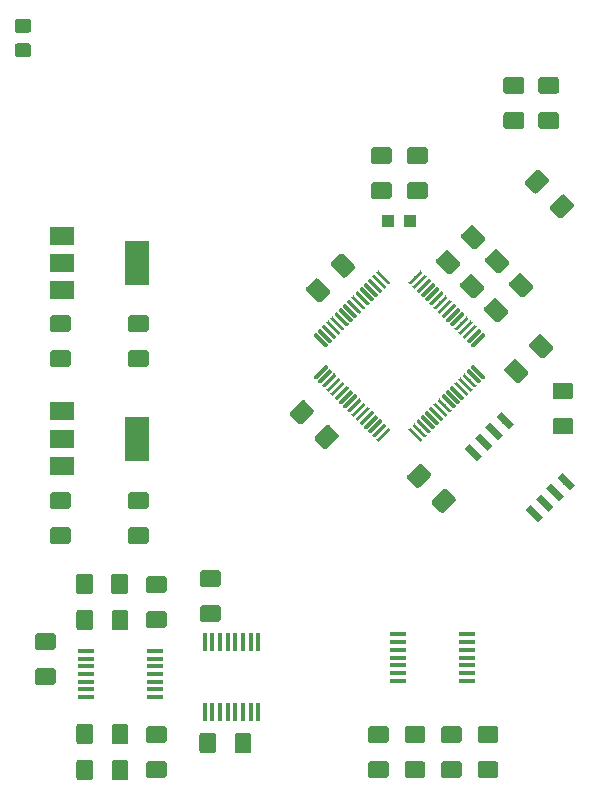
<source format=gbr>
G04 #@! TF.GenerationSoftware,KiCad,Pcbnew,(5.1.2)-2*
G04 #@! TF.CreationDate,2019-12-19T20:27:39-08:00*
G04 #@! TF.ProjectId,mainboard,6d61696e-626f-4617-9264-2e6b69636164,v3*
G04 #@! TF.SameCoordinates,Original*
G04 #@! TF.FileFunction,Paste,Top*
G04 #@! TF.FilePolarity,Positive*
%FSLAX46Y46*%
G04 Gerber Fmt 4.6, Leading zero omitted, Abs format (unit mm)*
G04 Created by KiCad (PCBNEW (5.1.2)-2) date 2019-12-19 20:27:39*
%MOMM*%
%LPD*%
G04 APERTURE LIST*
%ADD10R,0.450000X1.500000*%
%ADD11C,0.100000*%
%ADD12C,1.150000*%
%ADD13C,1.425000*%
%ADD14R,2.000000X1.500000*%
%ADD15R,2.000000X3.800000*%
%ADD16R,1.450000X0.450000*%
%ADD17C,0.600000*%
%ADD18R,1.050000X1.100000*%
%ADD19C,0.300000*%
G04 APERTURE END LIST*
D10*
X127519000Y-114964000D03*
X128169000Y-114964000D03*
X128819000Y-114964000D03*
X129469000Y-114964000D03*
X130119000Y-114964000D03*
X130769000Y-114964000D03*
X131419000Y-114964000D03*
X132069000Y-114964000D03*
X132069000Y-109064000D03*
X131419000Y-109064000D03*
X130769000Y-109064000D03*
X130119000Y-109064000D03*
X129469000Y-109064000D03*
X128819000Y-109064000D03*
X128169000Y-109064000D03*
X127519000Y-109064000D03*
D11*
G36*
X112615505Y-58363204D02*
G01*
X112639773Y-58366804D01*
X112663572Y-58372765D01*
X112686671Y-58381030D01*
X112708850Y-58391520D01*
X112729893Y-58404132D01*
X112749599Y-58418747D01*
X112767777Y-58435223D01*
X112784253Y-58453401D01*
X112798868Y-58473107D01*
X112811480Y-58494150D01*
X112821970Y-58516329D01*
X112830235Y-58539428D01*
X112836196Y-58563227D01*
X112839796Y-58587495D01*
X112841000Y-58611999D01*
X112841000Y-59262001D01*
X112839796Y-59286505D01*
X112836196Y-59310773D01*
X112830235Y-59334572D01*
X112821970Y-59357671D01*
X112811480Y-59379850D01*
X112798868Y-59400893D01*
X112784253Y-59420599D01*
X112767777Y-59438777D01*
X112749599Y-59455253D01*
X112729893Y-59469868D01*
X112708850Y-59482480D01*
X112686671Y-59492970D01*
X112663572Y-59501235D01*
X112639773Y-59507196D01*
X112615505Y-59510796D01*
X112591001Y-59512000D01*
X111690999Y-59512000D01*
X111666495Y-59510796D01*
X111642227Y-59507196D01*
X111618428Y-59501235D01*
X111595329Y-59492970D01*
X111573150Y-59482480D01*
X111552107Y-59469868D01*
X111532401Y-59455253D01*
X111514223Y-59438777D01*
X111497747Y-59420599D01*
X111483132Y-59400893D01*
X111470520Y-59379850D01*
X111460030Y-59357671D01*
X111451765Y-59334572D01*
X111445804Y-59310773D01*
X111442204Y-59286505D01*
X111441000Y-59262001D01*
X111441000Y-58611999D01*
X111442204Y-58587495D01*
X111445804Y-58563227D01*
X111451765Y-58539428D01*
X111460030Y-58516329D01*
X111470520Y-58494150D01*
X111483132Y-58473107D01*
X111497747Y-58453401D01*
X111514223Y-58435223D01*
X111532401Y-58418747D01*
X111552107Y-58404132D01*
X111573150Y-58391520D01*
X111595329Y-58381030D01*
X111618428Y-58372765D01*
X111642227Y-58366804D01*
X111666495Y-58363204D01*
X111690999Y-58362000D01*
X112591001Y-58362000D01*
X112615505Y-58363204D01*
X112615505Y-58363204D01*
G37*
D12*
X112141000Y-58937000D03*
D11*
G36*
X112615505Y-56313204D02*
G01*
X112639773Y-56316804D01*
X112663572Y-56322765D01*
X112686671Y-56331030D01*
X112708850Y-56341520D01*
X112729893Y-56354132D01*
X112749599Y-56368747D01*
X112767777Y-56385223D01*
X112784253Y-56403401D01*
X112798868Y-56423107D01*
X112811480Y-56444150D01*
X112821970Y-56466329D01*
X112830235Y-56489428D01*
X112836196Y-56513227D01*
X112839796Y-56537495D01*
X112841000Y-56561999D01*
X112841000Y-57212001D01*
X112839796Y-57236505D01*
X112836196Y-57260773D01*
X112830235Y-57284572D01*
X112821970Y-57307671D01*
X112811480Y-57329850D01*
X112798868Y-57350893D01*
X112784253Y-57370599D01*
X112767777Y-57388777D01*
X112749599Y-57405253D01*
X112729893Y-57419868D01*
X112708850Y-57432480D01*
X112686671Y-57442970D01*
X112663572Y-57451235D01*
X112639773Y-57457196D01*
X112615505Y-57460796D01*
X112591001Y-57462000D01*
X111690999Y-57462000D01*
X111666495Y-57460796D01*
X111642227Y-57457196D01*
X111618428Y-57451235D01*
X111595329Y-57442970D01*
X111573150Y-57432480D01*
X111552107Y-57419868D01*
X111532401Y-57405253D01*
X111514223Y-57388777D01*
X111497747Y-57370599D01*
X111483132Y-57350893D01*
X111470520Y-57329850D01*
X111460030Y-57307671D01*
X111451765Y-57284572D01*
X111445804Y-57260773D01*
X111442204Y-57236505D01*
X111441000Y-57212001D01*
X111441000Y-56561999D01*
X111442204Y-56537495D01*
X111445804Y-56513227D01*
X111451765Y-56489428D01*
X111460030Y-56466329D01*
X111470520Y-56444150D01*
X111483132Y-56423107D01*
X111497747Y-56403401D01*
X111514223Y-56385223D01*
X111532401Y-56368747D01*
X111552107Y-56354132D01*
X111573150Y-56341520D01*
X111595329Y-56331030D01*
X111618428Y-56322765D01*
X111642227Y-56316804D01*
X111666495Y-56313204D01*
X111690999Y-56312000D01*
X112591001Y-56312000D01*
X112615505Y-56313204D01*
X112615505Y-56313204D01*
G37*
D12*
X112141000Y-56887000D03*
D11*
G36*
X154349504Y-64188704D02*
G01*
X154373773Y-64192304D01*
X154397571Y-64198265D01*
X154420671Y-64206530D01*
X154442849Y-64217020D01*
X154463893Y-64229633D01*
X154483598Y-64244247D01*
X154501777Y-64260723D01*
X154518253Y-64278902D01*
X154532867Y-64298607D01*
X154545480Y-64319651D01*
X154555970Y-64341829D01*
X154564235Y-64364929D01*
X154570196Y-64388727D01*
X154573796Y-64412996D01*
X154575000Y-64437500D01*
X154575000Y-65362500D01*
X154573796Y-65387004D01*
X154570196Y-65411273D01*
X154564235Y-65435071D01*
X154555970Y-65458171D01*
X154545480Y-65480349D01*
X154532867Y-65501393D01*
X154518253Y-65521098D01*
X154501777Y-65539277D01*
X154483598Y-65555753D01*
X154463893Y-65570367D01*
X154442849Y-65582980D01*
X154420671Y-65593470D01*
X154397571Y-65601735D01*
X154373773Y-65607696D01*
X154349504Y-65611296D01*
X154325000Y-65612500D01*
X153075000Y-65612500D01*
X153050496Y-65611296D01*
X153026227Y-65607696D01*
X153002429Y-65601735D01*
X152979329Y-65593470D01*
X152957151Y-65582980D01*
X152936107Y-65570367D01*
X152916402Y-65555753D01*
X152898223Y-65539277D01*
X152881747Y-65521098D01*
X152867133Y-65501393D01*
X152854520Y-65480349D01*
X152844030Y-65458171D01*
X152835765Y-65435071D01*
X152829804Y-65411273D01*
X152826204Y-65387004D01*
X152825000Y-65362500D01*
X152825000Y-64437500D01*
X152826204Y-64412996D01*
X152829804Y-64388727D01*
X152835765Y-64364929D01*
X152844030Y-64341829D01*
X152854520Y-64319651D01*
X152867133Y-64298607D01*
X152881747Y-64278902D01*
X152898223Y-64260723D01*
X152916402Y-64244247D01*
X152936107Y-64229633D01*
X152957151Y-64217020D01*
X152979329Y-64206530D01*
X153002429Y-64198265D01*
X153026227Y-64192304D01*
X153050496Y-64188704D01*
X153075000Y-64187500D01*
X154325000Y-64187500D01*
X154349504Y-64188704D01*
X154349504Y-64188704D01*
G37*
D13*
X153700000Y-64900000D03*
D11*
G36*
X154349504Y-61213704D02*
G01*
X154373773Y-61217304D01*
X154397571Y-61223265D01*
X154420671Y-61231530D01*
X154442849Y-61242020D01*
X154463893Y-61254633D01*
X154483598Y-61269247D01*
X154501777Y-61285723D01*
X154518253Y-61303902D01*
X154532867Y-61323607D01*
X154545480Y-61344651D01*
X154555970Y-61366829D01*
X154564235Y-61389929D01*
X154570196Y-61413727D01*
X154573796Y-61437996D01*
X154575000Y-61462500D01*
X154575000Y-62387500D01*
X154573796Y-62412004D01*
X154570196Y-62436273D01*
X154564235Y-62460071D01*
X154555970Y-62483171D01*
X154545480Y-62505349D01*
X154532867Y-62526393D01*
X154518253Y-62546098D01*
X154501777Y-62564277D01*
X154483598Y-62580753D01*
X154463893Y-62595367D01*
X154442849Y-62607980D01*
X154420671Y-62618470D01*
X154397571Y-62626735D01*
X154373773Y-62632696D01*
X154349504Y-62636296D01*
X154325000Y-62637500D01*
X153075000Y-62637500D01*
X153050496Y-62636296D01*
X153026227Y-62632696D01*
X153002429Y-62626735D01*
X152979329Y-62618470D01*
X152957151Y-62607980D01*
X152936107Y-62595367D01*
X152916402Y-62580753D01*
X152898223Y-62564277D01*
X152881747Y-62546098D01*
X152867133Y-62526393D01*
X152854520Y-62505349D01*
X152844030Y-62483171D01*
X152835765Y-62460071D01*
X152829804Y-62436273D01*
X152826204Y-62412004D01*
X152825000Y-62387500D01*
X152825000Y-61462500D01*
X152826204Y-61437996D01*
X152829804Y-61413727D01*
X152835765Y-61389929D01*
X152844030Y-61366829D01*
X152854520Y-61344651D01*
X152867133Y-61323607D01*
X152881747Y-61303902D01*
X152898223Y-61285723D01*
X152916402Y-61269247D01*
X152936107Y-61254633D01*
X152957151Y-61242020D01*
X152979329Y-61231530D01*
X153002429Y-61223265D01*
X153026227Y-61217304D01*
X153050496Y-61213704D01*
X153075000Y-61212500D01*
X154325000Y-61212500D01*
X154349504Y-61213704D01*
X154349504Y-61213704D01*
G37*
D13*
X153700000Y-61925000D03*
D11*
G36*
X124093504Y-119140204D02*
G01*
X124117773Y-119143804D01*
X124141571Y-119149765D01*
X124164671Y-119158030D01*
X124186849Y-119168520D01*
X124207893Y-119181133D01*
X124227598Y-119195747D01*
X124245777Y-119212223D01*
X124262253Y-119230402D01*
X124276867Y-119250107D01*
X124289480Y-119271151D01*
X124299970Y-119293329D01*
X124308235Y-119316429D01*
X124314196Y-119340227D01*
X124317796Y-119364496D01*
X124319000Y-119389000D01*
X124319000Y-120314000D01*
X124317796Y-120338504D01*
X124314196Y-120362773D01*
X124308235Y-120386571D01*
X124299970Y-120409671D01*
X124289480Y-120431849D01*
X124276867Y-120452893D01*
X124262253Y-120472598D01*
X124245777Y-120490777D01*
X124227598Y-120507253D01*
X124207893Y-120521867D01*
X124186849Y-120534480D01*
X124164671Y-120544970D01*
X124141571Y-120553235D01*
X124117773Y-120559196D01*
X124093504Y-120562796D01*
X124069000Y-120564000D01*
X122819000Y-120564000D01*
X122794496Y-120562796D01*
X122770227Y-120559196D01*
X122746429Y-120553235D01*
X122723329Y-120544970D01*
X122701151Y-120534480D01*
X122680107Y-120521867D01*
X122660402Y-120507253D01*
X122642223Y-120490777D01*
X122625747Y-120472598D01*
X122611133Y-120452893D01*
X122598520Y-120431849D01*
X122588030Y-120409671D01*
X122579765Y-120386571D01*
X122573804Y-120362773D01*
X122570204Y-120338504D01*
X122569000Y-120314000D01*
X122569000Y-119389000D01*
X122570204Y-119364496D01*
X122573804Y-119340227D01*
X122579765Y-119316429D01*
X122588030Y-119293329D01*
X122598520Y-119271151D01*
X122611133Y-119250107D01*
X122625747Y-119230402D01*
X122642223Y-119212223D01*
X122660402Y-119195747D01*
X122680107Y-119181133D01*
X122701151Y-119168520D01*
X122723329Y-119158030D01*
X122746429Y-119149765D01*
X122770227Y-119143804D01*
X122794496Y-119140204D01*
X122819000Y-119139000D01*
X124069000Y-119139000D01*
X124093504Y-119140204D01*
X124093504Y-119140204D01*
G37*
D13*
X123444000Y-119851500D03*
D11*
G36*
X124093504Y-116165204D02*
G01*
X124117773Y-116168804D01*
X124141571Y-116174765D01*
X124164671Y-116183030D01*
X124186849Y-116193520D01*
X124207893Y-116206133D01*
X124227598Y-116220747D01*
X124245777Y-116237223D01*
X124262253Y-116255402D01*
X124276867Y-116275107D01*
X124289480Y-116296151D01*
X124299970Y-116318329D01*
X124308235Y-116341429D01*
X124314196Y-116365227D01*
X124317796Y-116389496D01*
X124319000Y-116414000D01*
X124319000Y-117339000D01*
X124317796Y-117363504D01*
X124314196Y-117387773D01*
X124308235Y-117411571D01*
X124299970Y-117434671D01*
X124289480Y-117456849D01*
X124276867Y-117477893D01*
X124262253Y-117497598D01*
X124245777Y-117515777D01*
X124227598Y-117532253D01*
X124207893Y-117546867D01*
X124186849Y-117559480D01*
X124164671Y-117569970D01*
X124141571Y-117578235D01*
X124117773Y-117584196D01*
X124093504Y-117587796D01*
X124069000Y-117589000D01*
X122819000Y-117589000D01*
X122794496Y-117587796D01*
X122770227Y-117584196D01*
X122746429Y-117578235D01*
X122723329Y-117569970D01*
X122701151Y-117559480D01*
X122680107Y-117546867D01*
X122660402Y-117532253D01*
X122642223Y-117515777D01*
X122625747Y-117497598D01*
X122611133Y-117477893D01*
X122598520Y-117456849D01*
X122588030Y-117434671D01*
X122579765Y-117411571D01*
X122573804Y-117387773D01*
X122570204Y-117363504D01*
X122569000Y-117339000D01*
X122569000Y-116414000D01*
X122570204Y-116389496D01*
X122573804Y-116365227D01*
X122579765Y-116341429D01*
X122588030Y-116318329D01*
X122598520Y-116296151D01*
X122611133Y-116275107D01*
X122625747Y-116255402D01*
X122642223Y-116237223D01*
X122660402Y-116220747D01*
X122680107Y-116206133D01*
X122701151Y-116193520D01*
X122723329Y-116183030D01*
X122746429Y-116174765D01*
X122770227Y-116168804D01*
X122794496Y-116165204D01*
X122819000Y-116164000D01*
X124069000Y-116164000D01*
X124093504Y-116165204D01*
X124093504Y-116165204D01*
G37*
D13*
X123444000Y-116876500D03*
D11*
G36*
X117871504Y-119014204D02*
G01*
X117895773Y-119017804D01*
X117919571Y-119023765D01*
X117942671Y-119032030D01*
X117964849Y-119042520D01*
X117985893Y-119055133D01*
X118005598Y-119069747D01*
X118023777Y-119086223D01*
X118040253Y-119104402D01*
X118054867Y-119124107D01*
X118067480Y-119145151D01*
X118077970Y-119167329D01*
X118086235Y-119190429D01*
X118092196Y-119214227D01*
X118095796Y-119238496D01*
X118097000Y-119263000D01*
X118097000Y-120513000D01*
X118095796Y-120537504D01*
X118092196Y-120561773D01*
X118086235Y-120585571D01*
X118077970Y-120608671D01*
X118067480Y-120630849D01*
X118054867Y-120651893D01*
X118040253Y-120671598D01*
X118023777Y-120689777D01*
X118005598Y-120706253D01*
X117985893Y-120720867D01*
X117964849Y-120733480D01*
X117942671Y-120743970D01*
X117919571Y-120752235D01*
X117895773Y-120758196D01*
X117871504Y-120761796D01*
X117847000Y-120763000D01*
X116922000Y-120763000D01*
X116897496Y-120761796D01*
X116873227Y-120758196D01*
X116849429Y-120752235D01*
X116826329Y-120743970D01*
X116804151Y-120733480D01*
X116783107Y-120720867D01*
X116763402Y-120706253D01*
X116745223Y-120689777D01*
X116728747Y-120671598D01*
X116714133Y-120651893D01*
X116701520Y-120630849D01*
X116691030Y-120608671D01*
X116682765Y-120585571D01*
X116676804Y-120561773D01*
X116673204Y-120537504D01*
X116672000Y-120513000D01*
X116672000Y-119263000D01*
X116673204Y-119238496D01*
X116676804Y-119214227D01*
X116682765Y-119190429D01*
X116691030Y-119167329D01*
X116701520Y-119145151D01*
X116714133Y-119124107D01*
X116728747Y-119104402D01*
X116745223Y-119086223D01*
X116763402Y-119069747D01*
X116783107Y-119055133D01*
X116804151Y-119042520D01*
X116826329Y-119032030D01*
X116849429Y-119023765D01*
X116873227Y-119017804D01*
X116897496Y-119014204D01*
X116922000Y-119013000D01*
X117847000Y-119013000D01*
X117871504Y-119014204D01*
X117871504Y-119014204D01*
G37*
D13*
X117384500Y-119888000D03*
D11*
G36*
X120846504Y-119014204D02*
G01*
X120870773Y-119017804D01*
X120894571Y-119023765D01*
X120917671Y-119032030D01*
X120939849Y-119042520D01*
X120960893Y-119055133D01*
X120980598Y-119069747D01*
X120998777Y-119086223D01*
X121015253Y-119104402D01*
X121029867Y-119124107D01*
X121042480Y-119145151D01*
X121052970Y-119167329D01*
X121061235Y-119190429D01*
X121067196Y-119214227D01*
X121070796Y-119238496D01*
X121072000Y-119263000D01*
X121072000Y-120513000D01*
X121070796Y-120537504D01*
X121067196Y-120561773D01*
X121061235Y-120585571D01*
X121052970Y-120608671D01*
X121042480Y-120630849D01*
X121029867Y-120651893D01*
X121015253Y-120671598D01*
X120998777Y-120689777D01*
X120980598Y-120706253D01*
X120960893Y-120720867D01*
X120939849Y-120733480D01*
X120917671Y-120743970D01*
X120894571Y-120752235D01*
X120870773Y-120758196D01*
X120846504Y-120761796D01*
X120822000Y-120763000D01*
X119897000Y-120763000D01*
X119872496Y-120761796D01*
X119848227Y-120758196D01*
X119824429Y-120752235D01*
X119801329Y-120743970D01*
X119779151Y-120733480D01*
X119758107Y-120720867D01*
X119738402Y-120706253D01*
X119720223Y-120689777D01*
X119703747Y-120671598D01*
X119689133Y-120651893D01*
X119676520Y-120630849D01*
X119666030Y-120608671D01*
X119657765Y-120585571D01*
X119651804Y-120561773D01*
X119648204Y-120537504D01*
X119647000Y-120513000D01*
X119647000Y-119263000D01*
X119648204Y-119238496D01*
X119651804Y-119214227D01*
X119657765Y-119190429D01*
X119666030Y-119167329D01*
X119676520Y-119145151D01*
X119689133Y-119124107D01*
X119703747Y-119104402D01*
X119720223Y-119086223D01*
X119738402Y-119069747D01*
X119758107Y-119055133D01*
X119779151Y-119042520D01*
X119801329Y-119032030D01*
X119824429Y-119023765D01*
X119848227Y-119017804D01*
X119872496Y-119014204D01*
X119897000Y-119013000D01*
X120822000Y-119013000D01*
X120846504Y-119014204D01*
X120846504Y-119014204D01*
G37*
D13*
X120359500Y-119888000D03*
D11*
G36*
X158510504Y-90057204D02*
G01*
X158534773Y-90060804D01*
X158558571Y-90066765D01*
X158581671Y-90075030D01*
X158603849Y-90085520D01*
X158624893Y-90098133D01*
X158644598Y-90112747D01*
X158662777Y-90129223D01*
X158679253Y-90147402D01*
X158693867Y-90167107D01*
X158706480Y-90188151D01*
X158716970Y-90210329D01*
X158725235Y-90233429D01*
X158731196Y-90257227D01*
X158734796Y-90281496D01*
X158736000Y-90306000D01*
X158736000Y-91231000D01*
X158734796Y-91255504D01*
X158731196Y-91279773D01*
X158725235Y-91303571D01*
X158716970Y-91326671D01*
X158706480Y-91348849D01*
X158693867Y-91369893D01*
X158679253Y-91389598D01*
X158662777Y-91407777D01*
X158644598Y-91424253D01*
X158624893Y-91438867D01*
X158603849Y-91451480D01*
X158581671Y-91461970D01*
X158558571Y-91470235D01*
X158534773Y-91476196D01*
X158510504Y-91479796D01*
X158486000Y-91481000D01*
X157236000Y-91481000D01*
X157211496Y-91479796D01*
X157187227Y-91476196D01*
X157163429Y-91470235D01*
X157140329Y-91461970D01*
X157118151Y-91451480D01*
X157097107Y-91438867D01*
X157077402Y-91424253D01*
X157059223Y-91407777D01*
X157042747Y-91389598D01*
X157028133Y-91369893D01*
X157015520Y-91348849D01*
X157005030Y-91326671D01*
X156996765Y-91303571D01*
X156990804Y-91279773D01*
X156987204Y-91255504D01*
X156986000Y-91231000D01*
X156986000Y-90306000D01*
X156987204Y-90281496D01*
X156990804Y-90257227D01*
X156996765Y-90233429D01*
X157005030Y-90210329D01*
X157015520Y-90188151D01*
X157028133Y-90167107D01*
X157042747Y-90147402D01*
X157059223Y-90129223D01*
X157077402Y-90112747D01*
X157097107Y-90098133D01*
X157118151Y-90085520D01*
X157140329Y-90075030D01*
X157163429Y-90066765D01*
X157187227Y-90060804D01*
X157211496Y-90057204D01*
X157236000Y-90056000D01*
X158486000Y-90056000D01*
X158510504Y-90057204D01*
X158510504Y-90057204D01*
G37*
D13*
X157861000Y-90768500D03*
D11*
G36*
X158510504Y-87082204D02*
G01*
X158534773Y-87085804D01*
X158558571Y-87091765D01*
X158581671Y-87100030D01*
X158603849Y-87110520D01*
X158624893Y-87123133D01*
X158644598Y-87137747D01*
X158662777Y-87154223D01*
X158679253Y-87172402D01*
X158693867Y-87192107D01*
X158706480Y-87213151D01*
X158716970Y-87235329D01*
X158725235Y-87258429D01*
X158731196Y-87282227D01*
X158734796Y-87306496D01*
X158736000Y-87331000D01*
X158736000Y-88256000D01*
X158734796Y-88280504D01*
X158731196Y-88304773D01*
X158725235Y-88328571D01*
X158716970Y-88351671D01*
X158706480Y-88373849D01*
X158693867Y-88394893D01*
X158679253Y-88414598D01*
X158662777Y-88432777D01*
X158644598Y-88449253D01*
X158624893Y-88463867D01*
X158603849Y-88476480D01*
X158581671Y-88486970D01*
X158558571Y-88495235D01*
X158534773Y-88501196D01*
X158510504Y-88504796D01*
X158486000Y-88506000D01*
X157236000Y-88506000D01*
X157211496Y-88504796D01*
X157187227Y-88501196D01*
X157163429Y-88495235D01*
X157140329Y-88486970D01*
X157118151Y-88476480D01*
X157097107Y-88463867D01*
X157077402Y-88449253D01*
X157059223Y-88432777D01*
X157042747Y-88414598D01*
X157028133Y-88394893D01*
X157015520Y-88373849D01*
X157005030Y-88351671D01*
X156996765Y-88328571D01*
X156990804Y-88304773D01*
X156987204Y-88280504D01*
X156986000Y-88256000D01*
X156986000Y-87331000D01*
X156987204Y-87306496D01*
X156990804Y-87282227D01*
X156996765Y-87258429D01*
X157005030Y-87235329D01*
X157015520Y-87213151D01*
X157028133Y-87192107D01*
X157042747Y-87172402D01*
X157059223Y-87154223D01*
X157077402Y-87137747D01*
X157097107Y-87123133D01*
X157118151Y-87110520D01*
X157140329Y-87100030D01*
X157163429Y-87091765D01*
X157187227Y-87085804D01*
X157211496Y-87082204D01*
X157236000Y-87081000D01*
X158486000Y-87081000D01*
X158510504Y-87082204D01*
X158510504Y-87082204D01*
G37*
D13*
X157861000Y-87793500D03*
D11*
G36*
X117871504Y-115966204D02*
G01*
X117895773Y-115969804D01*
X117919571Y-115975765D01*
X117942671Y-115984030D01*
X117964849Y-115994520D01*
X117985893Y-116007133D01*
X118005598Y-116021747D01*
X118023777Y-116038223D01*
X118040253Y-116056402D01*
X118054867Y-116076107D01*
X118067480Y-116097151D01*
X118077970Y-116119329D01*
X118086235Y-116142429D01*
X118092196Y-116166227D01*
X118095796Y-116190496D01*
X118097000Y-116215000D01*
X118097000Y-117465000D01*
X118095796Y-117489504D01*
X118092196Y-117513773D01*
X118086235Y-117537571D01*
X118077970Y-117560671D01*
X118067480Y-117582849D01*
X118054867Y-117603893D01*
X118040253Y-117623598D01*
X118023777Y-117641777D01*
X118005598Y-117658253D01*
X117985893Y-117672867D01*
X117964849Y-117685480D01*
X117942671Y-117695970D01*
X117919571Y-117704235D01*
X117895773Y-117710196D01*
X117871504Y-117713796D01*
X117847000Y-117715000D01*
X116922000Y-117715000D01*
X116897496Y-117713796D01*
X116873227Y-117710196D01*
X116849429Y-117704235D01*
X116826329Y-117695970D01*
X116804151Y-117685480D01*
X116783107Y-117672867D01*
X116763402Y-117658253D01*
X116745223Y-117641777D01*
X116728747Y-117623598D01*
X116714133Y-117603893D01*
X116701520Y-117582849D01*
X116691030Y-117560671D01*
X116682765Y-117537571D01*
X116676804Y-117513773D01*
X116673204Y-117489504D01*
X116672000Y-117465000D01*
X116672000Y-116215000D01*
X116673204Y-116190496D01*
X116676804Y-116166227D01*
X116682765Y-116142429D01*
X116691030Y-116119329D01*
X116701520Y-116097151D01*
X116714133Y-116076107D01*
X116728747Y-116056402D01*
X116745223Y-116038223D01*
X116763402Y-116021747D01*
X116783107Y-116007133D01*
X116804151Y-115994520D01*
X116826329Y-115984030D01*
X116849429Y-115975765D01*
X116873227Y-115969804D01*
X116897496Y-115966204D01*
X116922000Y-115965000D01*
X117847000Y-115965000D01*
X117871504Y-115966204D01*
X117871504Y-115966204D01*
G37*
D13*
X117384500Y-116840000D03*
D11*
G36*
X120846504Y-115966204D02*
G01*
X120870773Y-115969804D01*
X120894571Y-115975765D01*
X120917671Y-115984030D01*
X120939849Y-115994520D01*
X120960893Y-116007133D01*
X120980598Y-116021747D01*
X120998777Y-116038223D01*
X121015253Y-116056402D01*
X121029867Y-116076107D01*
X121042480Y-116097151D01*
X121052970Y-116119329D01*
X121061235Y-116142429D01*
X121067196Y-116166227D01*
X121070796Y-116190496D01*
X121072000Y-116215000D01*
X121072000Y-117465000D01*
X121070796Y-117489504D01*
X121067196Y-117513773D01*
X121061235Y-117537571D01*
X121052970Y-117560671D01*
X121042480Y-117582849D01*
X121029867Y-117603893D01*
X121015253Y-117623598D01*
X120998777Y-117641777D01*
X120980598Y-117658253D01*
X120960893Y-117672867D01*
X120939849Y-117685480D01*
X120917671Y-117695970D01*
X120894571Y-117704235D01*
X120870773Y-117710196D01*
X120846504Y-117713796D01*
X120822000Y-117715000D01*
X119897000Y-117715000D01*
X119872496Y-117713796D01*
X119848227Y-117710196D01*
X119824429Y-117704235D01*
X119801329Y-117695970D01*
X119779151Y-117685480D01*
X119758107Y-117672867D01*
X119738402Y-117658253D01*
X119720223Y-117641777D01*
X119703747Y-117623598D01*
X119689133Y-117603893D01*
X119676520Y-117582849D01*
X119666030Y-117560671D01*
X119657765Y-117537571D01*
X119651804Y-117513773D01*
X119648204Y-117489504D01*
X119647000Y-117465000D01*
X119647000Y-116215000D01*
X119648204Y-116190496D01*
X119651804Y-116166227D01*
X119657765Y-116142429D01*
X119666030Y-116119329D01*
X119676520Y-116097151D01*
X119689133Y-116076107D01*
X119703747Y-116056402D01*
X119720223Y-116038223D01*
X119738402Y-116021747D01*
X119758107Y-116007133D01*
X119779151Y-115994520D01*
X119801329Y-115984030D01*
X119824429Y-115975765D01*
X119848227Y-115969804D01*
X119872496Y-115966204D01*
X119897000Y-115965000D01*
X120822000Y-115965000D01*
X120846504Y-115966204D01*
X120846504Y-115966204D01*
G37*
D13*
X120359500Y-116840000D03*
D11*
G36*
X155805588Y-69050404D02*
G01*
X155829857Y-69054004D01*
X155853655Y-69059965D01*
X155876755Y-69068230D01*
X155898933Y-69078720D01*
X155919977Y-69091333D01*
X155939682Y-69105947D01*
X155957861Y-69122423D01*
X156611935Y-69776497D01*
X156628411Y-69794676D01*
X156643025Y-69814381D01*
X156655638Y-69835425D01*
X156666128Y-69857603D01*
X156674393Y-69880703D01*
X156680354Y-69904501D01*
X156683954Y-69928770D01*
X156685158Y-69953274D01*
X156683954Y-69977778D01*
X156680354Y-70002047D01*
X156674393Y-70025845D01*
X156666128Y-70048945D01*
X156655638Y-70071123D01*
X156643025Y-70092167D01*
X156628411Y-70111872D01*
X156611935Y-70130051D01*
X155728051Y-71013935D01*
X155709872Y-71030411D01*
X155690167Y-71045025D01*
X155669123Y-71057638D01*
X155646945Y-71068128D01*
X155623845Y-71076393D01*
X155600047Y-71082354D01*
X155575778Y-71085954D01*
X155551274Y-71087158D01*
X155526770Y-71085954D01*
X155502501Y-71082354D01*
X155478703Y-71076393D01*
X155455603Y-71068128D01*
X155433425Y-71057638D01*
X155412381Y-71045025D01*
X155392676Y-71030411D01*
X155374497Y-71013935D01*
X154720423Y-70359861D01*
X154703947Y-70341682D01*
X154689333Y-70321977D01*
X154676720Y-70300933D01*
X154666230Y-70278755D01*
X154657965Y-70255655D01*
X154652004Y-70231857D01*
X154648404Y-70207588D01*
X154647200Y-70183084D01*
X154648404Y-70158580D01*
X154652004Y-70134311D01*
X154657965Y-70110513D01*
X154666230Y-70087413D01*
X154676720Y-70065235D01*
X154689333Y-70044191D01*
X154703947Y-70024486D01*
X154720423Y-70006307D01*
X155604307Y-69122423D01*
X155622486Y-69105947D01*
X155642191Y-69091333D01*
X155663235Y-69078720D01*
X155685413Y-69068230D01*
X155708513Y-69059965D01*
X155732311Y-69054004D01*
X155756580Y-69050404D01*
X155781084Y-69049200D01*
X155805588Y-69050404D01*
X155805588Y-69050404D01*
G37*
D13*
X155666179Y-70068179D03*
D11*
G36*
X157909230Y-71154046D02*
G01*
X157933499Y-71157646D01*
X157957297Y-71163607D01*
X157980397Y-71171872D01*
X158002575Y-71182362D01*
X158023619Y-71194975D01*
X158043324Y-71209589D01*
X158061503Y-71226065D01*
X158715577Y-71880139D01*
X158732053Y-71898318D01*
X158746667Y-71918023D01*
X158759280Y-71939067D01*
X158769770Y-71961245D01*
X158778035Y-71984345D01*
X158783996Y-72008143D01*
X158787596Y-72032412D01*
X158788800Y-72056916D01*
X158787596Y-72081420D01*
X158783996Y-72105689D01*
X158778035Y-72129487D01*
X158769770Y-72152587D01*
X158759280Y-72174765D01*
X158746667Y-72195809D01*
X158732053Y-72215514D01*
X158715577Y-72233693D01*
X157831693Y-73117577D01*
X157813514Y-73134053D01*
X157793809Y-73148667D01*
X157772765Y-73161280D01*
X157750587Y-73171770D01*
X157727487Y-73180035D01*
X157703689Y-73185996D01*
X157679420Y-73189596D01*
X157654916Y-73190800D01*
X157630412Y-73189596D01*
X157606143Y-73185996D01*
X157582345Y-73180035D01*
X157559245Y-73171770D01*
X157537067Y-73161280D01*
X157516023Y-73148667D01*
X157496318Y-73134053D01*
X157478139Y-73117577D01*
X156824065Y-72463503D01*
X156807589Y-72445324D01*
X156792975Y-72425619D01*
X156780362Y-72404575D01*
X156769872Y-72382397D01*
X156761607Y-72359297D01*
X156755646Y-72335499D01*
X156752046Y-72311230D01*
X156750842Y-72286726D01*
X156752046Y-72262222D01*
X156755646Y-72237953D01*
X156761607Y-72214155D01*
X156769872Y-72191055D01*
X156780362Y-72168877D01*
X156792975Y-72147833D01*
X156807589Y-72128128D01*
X156824065Y-72109949D01*
X157707949Y-71226065D01*
X157726128Y-71209589D01*
X157745833Y-71194975D01*
X157766877Y-71182362D01*
X157789055Y-71171872D01*
X157812155Y-71163607D01*
X157835953Y-71157646D01*
X157860222Y-71154046D01*
X157884726Y-71152842D01*
X157909230Y-71154046D01*
X157909230Y-71154046D01*
G37*
D13*
X157769821Y-72171821D03*
D11*
G36*
X124093504Y-103465204D02*
G01*
X124117773Y-103468804D01*
X124141571Y-103474765D01*
X124164671Y-103483030D01*
X124186849Y-103493520D01*
X124207893Y-103506133D01*
X124227598Y-103520747D01*
X124245777Y-103537223D01*
X124262253Y-103555402D01*
X124276867Y-103575107D01*
X124289480Y-103596151D01*
X124299970Y-103618329D01*
X124308235Y-103641429D01*
X124314196Y-103665227D01*
X124317796Y-103689496D01*
X124319000Y-103714000D01*
X124319000Y-104639000D01*
X124317796Y-104663504D01*
X124314196Y-104687773D01*
X124308235Y-104711571D01*
X124299970Y-104734671D01*
X124289480Y-104756849D01*
X124276867Y-104777893D01*
X124262253Y-104797598D01*
X124245777Y-104815777D01*
X124227598Y-104832253D01*
X124207893Y-104846867D01*
X124186849Y-104859480D01*
X124164671Y-104869970D01*
X124141571Y-104878235D01*
X124117773Y-104884196D01*
X124093504Y-104887796D01*
X124069000Y-104889000D01*
X122819000Y-104889000D01*
X122794496Y-104887796D01*
X122770227Y-104884196D01*
X122746429Y-104878235D01*
X122723329Y-104869970D01*
X122701151Y-104859480D01*
X122680107Y-104846867D01*
X122660402Y-104832253D01*
X122642223Y-104815777D01*
X122625747Y-104797598D01*
X122611133Y-104777893D01*
X122598520Y-104756849D01*
X122588030Y-104734671D01*
X122579765Y-104711571D01*
X122573804Y-104687773D01*
X122570204Y-104663504D01*
X122569000Y-104639000D01*
X122569000Y-103714000D01*
X122570204Y-103689496D01*
X122573804Y-103665227D01*
X122579765Y-103641429D01*
X122588030Y-103618329D01*
X122598520Y-103596151D01*
X122611133Y-103575107D01*
X122625747Y-103555402D01*
X122642223Y-103537223D01*
X122660402Y-103520747D01*
X122680107Y-103506133D01*
X122701151Y-103493520D01*
X122723329Y-103483030D01*
X122746429Y-103474765D01*
X122770227Y-103468804D01*
X122794496Y-103465204D01*
X122819000Y-103464000D01*
X124069000Y-103464000D01*
X124093504Y-103465204D01*
X124093504Y-103465204D01*
G37*
D13*
X123444000Y-104176500D03*
D11*
G36*
X124093504Y-106440204D02*
G01*
X124117773Y-106443804D01*
X124141571Y-106449765D01*
X124164671Y-106458030D01*
X124186849Y-106468520D01*
X124207893Y-106481133D01*
X124227598Y-106495747D01*
X124245777Y-106512223D01*
X124262253Y-106530402D01*
X124276867Y-106550107D01*
X124289480Y-106571151D01*
X124299970Y-106593329D01*
X124308235Y-106616429D01*
X124314196Y-106640227D01*
X124317796Y-106664496D01*
X124319000Y-106689000D01*
X124319000Y-107614000D01*
X124317796Y-107638504D01*
X124314196Y-107662773D01*
X124308235Y-107686571D01*
X124299970Y-107709671D01*
X124289480Y-107731849D01*
X124276867Y-107752893D01*
X124262253Y-107772598D01*
X124245777Y-107790777D01*
X124227598Y-107807253D01*
X124207893Y-107821867D01*
X124186849Y-107834480D01*
X124164671Y-107844970D01*
X124141571Y-107853235D01*
X124117773Y-107859196D01*
X124093504Y-107862796D01*
X124069000Y-107864000D01*
X122819000Y-107864000D01*
X122794496Y-107862796D01*
X122770227Y-107859196D01*
X122746429Y-107853235D01*
X122723329Y-107844970D01*
X122701151Y-107834480D01*
X122680107Y-107821867D01*
X122660402Y-107807253D01*
X122642223Y-107790777D01*
X122625747Y-107772598D01*
X122611133Y-107752893D01*
X122598520Y-107731849D01*
X122588030Y-107709671D01*
X122579765Y-107686571D01*
X122573804Y-107662773D01*
X122570204Y-107638504D01*
X122569000Y-107614000D01*
X122569000Y-106689000D01*
X122570204Y-106664496D01*
X122573804Y-106640227D01*
X122579765Y-106616429D01*
X122588030Y-106593329D01*
X122598520Y-106571151D01*
X122611133Y-106550107D01*
X122625747Y-106530402D01*
X122642223Y-106512223D01*
X122660402Y-106495747D01*
X122680107Y-106481133D01*
X122701151Y-106468520D01*
X122723329Y-106458030D01*
X122746429Y-106449765D01*
X122770227Y-106443804D01*
X122794496Y-106440204D01*
X122819000Y-106439000D01*
X124069000Y-106439000D01*
X124093504Y-106440204D01*
X124093504Y-106440204D01*
G37*
D13*
X123444000Y-107151500D03*
D11*
G36*
X117835004Y-103266204D02*
G01*
X117859273Y-103269804D01*
X117883071Y-103275765D01*
X117906171Y-103284030D01*
X117928349Y-103294520D01*
X117949393Y-103307133D01*
X117969098Y-103321747D01*
X117987277Y-103338223D01*
X118003753Y-103356402D01*
X118018367Y-103376107D01*
X118030980Y-103397151D01*
X118041470Y-103419329D01*
X118049735Y-103442429D01*
X118055696Y-103466227D01*
X118059296Y-103490496D01*
X118060500Y-103515000D01*
X118060500Y-104765000D01*
X118059296Y-104789504D01*
X118055696Y-104813773D01*
X118049735Y-104837571D01*
X118041470Y-104860671D01*
X118030980Y-104882849D01*
X118018367Y-104903893D01*
X118003753Y-104923598D01*
X117987277Y-104941777D01*
X117969098Y-104958253D01*
X117949393Y-104972867D01*
X117928349Y-104985480D01*
X117906171Y-104995970D01*
X117883071Y-105004235D01*
X117859273Y-105010196D01*
X117835004Y-105013796D01*
X117810500Y-105015000D01*
X116885500Y-105015000D01*
X116860996Y-105013796D01*
X116836727Y-105010196D01*
X116812929Y-105004235D01*
X116789829Y-104995970D01*
X116767651Y-104985480D01*
X116746607Y-104972867D01*
X116726902Y-104958253D01*
X116708723Y-104941777D01*
X116692247Y-104923598D01*
X116677633Y-104903893D01*
X116665020Y-104882849D01*
X116654530Y-104860671D01*
X116646265Y-104837571D01*
X116640304Y-104813773D01*
X116636704Y-104789504D01*
X116635500Y-104765000D01*
X116635500Y-103515000D01*
X116636704Y-103490496D01*
X116640304Y-103466227D01*
X116646265Y-103442429D01*
X116654530Y-103419329D01*
X116665020Y-103397151D01*
X116677633Y-103376107D01*
X116692247Y-103356402D01*
X116708723Y-103338223D01*
X116726902Y-103321747D01*
X116746607Y-103307133D01*
X116767651Y-103294520D01*
X116789829Y-103284030D01*
X116812929Y-103275765D01*
X116836727Y-103269804D01*
X116860996Y-103266204D01*
X116885500Y-103265000D01*
X117810500Y-103265000D01*
X117835004Y-103266204D01*
X117835004Y-103266204D01*
G37*
D13*
X117348000Y-104140000D03*
D11*
G36*
X120810004Y-103266204D02*
G01*
X120834273Y-103269804D01*
X120858071Y-103275765D01*
X120881171Y-103284030D01*
X120903349Y-103294520D01*
X120924393Y-103307133D01*
X120944098Y-103321747D01*
X120962277Y-103338223D01*
X120978753Y-103356402D01*
X120993367Y-103376107D01*
X121005980Y-103397151D01*
X121016470Y-103419329D01*
X121024735Y-103442429D01*
X121030696Y-103466227D01*
X121034296Y-103490496D01*
X121035500Y-103515000D01*
X121035500Y-104765000D01*
X121034296Y-104789504D01*
X121030696Y-104813773D01*
X121024735Y-104837571D01*
X121016470Y-104860671D01*
X121005980Y-104882849D01*
X120993367Y-104903893D01*
X120978753Y-104923598D01*
X120962277Y-104941777D01*
X120944098Y-104958253D01*
X120924393Y-104972867D01*
X120903349Y-104985480D01*
X120881171Y-104995970D01*
X120858071Y-105004235D01*
X120834273Y-105010196D01*
X120810004Y-105013796D01*
X120785500Y-105015000D01*
X119860500Y-105015000D01*
X119835996Y-105013796D01*
X119811727Y-105010196D01*
X119787929Y-105004235D01*
X119764829Y-104995970D01*
X119742651Y-104985480D01*
X119721607Y-104972867D01*
X119701902Y-104958253D01*
X119683723Y-104941777D01*
X119667247Y-104923598D01*
X119652633Y-104903893D01*
X119640020Y-104882849D01*
X119629530Y-104860671D01*
X119621265Y-104837571D01*
X119615304Y-104813773D01*
X119611704Y-104789504D01*
X119610500Y-104765000D01*
X119610500Y-103515000D01*
X119611704Y-103490496D01*
X119615304Y-103466227D01*
X119621265Y-103442429D01*
X119629530Y-103419329D01*
X119640020Y-103397151D01*
X119652633Y-103376107D01*
X119667247Y-103356402D01*
X119683723Y-103338223D01*
X119701902Y-103321747D01*
X119721607Y-103307133D01*
X119742651Y-103294520D01*
X119764829Y-103284030D01*
X119787929Y-103275765D01*
X119811727Y-103269804D01*
X119835996Y-103266204D01*
X119860500Y-103265000D01*
X120785500Y-103265000D01*
X120810004Y-103266204D01*
X120810004Y-103266204D01*
G37*
D13*
X120323000Y-104140000D03*
D11*
G36*
X117871504Y-106314204D02*
G01*
X117895773Y-106317804D01*
X117919571Y-106323765D01*
X117942671Y-106332030D01*
X117964849Y-106342520D01*
X117985893Y-106355133D01*
X118005598Y-106369747D01*
X118023777Y-106386223D01*
X118040253Y-106404402D01*
X118054867Y-106424107D01*
X118067480Y-106445151D01*
X118077970Y-106467329D01*
X118086235Y-106490429D01*
X118092196Y-106514227D01*
X118095796Y-106538496D01*
X118097000Y-106563000D01*
X118097000Y-107813000D01*
X118095796Y-107837504D01*
X118092196Y-107861773D01*
X118086235Y-107885571D01*
X118077970Y-107908671D01*
X118067480Y-107930849D01*
X118054867Y-107951893D01*
X118040253Y-107971598D01*
X118023777Y-107989777D01*
X118005598Y-108006253D01*
X117985893Y-108020867D01*
X117964849Y-108033480D01*
X117942671Y-108043970D01*
X117919571Y-108052235D01*
X117895773Y-108058196D01*
X117871504Y-108061796D01*
X117847000Y-108063000D01*
X116922000Y-108063000D01*
X116897496Y-108061796D01*
X116873227Y-108058196D01*
X116849429Y-108052235D01*
X116826329Y-108043970D01*
X116804151Y-108033480D01*
X116783107Y-108020867D01*
X116763402Y-108006253D01*
X116745223Y-107989777D01*
X116728747Y-107971598D01*
X116714133Y-107951893D01*
X116701520Y-107930849D01*
X116691030Y-107908671D01*
X116682765Y-107885571D01*
X116676804Y-107861773D01*
X116673204Y-107837504D01*
X116672000Y-107813000D01*
X116672000Y-106563000D01*
X116673204Y-106538496D01*
X116676804Y-106514227D01*
X116682765Y-106490429D01*
X116691030Y-106467329D01*
X116701520Y-106445151D01*
X116714133Y-106424107D01*
X116728747Y-106404402D01*
X116745223Y-106386223D01*
X116763402Y-106369747D01*
X116783107Y-106355133D01*
X116804151Y-106342520D01*
X116826329Y-106332030D01*
X116849429Y-106323765D01*
X116873227Y-106317804D01*
X116897496Y-106314204D01*
X116922000Y-106313000D01*
X117847000Y-106313000D01*
X117871504Y-106314204D01*
X117871504Y-106314204D01*
G37*
D13*
X117384500Y-107188000D03*
D11*
G36*
X120846504Y-106314204D02*
G01*
X120870773Y-106317804D01*
X120894571Y-106323765D01*
X120917671Y-106332030D01*
X120939849Y-106342520D01*
X120960893Y-106355133D01*
X120980598Y-106369747D01*
X120998777Y-106386223D01*
X121015253Y-106404402D01*
X121029867Y-106424107D01*
X121042480Y-106445151D01*
X121052970Y-106467329D01*
X121061235Y-106490429D01*
X121067196Y-106514227D01*
X121070796Y-106538496D01*
X121072000Y-106563000D01*
X121072000Y-107813000D01*
X121070796Y-107837504D01*
X121067196Y-107861773D01*
X121061235Y-107885571D01*
X121052970Y-107908671D01*
X121042480Y-107930849D01*
X121029867Y-107951893D01*
X121015253Y-107971598D01*
X120998777Y-107989777D01*
X120980598Y-108006253D01*
X120960893Y-108020867D01*
X120939849Y-108033480D01*
X120917671Y-108043970D01*
X120894571Y-108052235D01*
X120870773Y-108058196D01*
X120846504Y-108061796D01*
X120822000Y-108063000D01*
X119897000Y-108063000D01*
X119872496Y-108061796D01*
X119848227Y-108058196D01*
X119824429Y-108052235D01*
X119801329Y-108043970D01*
X119779151Y-108033480D01*
X119758107Y-108020867D01*
X119738402Y-108006253D01*
X119720223Y-107989777D01*
X119703747Y-107971598D01*
X119689133Y-107951893D01*
X119676520Y-107930849D01*
X119666030Y-107908671D01*
X119657765Y-107885571D01*
X119651804Y-107861773D01*
X119648204Y-107837504D01*
X119647000Y-107813000D01*
X119647000Y-106563000D01*
X119648204Y-106538496D01*
X119651804Y-106514227D01*
X119657765Y-106490429D01*
X119666030Y-106467329D01*
X119676520Y-106445151D01*
X119689133Y-106424107D01*
X119703747Y-106404402D01*
X119720223Y-106386223D01*
X119738402Y-106369747D01*
X119758107Y-106355133D01*
X119779151Y-106342520D01*
X119801329Y-106332030D01*
X119824429Y-106323765D01*
X119848227Y-106317804D01*
X119872496Y-106314204D01*
X119897000Y-106313000D01*
X120822000Y-106313000D01*
X120846504Y-106314204D01*
X120846504Y-106314204D01*
G37*
D13*
X120359500Y-107188000D03*
D11*
G36*
X142889504Y-119140204D02*
G01*
X142913773Y-119143804D01*
X142937571Y-119149765D01*
X142960671Y-119158030D01*
X142982849Y-119168520D01*
X143003893Y-119181133D01*
X143023598Y-119195747D01*
X143041777Y-119212223D01*
X143058253Y-119230402D01*
X143072867Y-119250107D01*
X143085480Y-119271151D01*
X143095970Y-119293329D01*
X143104235Y-119316429D01*
X143110196Y-119340227D01*
X143113796Y-119364496D01*
X143115000Y-119389000D01*
X143115000Y-120314000D01*
X143113796Y-120338504D01*
X143110196Y-120362773D01*
X143104235Y-120386571D01*
X143095970Y-120409671D01*
X143085480Y-120431849D01*
X143072867Y-120452893D01*
X143058253Y-120472598D01*
X143041777Y-120490777D01*
X143023598Y-120507253D01*
X143003893Y-120521867D01*
X142982849Y-120534480D01*
X142960671Y-120544970D01*
X142937571Y-120553235D01*
X142913773Y-120559196D01*
X142889504Y-120562796D01*
X142865000Y-120564000D01*
X141615000Y-120564000D01*
X141590496Y-120562796D01*
X141566227Y-120559196D01*
X141542429Y-120553235D01*
X141519329Y-120544970D01*
X141497151Y-120534480D01*
X141476107Y-120521867D01*
X141456402Y-120507253D01*
X141438223Y-120490777D01*
X141421747Y-120472598D01*
X141407133Y-120452893D01*
X141394520Y-120431849D01*
X141384030Y-120409671D01*
X141375765Y-120386571D01*
X141369804Y-120362773D01*
X141366204Y-120338504D01*
X141365000Y-120314000D01*
X141365000Y-119389000D01*
X141366204Y-119364496D01*
X141369804Y-119340227D01*
X141375765Y-119316429D01*
X141384030Y-119293329D01*
X141394520Y-119271151D01*
X141407133Y-119250107D01*
X141421747Y-119230402D01*
X141438223Y-119212223D01*
X141456402Y-119195747D01*
X141476107Y-119181133D01*
X141497151Y-119168520D01*
X141519329Y-119158030D01*
X141542429Y-119149765D01*
X141566227Y-119143804D01*
X141590496Y-119140204D01*
X141615000Y-119139000D01*
X142865000Y-119139000D01*
X142889504Y-119140204D01*
X142889504Y-119140204D01*
G37*
D13*
X142240000Y-119851500D03*
D11*
G36*
X142889504Y-116165204D02*
G01*
X142913773Y-116168804D01*
X142937571Y-116174765D01*
X142960671Y-116183030D01*
X142982849Y-116193520D01*
X143003893Y-116206133D01*
X143023598Y-116220747D01*
X143041777Y-116237223D01*
X143058253Y-116255402D01*
X143072867Y-116275107D01*
X143085480Y-116296151D01*
X143095970Y-116318329D01*
X143104235Y-116341429D01*
X143110196Y-116365227D01*
X143113796Y-116389496D01*
X143115000Y-116414000D01*
X143115000Y-117339000D01*
X143113796Y-117363504D01*
X143110196Y-117387773D01*
X143104235Y-117411571D01*
X143095970Y-117434671D01*
X143085480Y-117456849D01*
X143072867Y-117477893D01*
X143058253Y-117497598D01*
X143041777Y-117515777D01*
X143023598Y-117532253D01*
X143003893Y-117546867D01*
X142982849Y-117559480D01*
X142960671Y-117569970D01*
X142937571Y-117578235D01*
X142913773Y-117584196D01*
X142889504Y-117587796D01*
X142865000Y-117589000D01*
X141615000Y-117589000D01*
X141590496Y-117587796D01*
X141566227Y-117584196D01*
X141542429Y-117578235D01*
X141519329Y-117569970D01*
X141497151Y-117559480D01*
X141476107Y-117546867D01*
X141456402Y-117532253D01*
X141438223Y-117515777D01*
X141421747Y-117497598D01*
X141407133Y-117477893D01*
X141394520Y-117456849D01*
X141384030Y-117434671D01*
X141375765Y-117411571D01*
X141369804Y-117387773D01*
X141366204Y-117363504D01*
X141365000Y-117339000D01*
X141365000Y-116414000D01*
X141366204Y-116389496D01*
X141369804Y-116365227D01*
X141375765Y-116341429D01*
X141384030Y-116318329D01*
X141394520Y-116296151D01*
X141407133Y-116275107D01*
X141421747Y-116255402D01*
X141438223Y-116237223D01*
X141456402Y-116220747D01*
X141476107Y-116206133D01*
X141497151Y-116193520D01*
X141519329Y-116183030D01*
X141542429Y-116174765D01*
X141566227Y-116168804D01*
X141590496Y-116165204D01*
X141615000Y-116164000D01*
X142865000Y-116164000D01*
X142889504Y-116165204D01*
X142889504Y-116165204D01*
G37*
D13*
X142240000Y-116876500D03*
D11*
G36*
X145979837Y-116165204D02*
G01*
X146004106Y-116168804D01*
X146027904Y-116174765D01*
X146051004Y-116183030D01*
X146073182Y-116193520D01*
X146094226Y-116206133D01*
X146113931Y-116220747D01*
X146132110Y-116237223D01*
X146148586Y-116255402D01*
X146163200Y-116275107D01*
X146175813Y-116296151D01*
X146186303Y-116318329D01*
X146194568Y-116341429D01*
X146200529Y-116365227D01*
X146204129Y-116389496D01*
X146205333Y-116414000D01*
X146205333Y-117339000D01*
X146204129Y-117363504D01*
X146200529Y-117387773D01*
X146194568Y-117411571D01*
X146186303Y-117434671D01*
X146175813Y-117456849D01*
X146163200Y-117477893D01*
X146148586Y-117497598D01*
X146132110Y-117515777D01*
X146113931Y-117532253D01*
X146094226Y-117546867D01*
X146073182Y-117559480D01*
X146051004Y-117569970D01*
X146027904Y-117578235D01*
X146004106Y-117584196D01*
X145979837Y-117587796D01*
X145955333Y-117589000D01*
X144705333Y-117589000D01*
X144680829Y-117587796D01*
X144656560Y-117584196D01*
X144632762Y-117578235D01*
X144609662Y-117569970D01*
X144587484Y-117559480D01*
X144566440Y-117546867D01*
X144546735Y-117532253D01*
X144528556Y-117515777D01*
X144512080Y-117497598D01*
X144497466Y-117477893D01*
X144484853Y-117456849D01*
X144474363Y-117434671D01*
X144466098Y-117411571D01*
X144460137Y-117387773D01*
X144456537Y-117363504D01*
X144455333Y-117339000D01*
X144455333Y-116414000D01*
X144456537Y-116389496D01*
X144460137Y-116365227D01*
X144466098Y-116341429D01*
X144474363Y-116318329D01*
X144484853Y-116296151D01*
X144497466Y-116275107D01*
X144512080Y-116255402D01*
X144528556Y-116237223D01*
X144546735Y-116220747D01*
X144566440Y-116206133D01*
X144587484Y-116193520D01*
X144609662Y-116183030D01*
X144632762Y-116174765D01*
X144656560Y-116168804D01*
X144680829Y-116165204D01*
X144705333Y-116164000D01*
X145955333Y-116164000D01*
X145979837Y-116165204D01*
X145979837Y-116165204D01*
G37*
D13*
X145330333Y-116876500D03*
D11*
G36*
X145979837Y-119140204D02*
G01*
X146004106Y-119143804D01*
X146027904Y-119149765D01*
X146051004Y-119158030D01*
X146073182Y-119168520D01*
X146094226Y-119181133D01*
X146113931Y-119195747D01*
X146132110Y-119212223D01*
X146148586Y-119230402D01*
X146163200Y-119250107D01*
X146175813Y-119271151D01*
X146186303Y-119293329D01*
X146194568Y-119316429D01*
X146200529Y-119340227D01*
X146204129Y-119364496D01*
X146205333Y-119389000D01*
X146205333Y-120314000D01*
X146204129Y-120338504D01*
X146200529Y-120362773D01*
X146194568Y-120386571D01*
X146186303Y-120409671D01*
X146175813Y-120431849D01*
X146163200Y-120452893D01*
X146148586Y-120472598D01*
X146132110Y-120490777D01*
X146113931Y-120507253D01*
X146094226Y-120521867D01*
X146073182Y-120534480D01*
X146051004Y-120544970D01*
X146027904Y-120553235D01*
X146004106Y-120559196D01*
X145979837Y-120562796D01*
X145955333Y-120564000D01*
X144705333Y-120564000D01*
X144680829Y-120562796D01*
X144656560Y-120559196D01*
X144632762Y-120553235D01*
X144609662Y-120544970D01*
X144587484Y-120534480D01*
X144566440Y-120521867D01*
X144546735Y-120507253D01*
X144528556Y-120490777D01*
X144512080Y-120472598D01*
X144497466Y-120452893D01*
X144484853Y-120431849D01*
X144474363Y-120409671D01*
X144466098Y-120386571D01*
X144460137Y-120362773D01*
X144456537Y-120338504D01*
X144455333Y-120314000D01*
X144455333Y-119389000D01*
X144456537Y-119364496D01*
X144460137Y-119340227D01*
X144466098Y-119316429D01*
X144474363Y-119293329D01*
X144484853Y-119271151D01*
X144497466Y-119250107D01*
X144512080Y-119230402D01*
X144528556Y-119212223D01*
X144546735Y-119195747D01*
X144566440Y-119181133D01*
X144587484Y-119168520D01*
X144609662Y-119158030D01*
X144632762Y-119149765D01*
X144656560Y-119143804D01*
X144680829Y-119140204D01*
X144705333Y-119139000D01*
X145955333Y-119139000D01*
X145979837Y-119140204D01*
X145979837Y-119140204D01*
G37*
D13*
X145330333Y-119851500D03*
D11*
G36*
X149070170Y-119140204D02*
G01*
X149094439Y-119143804D01*
X149118237Y-119149765D01*
X149141337Y-119158030D01*
X149163515Y-119168520D01*
X149184559Y-119181133D01*
X149204264Y-119195747D01*
X149222443Y-119212223D01*
X149238919Y-119230402D01*
X149253533Y-119250107D01*
X149266146Y-119271151D01*
X149276636Y-119293329D01*
X149284901Y-119316429D01*
X149290862Y-119340227D01*
X149294462Y-119364496D01*
X149295666Y-119389000D01*
X149295666Y-120314000D01*
X149294462Y-120338504D01*
X149290862Y-120362773D01*
X149284901Y-120386571D01*
X149276636Y-120409671D01*
X149266146Y-120431849D01*
X149253533Y-120452893D01*
X149238919Y-120472598D01*
X149222443Y-120490777D01*
X149204264Y-120507253D01*
X149184559Y-120521867D01*
X149163515Y-120534480D01*
X149141337Y-120544970D01*
X149118237Y-120553235D01*
X149094439Y-120559196D01*
X149070170Y-120562796D01*
X149045666Y-120564000D01*
X147795666Y-120564000D01*
X147771162Y-120562796D01*
X147746893Y-120559196D01*
X147723095Y-120553235D01*
X147699995Y-120544970D01*
X147677817Y-120534480D01*
X147656773Y-120521867D01*
X147637068Y-120507253D01*
X147618889Y-120490777D01*
X147602413Y-120472598D01*
X147587799Y-120452893D01*
X147575186Y-120431849D01*
X147564696Y-120409671D01*
X147556431Y-120386571D01*
X147550470Y-120362773D01*
X147546870Y-120338504D01*
X147545666Y-120314000D01*
X147545666Y-119389000D01*
X147546870Y-119364496D01*
X147550470Y-119340227D01*
X147556431Y-119316429D01*
X147564696Y-119293329D01*
X147575186Y-119271151D01*
X147587799Y-119250107D01*
X147602413Y-119230402D01*
X147618889Y-119212223D01*
X147637068Y-119195747D01*
X147656773Y-119181133D01*
X147677817Y-119168520D01*
X147699995Y-119158030D01*
X147723095Y-119149765D01*
X147746893Y-119143804D01*
X147771162Y-119140204D01*
X147795666Y-119139000D01*
X149045666Y-119139000D01*
X149070170Y-119140204D01*
X149070170Y-119140204D01*
G37*
D13*
X148420666Y-119851500D03*
D11*
G36*
X149070170Y-116165204D02*
G01*
X149094439Y-116168804D01*
X149118237Y-116174765D01*
X149141337Y-116183030D01*
X149163515Y-116193520D01*
X149184559Y-116206133D01*
X149204264Y-116220747D01*
X149222443Y-116237223D01*
X149238919Y-116255402D01*
X149253533Y-116275107D01*
X149266146Y-116296151D01*
X149276636Y-116318329D01*
X149284901Y-116341429D01*
X149290862Y-116365227D01*
X149294462Y-116389496D01*
X149295666Y-116414000D01*
X149295666Y-117339000D01*
X149294462Y-117363504D01*
X149290862Y-117387773D01*
X149284901Y-117411571D01*
X149276636Y-117434671D01*
X149266146Y-117456849D01*
X149253533Y-117477893D01*
X149238919Y-117497598D01*
X149222443Y-117515777D01*
X149204264Y-117532253D01*
X149184559Y-117546867D01*
X149163515Y-117559480D01*
X149141337Y-117569970D01*
X149118237Y-117578235D01*
X149094439Y-117584196D01*
X149070170Y-117587796D01*
X149045666Y-117589000D01*
X147795666Y-117589000D01*
X147771162Y-117587796D01*
X147746893Y-117584196D01*
X147723095Y-117578235D01*
X147699995Y-117569970D01*
X147677817Y-117559480D01*
X147656773Y-117546867D01*
X147637068Y-117532253D01*
X147618889Y-117515777D01*
X147602413Y-117497598D01*
X147587799Y-117477893D01*
X147575186Y-117456849D01*
X147564696Y-117434671D01*
X147556431Y-117411571D01*
X147550470Y-117387773D01*
X147546870Y-117363504D01*
X147545666Y-117339000D01*
X147545666Y-116414000D01*
X147546870Y-116389496D01*
X147550470Y-116365227D01*
X147556431Y-116341429D01*
X147564696Y-116318329D01*
X147575186Y-116296151D01*
X147587799Y-116275107D01*
X147602413Y-116255402D01*
X147618889Y-116237223D01*
X147637068Y-116220747D01*
X147656773Y-116206133D01*
X147677817Y-116193520D01*
X147699995Y-116183030D01*
X147723095Y-116174765D01*
X147746893Y-116168804D01*
X147771162Y-116165204D01*
X147795666Y-116164000D01*
X149045666Y-116164000D01*
X149070170Y-116165204D01*
X149070170Y-116165204D01*
G37*
D13*
X148420666Y-116876500D03*
D11*
G36*
X152160504Y-116165204D02*
G01*
X152184773Y-116168804D01*
X152208571Y-116174765D01*
X152231671Y-116183030D01*
X152253849Y-116193520D01*
X152274893Y-116206133D01*
X152294598Y-116220747D01*
X152312777Y-116237223D01*
X152329253Y-116255402D01*
X152343867Y-116275107D01*
X152356480Y-116296151D01*
X152366970Y-116318329D01*
X152375235Y-116341429D01*
X152381196Y-116365227D01*
X152384796Y-116389496D01*
X152386000Y-116414000D01*
X152386000Y-117339000D01*
X152384796Y-117363504D01*
X152381196Y-117387773D01*
X152375235Y-117411571D01*
X152366970Y-117434671D01*
X152356480Y-117456849D01*
X152343867Y-117477893D01*
X152329253Y-117497598D01*
X152312777Y-117515777D01*
X152294598Y-117532253D01*
X152274893Y-117546867D01*
X152253849Y-117559480D01*
X152231671Y-117569970D01*
X152208571Y-117578235D01*
X152184773Y-117584196D01*
X152160504Y-117587796D01*
X152136000Y-117589000D01*
X150886000Y-117589000D01*
X150861496Y-117587796D01*
X150837227Y-117584196D01*
X150813429Y-117578235D01*
X150790329Y-117569970D01*
X150768151Y-117559480D01*
X150747107Y-117546867D01*
X150727402Y-117532253D01*
X150709223Y-117515777D01*
X150692747Y-117497598D01*
X150678133Y-117477893D01*
X150665520Y-117456849D01*
X150655030Y-117434671D01*
X150646765Y-117411571D01*
X150640804Y-117387773D01*
X150637204Y-117363504D01*
X150636000Y-117339000D01*
X150636000Y-116414000D01*
X150637204Y-116389496D01*
X150640804Y-116365227D01*
X150646765Y-116341429D01*
X150655030Y-116318329D01*
X150665520Y-116296151D01*
X150678133Y-116275107D01*
X150692747Y-116255402D01*
X150709223Y-116237223D01*
X150727402Y-116220747D01*
X150747107Y-116206133D01*
X150768151Y-116193520D01*
X150790329Y-116183030D01*
X150813429Y-116174765D01*
X150837227Y-116168804D01*
X150861496Y-116165204D01*
X150886000Y-116164000D01*
X152136000Y-116164000D01*
X152160504Y-116165204D01*
X152160504Y-116165204D01*
G37*
D13*
X151511000Y-116876500D03*
D11*
G36*
X152160504Y-119140204D02*
G01*
X152184773Y-119143804D01*
X152208571Y-119149765D01*
X152231671Y-119158030D01*
X152253849Y-119168520D01*
X152274893Y-119181133D01*
X152294598Y-119195747D01*
X152312777Y-119212223D01*
X152329253Y-119230402D01*
X152343867Y-119250107D01*
X152356480Y-119271151D01*
X152366970Y-119293329D01*
X152375235Y-119316429D01*
X152381196Y-119340227D01*
X152384796Y-119364496D01*
X152386000Y-119389000D01*
X152386000Y-120314000D01*
X152384796Y-120338504D01*
X152381196Y-120362773D01*
X152375235Y-120386571D01*
X152366970Y-120409671D01*
X152356480Y-120431849D01*
X152343867Y-120452893D01*
X152329253Y-120472598D01*
X152312777Y-120490777D01*
X152294598Y-120507253D01*
X152274893Y-120521867D01*
X152253849Y-120534480D01*
X152231671Y-120544970D01*
X152208571Y-120553235D01*
X152184773Y-120559196D01*
X152160504Y-120562796D01*
X152136000Y-120564000D01*
X150886000Y-120564000D01*
X150861496Y-120562796D01*
X150837227Y-120559196D01*
X150813429Y-120553235D01*
X150790329Y-120544970D01*
X150768151Y-120534480D01*
X150747107Y-120521867D01*
X150727402Y-120507253D01*
X150709223Y-120490777D01*
X150692747Y-120472598D01*
X150678133Y-120452893D01*
X150665520Y-120431849D01*
X150655030Y-120409671D01*
X150646765Y-120386571D01*
X150640804Y-120362773D01*
X150637204Y-120338504D01*
X150636000Y-120314000D01*
X150636000Y-119389000D01*
X150637204Y-119364496D01*
X150640804Y-119340227D01*
X150646765Y-119316429D01*
X150655030Y-119293329D01*
X150665520Y-119271151D01*
X150678133Y-119250107D01*
X150692747Y-119230402D01*
X150709223Y-119212223D01*
X150727402Y-119195747D01*
X150747107Y-119181133D01*
X150768151Y-119168520D01*
X150790329Y-119158030D01*
X150813429Y-119149765D01*
X150837227Y-119143804D01*
X150861496Y-119140204D01*
X150886000Y-119139000D01*
X152136000Y-119139000D01*
X152160504Y-119140204D01*
X152160504Y-119140204D01*
G37*
D13*
X151511000Y-119851500D03*
D14*
X115468000Y-89521000D03*
X115468000Y-94121000D03*
X115468000Y-91821000D03*
D15*
X121768000Y-91821000D03*
X121768000Y-76962000D03*
D14*
X115468000Y-76962000D03*
X115468000Y-79262000D03*
X115468000Y-74662000D03*
D16*
X117446000Y-113710000D03*
X117446000Y-113060000D03*
X117446000Y-112410000D03*
X117446000Y-111760000D03*
X117446000Y-111110000D03*
X117446000Y-110460000D03*
X117446000Y-109810000D03*
X123346000Y-109810000D03*
X123346000Y-110460000D03*
X123346000Y-111110000D03*
X123346000Y-111760000D03*
X123346000Y-112410000D03*
X123346000Y-113060000D03*
X123346000Y-113710000D03*
D17*
X158105978Y-95467901D03*
D11*
G36*
X157787780Y-94725439D02*
G01*
X158848440Y-95786099D01*
X158424176Y-96210363D01*
X157363516Y-95149703D01*
X157787780Y-94725439D01*
X157787780Y-94725439D01*
G37*
D17*
X152944099Y-90306022D03*
D11*
G36*
X152625901Y-89563560D02*
G01*
X153686561Y-90624220D01*
X153262297Y-91048484D01*
X152201637Y-89987824D01*
X152625901Y-89563560D01*
X152625901Y-89563560D01*
G37*
D17*
X157207953Y-96365927D03*
D11*
G36*
X156889755Y-95623465D02*
G01*
X157950415Y-96684125D01*
X157526151Y-97108389D01*
X156465491Y-96047729D01*
X156889755Y-95623465D01*
X156889755Y-95623465D01*
G37*
D17*
X152046073Y-91204047D03*
D11*
G36*
X151727875Y-90461585D02*
G01*
X152788535Y-91522245D01*
X152364271Y-91946509D01*
X151303611Y-90885849D01*
X151727875Y-90461585D01*
X151727875Y-90461585D01*
G37*
D17*
X156309927Y-97263953D03*
D11*
G36*
X155991729Y-96521491D02*
G01*
X157052389Y-97582151D01*
X156628125Y-98006415D01*
X155567465Y-96945755D01*
X155991729Y-96521491D01*
X155991729Y-96521491D01*
G37*
D17*
X151148047Y-92102073D03*
D11*
G36*
X150829849Y-91359611D02*
G01*
X151890509Y-92420271D01*
X151466245Y-92844535D01*
X150405585Y-91783875D01*
X150829849Y-91359611D01*
X150829849Y-91359611D01*
G37*
D17*
X155411901Y-98161978D03*
D11*
G36*
X155093703Y-97419516D02*
G01*
X156154363Y-98480176D01*
X155730099Y-98904440D01*
X154669439Y-97843780D01*
X155093703Y-97419516D01*
X155093703Y-97419516D01*
G37*
D17*
X150250022Y-93000099D03*
D11*
G36*
X149931824Y-92257637D02*
G01*
X150992484Y-93318297D01*
X150568220Y-93742561D01*
X149507560Y-92681901D01*
X149931824Y-92257637D01*
X149931824Y-92257637D01*
G37*
D16*
X143862000Y-108413000D03*
X143862000Y-109063000D03*
X143862000Y-109713000D03*
X143862000Y-110363000D03*
X143862000Y-111013000D03*
X143862000Y-111663000D03*
X143862000Y-112313000D03*
X149762000Y-112313000D03*
X149762000Y-111663000D03*
X149762000Y-111013000D03*
X149762000Y-110363000D03*
X149762000Y-109713000D03*
X149762000Y-109063000D03*
X149762000Y-108413000D03*
D18*
X143093000Y-73406000D03*
X144943000Y-73406000D03*
D11*
G36*
X115965504Y-96353204D02*
G01*
X115989773Y-96356804D01*
X116013571Y-96362765D01*
X116036671Y-96371030D01*
X116058849Y-96381520D01*
X116079893Y-96394133D01*
X116099598Y-96408747D01*
X116117777Y-96425223D01*
X116134253Y-96443402D01*
X116148867Y-96463107D01*
X116161480Y-96484151D01*
X116171970Y-96506329D01*
X116180235Y-96529429D01*
X116186196Y-96553227D01*
X116189796Y-96577496D01*
X116191000Y-96602000D01*
X116191000Y-97527000D01*
X116189796Y-97551504D01*
X116186196Y-97575773D01*
X116180235Y-97599571D01*
X116171970Y-97622671D01*
X116161480Y-97644849D01*
X116148867Y-97665893D01*
X116134253Y-97685598D01*
X116117777Y-97703777D01*
X116099598Y-97720253D01*
X116079893Y-97734867D01*
X116058849Y-97747480D01*
X116036671Y-97757970D01*
X116013571Y-97766235D01*
X115989773Y-97772196D01*
X115965504Y-97775796D01*
X115941000Y-97777000D01*
X114691000Y-97777000D01*
X114666496Y-97775796D01*
X114642227Y-97772196D01*
X114618429Y-97766235D01*
X114595329Y-97757970D01*
X114573151Y-97747480D01*
X114552107Y-97734867D01*
X114532402Y-97720253D01*
X114514223Y-97703777D01*
X114497747Y-97685598D01*
X114483133Y-97665893D01*
X114470520Y-97644849D01*
X114460030Y-97622671D01*
X114451765Y-97599571D01*
X114445804Y-97575773D01*
X114442204Y-97551504D01*
X114441000Y-97527000D01*
X114441000Y-96602000D01*
X114442204Y-96577496D01*
X114445804Y-96553227D01*
X114451765Y-96529429D01*
X114460030Y-96506329D01*
X114470520Y-96484151D01*
X114483133Y-96463107D01*
X114497747Y-96443402D01*
X114514223Y-96425223D01*
X114532402Y-96408747D01*
X114552107Y-96394133D01*
X114573151Y-96381520D01*
X114595329Y-96371030D01*
X114618429Y-96362765D01*
X114642227Y-96356804D01*
X114666496Y-96353204D01*
X114691000Y-96352000D01*
X115941000Y-96352000D01*
X115965504Y-96353204D01*
X115965504Y-96353204D01*
G37*
D13*
X115316000Y-97064500D03*
D11*
G36*
X115965504Y-99328204D02*
G01*
X115989773Y-99331804D01*
X116013571Y-99337765D01*
X116036671Y-99346030D01*
X116058849Y-99356520D01*
X116079893Y-99369133D01*
X116099598Y-99383747D01*
X116117777Y-99400223D01*
X116134253Y-99418402D01*
X116148867Y-99438107D01*
X116161480Y-99459151D01*
X116171970Y-99481329D01*
X116180235Y-99504429D01*
X116186196Y-99528227D01*
X116189796Y-99552496D01*
X116191000Y-99577000D01*
X116191000Y-100502000D01*
X116189796Y-100526504D01*
X116186196Y-100550773D01*
X116180235Y-100574571D01*
X116171970Y-100597671D01*
X116161480Y-100619849D01*
X116148867Y-100640893D01*
X116134253Y-100660598D01*
X116117777Y-100678777D01*
X116099598Y-100695253D01*
X116079893Y-100709867D01*
X116058849Y-100722480D01*
X116036671Y-100732970D01*
X116013571Y-100741235D01*
X115989773Y-100747196D01*
X115965504Y-100750796D01*
X115941000Y-100752000D01*
X114691000Y-100752000D01*
X114666496Y-100750796D01*
X114642227Y-100747196D01*
X114618429Y-100741235D01*
X114595329Y-100732970D01*
X114573151Y-100722480D01*
X114552107Y-100709867D01*
X114532402Y-100695253D01*
X114514223Y-100678777D01*
X114497747Y-100660598D01*
X114483133Y-100640893D01*
X114470520Y-100619849D01*
X114460030Y-100597671D01*
X114451765Y-100574571D01*
X114445804Y-100550773D01*
X114442204Y-100526504D01*
X114441000Y-100502000D01*
X114441000Y-99577000D01*
X114442204Y-99552496D01*
X114445804Y-99528227D01*
X114451765Y-99504429D01*
X114460030Y-99481329D01*
X114470520Y-99459151D01*
X114483133Y-99438107D01*
X114497747Y-99418402D01*
X114514223Y-99400223D01*
X114532402Y-99383747D01*
X114552107Y-99369133D01*
X114573151Y-99356520D01*
X114595329Y-99346030D01*
X114618429Y-99337765D01*
X114642227Y-99331804D01*
X114666496Y-99328204D01*
X114691000Y-99327000D01*
X115941000Y-99327000D01*
X115965504Y-99328204D01*
X115965504Y-99328204D01*
G37*
D13*
X115316000Y-100039500D03*
D11*
G36*
X157299504Y-64188704D02*
G01*
X157323773Y-64192304D01*
X157347571Y-64198265D01*
X157370671Y-64206530D01*
X157392849Y-64217020D01*
X157413893Y-64229633D01*
X157433598Y-64244247D01*
X157451777Y-64260723D01*
X157468253Y-64278902D01*
X157482867Y-64298607D01*
X157495480Y-64319651D01*
X157505970Y-64341829D01*
X157514235Y-64364929D01*
X157520196Y-64388727D01*
X157523796Y-64412996D01*
X157525000Y-64437500D01*
X157525000Y-65362500D01*
X157523796Y-65387004D01*
X157520196Y-65411273D01*
X157514235Y-65435071D01*
X157505970Y-65458171D01*
X157495480Y-65480349D01*
X157482867Y-65501393D01*
X157468253Y-65521098D01*
X157451777Y-65539277D01*
X157433598Y-65555753D01*
X157413893Y-65570367D01*
X157392849Y-65582980D01*
X157370671Y-65593470D01*
X157347571Y-65601735D01*
X157323773Y-65607696D01*
X157299504Y-65611296D01*
X157275000Y-65612500D01*
X156025000Y-65612500D01*
X156000496Y-65611296D01*
X155976227Y-65607696D01*
X155952429Y-65601735D01*
X155929329Y-65593470D01*
X155907151Y-65582980D01*
X155886107Y-65570367D01*
X155866402Y-65555753D01*
X155848223Y-65539277D01*
X155831747Y-65521098D01*
X155817133Y-65501393D01*
X155804520Y-65480349D01*
X155794030Y-65458171D01*
X155785765Y-65435071D01*
X155779804Y-65411273D01*
X155776204Y-65387004D01*
X155775000Y-65362500D01*
X155775000Y-64437500D01*
X155776204Y-64412996D01*
X155779804Y-64388727D01*
X155785765Y-64364929D01*
X155794030Y-64341829D01*
X155804520Y-64319651D01*
X155817133Y-64298607D01*
X155831747Y-64278902D01*
X155848223Y-64260723D01*
X155866402Y-64244247D01*
X155886107Y-64229633D01*
X155907151Y-64217020D01*
X155929329Y-64206530D01*
X155952429Y-64198265D01*
X155976227Y-64192304D01*
X156000496Y-64188704D01*
X156025000Y-64187500D01*
X157275000Y-64187500D01*
X157299504Y-64188704D01*
X157299504Y-64188704D01*
G37*
D13*
X156650000Y-64900000D03*
D11*
G36*
X157299504Y-61213704D02*
G01*
X157323773Y-61217304D01*
X157347571Y-61223265D01*
X157370671Y-61231530D01*
X157392849Y-61242020D01*
X157413893Y-61254633D01*
X157433598Y-61269247D01*
X157451777Y-61285723D01*
X157468253Y-61303902D01*
X157482867Y-61323607D01*
X157495480Y-61344651D01*
X157505970Y-61366829D01*
X157514235Y-61389929D01*
X157520196Y-61413727D01*
X157523796Y-61437996D01*
X157525000Y-61462500D01*
X157525000Y-62387500D01*
X157523796Y-62412004D01*
X157520196Y-62436273D01*
X157514235Y-62460071D01*
X157505970Y-62483171D01*
X157495480Y-62505349D01*
X157482867Y-62526393D01*
X157468253Y-62546098D01*
X157451777Y-62564277D01*
X157433598Y-62580753D01*
X157413893Y-62595367D01*
X157392849Y-62607980D01*
X157370671Y-62618470D01*
X157347571Y-62626735D01*
X157323773Y-62632696D01*
X157299504Y-62636296D01*
X157275000Y-62637500D01*
X156025000Y-62637500D01*
X156000496Y-62636296D01*
X155976227Y-62632696D01*
X155952429Y-62626735D01*
X155929329Y-62618470D01*
X155907151Y-62607980D01*
X155886107Y-62595367D01*
X155866402Y-62580753D01*
X155848223Y-62564277D01*
X155831747Y-62546098D01*
X155817133Y-62526393D01*
X155804520Y-62505349D01*
X155794030Y-62483171D01*
X155785765Y-62460071D01*
X155779804Y-62436273D01*
X155776204Y-62412004D01*
X155775000Y-62387500D01*
X155775000Y-61462500D01*
X155776204Y-61437996D01*
X155779804Y-61413727D01*
X155785765Y-61389929D01*
X155794030Y-61366829D01*
X155804520Y-61344651D01*
X155817133Y-61323607D01*
X155831747Y-61303902D01*
X155848223Y-61285723D01*
X155866402Y-61269247D01*
X155886107Y-61254633D01*
X155907151Y-61242020D01*
X155929329Y-61231530D01*
X155952429Y-61223265D01*
X155976227Y-61217304D01*
X156000496Y-61213704D01*
X156025000Y-61212500D01*
X157275000Y-61212500D01*
X157299504Y-61213704D01*
X157299504Y-61213704D01*
G37*
D13*
X156650000Y-61925000D03*
D11*
G36*
X146191504Y-67143204D02*
G01*
X146215773Y-67146804D01*
X146239571Y-67152765D01*
X146262671Y-67161030D01*
X146284849Y-67171520D01*
X146305893Y-67184133D01*
X146325598Y-67198747D01*
X146343777Y-67215223D01*
X146360253Y-67233402D01*
X146374867Y-67253107D01*
X146387480Y-67274151D01*
X146397970Y-67296329D01*
X146406235Y-67319429D01*
X146412196Y-67343227D01*
X146415796Y-67367496D01*
X146417000Y-67392000D01*
X146417000Y-68317000D01*
X146415796Y-68341504D01*
X146412196Y-68365773D01*
X146406235Y-68389571D01*
X146397970Y-68412671D01*
X146387480Y-68434849D01*
X146374867Y-68455893D01*
X146360253Y-68475598D01*
X146343777Y-68493777D01*
X146325598Y-68510253D01*
X146305893Y-68524867D01*
X146284849Y-68537480D01*
X146262671Y-68547970D01*
X146239571Y-68556235D01*
X146215773Y-68562196D01*
X146191504Y-68565796D01*
X146167000Y-68567000D01*
X144917000Y-68567000D01*
X144892496Y-68565796D01*
X144868227Y-68562196D01*
X144844429Y-68556235D01*
X144821329Y-68547970D01*
X144799151Y-68537480D01*
X144778107Y-68524867D01*
X144758402Y-68510253D01*
X144740223Y-68493777D01*
X144723747Y-68475598D01*
X144709133Y-68455893D01*
X144696520Y-68434849D01*
X144686030Y-68412671D01*
X144677765Y-68389571D01*
X144671804Y-68365773D01*
X144668204Y-68341504D01*
X144667000Y-68317000D01*
X144667000Y-67392000D01*
X144668204Y-67367496D01*
X144671804Y-67343227D01*
X144677765Y-67319429D01*
X144686030Y-67296329D01*
X144696520Y-67274151D01*
X144709133Y-67253107D01*
X144723747Y-67233402D01*
X144740223Y-67215223D01*
X144758402Y-67198747D01*
X144778107Y-67184133D01*
X144799151Y-67171520D01*
X144821329Y-67161030D01*
X144844429Y-67152765D01*
X144868227Y-67146804D01*
X144892496Y-67143204D01*
X144917000Y-67142000D01*
X146167000Y-67142000D01*
X146191504Y-67143204D01*
X146191504Y-67143204D01*
G37*
D13*
X145542000Y-67854500D03*
D11*
G36*
X146191504Y-70118204D02*
G01*
X146215773Y-70121804D01*
X146239571Y-70127765D01*
X146262671Y-70136030D01*
X146284849Y-70146520D01*
X146305893Y-70159133D01*
X146325598Y-70173747D01*
X146343777Y-70190223D01*
X146360253Y-70208402D01*
X146374867Y-70228107D01*
X146387480Y-70249151D01*
X146397970Y-70271329D01*
X146406235Y-70294429D01*
X146412196Y-70318227D01*
X146415796Y-70342496D01*
X146417000Y-70367000D01*
X146417000Y-71292000D01*
X146415796Y-71316504D01*
X146412196Y-71340773D01*
X146406235Y-71364571D01*
X146397970Y-71387671D01*
X146387480Y-71409849D01*
X146374867Y-71430893D01*
X146360253Y-71450598D01*
X146343777Y-71468777D01*
X146325598Y-71485253D01*
X146305893Y-71499867D01*
X146284849Y-71512480D01*
X146262671Y-71522970D01*
X146239571Y-71531235D01*
X146215773Y-71537196D01*
X146191504Y-71540796D01*
X146167000Y-71542000D01*
X144917000Y-71542000D01*
X144892496Y-71540796D01*
X144868227Y-71537196D01*
X144844429Y-71531235D01*
X144821329Y-71522970D01*
X144799151Y-71512480D01*
X144778107Y-71499867D01*
X144758402Y-71485253D01*
X144740223Y-71468777D01*
X144723747Y-71450598D01*
X144709133Y-71430893D01*
X144696520Y-71409849D01*
X144686030Y-71387671D01*
X144677765Y-71364571D01*
X144671804Y-71340773D01*
X144668204Y-71316504D01*
X144667000Y-71292000D01*
X144667000Y-70367000D01*
X144668204Y-70342496D01*
X144671804Y-70318227D01*
X144677765Y-70294429D01*
X144686030Y-70271329D01*
X144696520Y-70249151D01*
X144709133Y-70228107D01*
X144723747Y-70208402D01*
X144740223Y-70190223D01*
X144758402Y-70173747D01*
X144778107Y-70159133D01*
X144799151Y-70146520D01*
X144821329Y-70136030D01*
X144844429Y-70127765D01*
X144868227Y-70121804D01*
X144892496Y-70118204D01*
X144917000Y-70117000D01*
X146167000Y-70117000D01*
X146191504Y-70118204D01*
X146191504Y-70118204D01*
G37*
D13*
X145542000Y-70829500D03*
D11*
G36*
X143143504Y-70118204D02*
G01*
X143167773Y-70121804D01*
X143191571Y-70127765D01*
X143214671Y-70136030D01*
X143236849Y-70146520D01*
X143257893Y-70159133D01*
X143277598Y-70173747D01*
X143295777Y-70190223D01*
X143312253Y-70208402D01*
X143326867Y-70228107D01*
X143339480Y-70249151D01*
X143349970Y-70271329D01*
X143358235Y-70294429D01*
X143364196Y-70318227D01*
X143367796Y-70342496D01*
X143369000Y-70367000D01*
X143369000Y-71292000D01*
X143367796Y-71316504D01*
X143364196Y-71340773D01*
X143358235Y-71364571D01*
X143349970Y-71387671D01*
X143339480Y-71409849D01*
X143326867Y-71430893D01*
X143312253Y-71450598D01*
X143295777Y-71468777D01*
X143277598Y-71485253D01*
X143257893Y-71499867D01*
X143236849Y-71512480D01*
X143214671Y-71522970D01*
X143191571Y-71531235D01*
X143167773Y-71537196D01*
X143143504Y-71540796D01*
X143119000Y-71542000D01*
X141869000Y-71542000D01*
X141844496Y-71540796D01*
X141820227Y-71537196D01*
X141796429Y-71531235D01*
X141773329Y-71522970D01*
X141751151Y-71512480D01*
X141730107Y-71499867D01*
X141710402Y-71485253D01*
X141692223Y-71468777D01*
X141675747Y-71450598D01*
X141661133Y-71430893D01*
X141648520Y-71409849D01*
X141638030Y-71387671D01*
X141629765Y-71364571D01*
X141623804Y-71340773D01*
X141620204Y-71316504D01*
X141619000Y-71292000D01*
X141619000Y-70367000D01*
X141620204Y-70342496D01*
X141623804Y-70318227D01*
X141629765Y-70294429D01*
X141638030Y-70271329D01*
X141648520Y-70249151D01*
X141661133Y-70228107D01*
X141675747Y-70208402D01*
X141692223Y-70190223D01*
X141710402Y-70173747D01*
X141730107Y-70159133D01*
X141751151Y-70146520D01*
X141773329Y-70136030D01*
X141796429Y-70127765D01*
X141820227Y-70121804D01*
X141844496Y-70118204D01*
X141869000Y-70117000D01*
X143119000Y-70117000D01*
X143143504Y-70118204D01*
X143143504Y-70118204D01*
G37*
D13*
X142494000Y-70829500D03*
D11*
G36*
X143143504Y-67143204D02*
G01*
X143167773Y-67146804D01*
X143191571Y-67152765D01*
X143214671Y-67161030D01*
X143236849Y-67171520D01*
X143257893Y-67184133D01*
X143277598Y-67198747D01*
X143295777Y-67215223D01*
X143312253Y-67233402D01*
X143326867Y-67253107D01*
X143339480Y-67274151D01*
X143349970Y-67296329D01*
X143358235Y-67319429D01*
X143364196Y-67343227D01*
X143367796Y-67367496D01*
X143369000Y-67392000D01*
X143369000Y-68317000D01*
X143367796Y-68341504D01*
X143364196Y-68365773D01*
X143358235Y-68389571D01*
X143349970Y-68412671D01*
X143339480Y-68434849D01*
X143326867Y-68455893D01*
X143312253Y-68475598D01*
X143295777Y-68493777D01*
X143277598Y-68510253D01*
X143257893Y-68524867D01*
X143236849Y-68537480D01*
X143214671Y-68547970D01*
X143191571Y-68556235D01*
X143167773Y-68562196D01*
X143143504Y-68565796D01*
X143119000Y-68567000D01*
X141869000Y-68567000D01*
X141844496Y-68565796D01*
X141820227Y-68562196D01*
X141796429Y-68556235D01*
X141773329Y-68547970D01*
X141751151Y-68537480D01*
X141730107Y-68524867D01*
X141710402Y-68510253D01*
X141692223Y-68493777D01*
X141675747Y-68475598D01*
X141661133Y-68455893D01*
X141648520Y-68434849D01*
X141638030Y-68412671D01*
X141629765Y-68389571D01*
X141623804Y-68365773D01*
X141620204Y-68341504D01*
X141619000Y-68317000D01*
X141619000Y-67392000D01*
X141620204Y-67367496D01*
X141623804Y-67343227D01*
X141629765Y-67319429D01*
X141638030Y-67296329D01*
X141648520Y-67274151D01*
X141661133Y-67253107D01*
X141675747Y-67233402D01*
X141692223Y-67215223D01*
X141710402Y-67198747D01*
X141730107Y-67184133D01*
X141751151Y-67171520D01*
X141773329Y-67161030D01*
X141796429Y-67152765D01*
X141820227Y-67146804D01*
X141844496Y-67143204D01*
X141869000Y-67142000D01*
X143119000Y-67142000D01*
X143143504Y-67143204D01*
X143143504Y-67143204D01*
G37*
D13*
X142494000Y-67854500D03*
D11*
G36*
X122569504Y-96353204D02*
G01*
X122593773Y-96356804D01*
X122617571Y-96362765D01*
X122640671Y-96371030D01*
X122662849Y-96381520D01*
X122683893Y-96394133D01*
X122703598Y-96408747D01*
X122721777Y-96425223D01*
X122738253Y-96443402D01*
X122752867Y-96463107D01*
X122765480Y-96484151D01*
X122775970Y-96506329D01*
X122784235Y-96529429D01*
X122790196Y-96553227D01*
X122793796Y-96577496D01*
X122795000Y-96602000D01*
X122795000Y-97527000D01*
X122793796Y-97551504D01*
X122790196Y-97575773D01*
X122784235Y-97599571D01*
X122775970Y-97622671D01*
X122765480Y-97644849D01*
X122752867Y-97665893D01*
X122738253Y-97685598D01*
X122721777Y-97703777D01*
X122703598Y-97720253D01*
X122683893Y-97734867D01*
X122662849Y-97747480D01*
X122640671Y-97757970D01*
X122617571Y-97766235D01*
X122593773Y-97772196D01*
X122569504Y-97775796D01*
X122545000Y-97777000D01*
X121295000Y-97777000D01*
X121270496Y-97775796D01*
X121246227Y-97772196D01*
X121222429Y-97766235D01*
X121199329Y-97757970D01*
X121177151Y-97747480D01*
X121156107Y-97734867D01*
X121136402Y-97720253D01*
X121118223Y-97703777D01*
X121101747Y-97685598D01*
X121087133Y-97665893D01*
X121074520Y-97644849D01*
X121064030Y-97622671D01*
X121055765Y-97599571D01*
X121049804Y-97575773D01*
X121046204Y-97551504D01*
X121045000Y-97527000D01*
X121045000Y-96602000D01*
X121046204Y-96577496D01*
X121049804Y-96553227D01*
X121055765Y-96529429D01*
X121064030Y-96506329D01*
X121074520Y-96484151D01*
X121087133Y-96463107D01*
X121101747Y-96443402D01*
X121118223Y-96425223D01*
X121136402Y-96408747D01*
X121156107Y-96394133D01*
X121177151Y-96381520D01*
X121199329Y-96371030D01*
X121222429Y-96362765D01*
X121246227Y-96356804D01*
X121270496Y-96353204D01*
X121295000Y-96352000D01*
X122545000Y-96352000D01*
X122569504Y-96353204D01*
X122569504Y-96353204D01*
G37*
D13*
X121920000Y-97064500D03*
D11*
G36*
X122569504Y-99328204D02*
G01*
X122593773Y-99331804D01*
X122617571Y-99337765D01*
X122640671Y-99346030D01*
X122662849Y-99356520D01*
X122683893Y-99369133D01*
X122703598Y-99383747D01*
X122721777Y-99400223D01*
X122738253Y-99418402D01*
X122752867Y-99438107D01*
X122765480Y-99459151D01*
X122775970Y-99481329D01*
X122784235Y-99504429D01*
X122790196Y-99528227D01*
X122793796Y-99552496D01*
X122795000Y-99577000D01*
X122795000Y-100502000D01*
X122793796Y-100526504D01*
X122790196Y-100550773D01*
X122784235Y-100574571D01*
X122775970Y-100597671D01*
X122765480Y-100619849D01*
X122752867Y-100640893D01*
X122738253Y-100660598D01*
X122721777Y-100678777D01*
X122703598Y-100695253D01*
X122683893Y-100709867D01*
X122662849Y-100722480D01*
X122640671Y-100732970D01*
X122617571Y-100741235D01*
X122593773Y-100747196D01*
X122569504Y-100750796D01*
X122545000Y-100752000D01*
X121295000Y-100752000D01*
X121270496Y-100750796D01*
X121246227Y-100747196D01*
X121222429Y-100741235D01*
X121199329Y-100732970D01*
X121177151Y-100722480D01*
X121156107Y-100709867D01*
X121136402Y-100695253D01*
X121118223Y-100678777D01*
X121101747Y-100660598D01*
X121087133Y-100640893D01*
X121074520Y-100619849D01*
X121064030Y-100597671D01*
X121055765Y-100574571D01*
X121049804Y-100550773D01*
X121046204Y-100526504D01*
X121045000Y-100502000D01*
X121045000Y-99577000D01*
X121046204Y-99552496D01*
X121049804Y-99528227D01*
X121055765Y-99504429D01*
X121064030Y-99481329D01*
X121074520Y-99459151D01*
X121087133Y-99438107D01*
X121101747Y-99418402D01*
X121118223Y-99400223D01*
X121136402Y-99383747D01*
X121156107Y-99369133D01*
X121177151Y-99356520D01*
X121199329Y-99346030D01*
X121222429Y-99337765D01*
X121246227Y-99331804D01*
X121270496Y-99328204D01*
X121295000Y-99327000D01*
X122545000Y-99327000D01*
X122569504Y-99328204D01*
X122569504Y-99328204D01*
G37*
D13*
X121920000Y-100039500D03*
D11*
G36*
X115965504Y-81367204D02*
G01*
X115989773Y-81370804D01*
X116013571Y-81376765D01*
X116036671Y-81385030D01*
X116058849Y-81395520D01*
X116079893Y-81408133D01*
X116099598Y-81422747D01*
X116117777Y-81439223D01*
X116134253Y-81457402D01*
X116148867Y-81477107D01*
X116161480Y-81498151D01*
X116171970Y-81520329D01*
X116180235Y-81543429D01*
X116186196Y-81567227D01*
X116189796Y-81591496D01*
X116191000Y-81616000D01*
X116191000Y-82541000D01*
X116189796Y-82565504D01*
X116186196Y-82589773D01*
X116180235Y-82613571D01*
X116171970Y-82636671D01*
X116161480Y-82658849D01*
X116148867Y-82679893D01*
X116134253Y-82699598D01*
X116117777Y-82717777D01*
X116099598Y-82734253D01*
X116079893Y-82748867D01*
X116058849Y-82761480D01*
X116036671Y-82771970D01*
X116013571Y-82780235D01*
X115989773Y-82786196D01*
X115965504Y-82789796D01*
X115941000Y-82791000D01*
X114691000Y-82791000D01*
X114666496Y-82789796D01*
X114642227Y-82786196D01*
X114618429Y-82780235D01*
X114595329Y-82771970D01*
X114573151Y-82761480D01*
X114552107Y-82748867D01*
X114532402Y-82734253D01*
X114514223Y-82717777D01*
X114497747Y-82699598D01*
X114483133Y-82679893D01*
X114470520Y-82658849D01*
X114460030Y-82636671D01*
X114451765Y-82613571D01*
X114445804Y-82589773D01*
X114442204Y-82565504D01*
X114441000Y-82541000D01*
X114441000Y-81616000D01*
X114442204Y-81591496D01*
X114445804Y-81567227D01*
X114451765Y-81543429D01*
X114460030Y-81520329D01*
X114470520Y-81498151D01*
X114483133Y-81477107D01*
X114497747Y-81457402D01*
X114514223Y-81439223D01*
X114532402Y-81422747D01*
X114552107Y-81408133D01*
X114573151Y-81395520D01*
X114595329Y-81385030D01*
X114618429Y-81376765D01*
X114642227Y-81370804D01*
X114666496Y-81367204D01*
X114691000Y-81366000D01*
X115941000Y-81366000D01*
X115965504Y-81367204D01*
X115965504Y-81367204D01*
G37*
D13*
X115316000Y-82078500D03*
D11*
G36*
X115965504Y-84342204D02*
G01*
X115989773Y-84345804D01*
X116013571Y-84351765D01*
X116036671Y-84360030D01*
X116058849Y-84370520D01*
X116079893Y-84383133D01*
X116099598Y-84397747D01*
X116117777Y-84414223D01*
X116134253Y-84432402D01*
X116148867Y-84452107D01*
X116161480Y-84473151D01*
X116171970Y-84495329D01*
X116180235Y-84518429D01*
X116186196Y-84542227D01*
X116189796Y-84566496D01*
X116191000Y-84591000D01*
X116191000Y-85516000D01*
X116189796Y-85540504D01*
X116186196Y-85564773D01*
X116180235Y-85588571D01*
X116171970Y-85611671D01*
X116161480Y-85633849D01*
X116148867Y-85654893D01*
X116134253Y-85674598D01*
X116117777Y-85692777D01*
X116099598Y-85709253D01*
X116079893Y-85723867D01*
X116058849Y-85736480D01*
X116036671Y-85746970D01*
X116013571Y-85755235D01*
X115989773Y-85761196D01*
X115965504Y-85764796D01*
X115941000Y-85766000D01*
X114691000Y-85766000D01*
X114666496Y-85764796D01*
X114642227Y-85761196D01*
X114618429Y-85755235D01*
X114595329Y-85746970D01*
X114573151Y-85736480D01*
X114552107Y-85723867D01*
X114532402Y-85709253D01*
X114514223Y-85692777D01*
X114497747Y-85674598D01*
X114483133Y-85654893D01*
X114470520Y-85633849D01*
X114460030Y-85611671D01*
X114451765Y-85588571D01*
X114445804Y-85564773D01*
X114442204Y-85540504D01*
X114441000Y-85516000D01*
X114441000Y-84591000D01*
X114442204Y-84566496D01*
X114445804Y-84542227D01*
X114451765Y-84518429D01*
X114460030Y-84495329D01*
X114470520Y-84473151D01*
X114483133Y-84452107D01*
X114497747Y-84432402D01*
X114514223Y-84414223D01*
X114532402Y-84397747D01*
X114552107Y-84383133D01*
X114573151Y-84370520D01*
X114595329Y-84360030D01*
X114618429Y-84351765D01*
X114642227Y-84345804D01*
X114666496Y-84342204D01*
X114691000Y-84341000D01*
X115941000Y-84341000D01*
X115965504Y-84342204D01*
X115965504Y-84342204D01*
G37*
D13*
X115316000Y-85053500D03*
D11*
G36*
X122569504Y-84342204D02*
G01*
X122593773Y-84345804D01*
X122617571Y-84351765D01*
X122640671Y-84360030D01*
X122662849Y-84370520D01*
X122683893Y-84383133D01*
X122703598Y-84397747D01*
X122721777Y-84414223D01*
X122738253Y-84432402D01*
X122752867Y-84452107D01*
X122765480Y-84473151D01*
X122775970Y-84495329D01*
X122784235Y-84518429D01*
X122790196Y-84542227D01*
X122793796Y-84566496D01*
X122795000Y-84591000D01*
X122795000Y-85516000D01*
X122793796Y-85540504D01*
X122790196Y-85564773D01*
X122784235Y-85588571D01*
X122775970Y-85611671D01*
X122765480Y-85633849D01*
X122752867Y-85654893D01*
X122738253Y-85674598D01*
X122721777Y-85692777D01*
X122703598Y-85709253D01*
X122683893Y-85723867D01*
X122662849Y-85736480D01*
X122640671Y-85746970D01*
X122617571Y-85755235D01*
X122593773Y-85761196D01*
X122569504Y-85764796D01*
X122545000Y-85766000D01*
X121295000Y-85766000D01*
X121270496Y-85764796D01*
X121246227Y-85761196D01*
X121222429Y-85755235D01*
X121199329Y-85746970D01*
X121177151Y-85736480D01*
X121156107Y-85723867D01*
X121136402Y-85709253D01*
X121118223Y-85692777D01*
X121101747Y-85674598D01*
X121087133Y-85654893D01*
X121074520Y-85633849D01*
X121064030Y-85611671D01*
X121055765Y-85588571D01*
X121049804Y-85564773D01*
X121046204Y-85540504D01*
X121045000Y-85516000D01*
X121045000Y-84591000D01*
X121046204Y-84566496D01*
X121049804Y-84542227D01*
X121055765Y-84518429D01*
X121064030Y-84495329D01*
X121074520Y-84473151D01*
X121087133Y-84452107D01*
X121101747Y-84432402D01*
X121118223Y-84414223D01*
X121136402Y-84397747D01*
X121156107Y-84383133D01*
X121177151Y-84370520D01*
X121199329Y-84360030D01*
X121222429Y-84351765D01*
X121246227Y-84345804D01*
X121270496Y-84342204D01*
X121295000Y-84341000D01*
X122545000Y-84341000D01*
X122569504Y-84342204D01*
X122569504Y-84342204D01*
G37*
D13*
X121920000Y-85053500D03*
D11*
G36*
X122569504Y-81367204D02*
G01*
X122593773Y-81370804D01*
X122617571Y-81376765D01*
X122640671Y-81385030D01*
X122662849Y-81395520D01*
X122683893Y-81408133D01*
X122703598Y-81422747D01*
X122721777Y-81439223D01*
X122738253Y-81457402D01*
X122752867Y-81477107D01*
X122765480Y-81498151D01*
X122775970Y-81520329D01*
X122784235Y-81543429D01*
X122790196Y-81567227D01*
X122793796Y-81591496D01*
X122795000Y-81616000D01*
X122795000Y-82541000D01*
X122793796Y-82565504D01*
X122790196Y-82589773D01*
X122784235Y-82613571D01*
X122775970Y-82636671D01*
X122765480Y-82658849D01*
X122752867Y-82679893D01*
X122738253Y-82699598D01*
X122721777Y-82717777D01*
X122703598Y-82734253D01*
X122683893Y-82748867D01*
X122662849Y-82761480D01*
X122640671Y-82771970D01*
X122617571Y-82780235D01*
X122593773Y-82786196D01*
X122569504Y-82789796D01*
X122545000Y-82791000D01*
X121295000Y-82791000D01*
X121270496Y-82789796D01*
X121246227Y-82786196D01*
X121222429Y-82780235D01*
X121199329Y-82771970D01*
X121177151Y-82761480D01*
X121156107Y-82748867D01*
X121136402Y-82734253D01*
X121118223Y-82717777D01*
X121101747Y-82699598D01*
X121087133Y-82679893D01*
X121074520Y-82658849D01*
X121064030Y-82636671D01*
X121055765Y-82613571D01*
X121049804Y-82589773D01*
X121046204Y-82565504D01*
X121045000Y-82541000D01*
X121045000Y-81616000D01*
X121046204Y-81591496D01*
X121049804Y-81567227D01*
X121055765Y-81543429D01*
X121064030Y-81520329D01*
X121074520Y-81498151D01*
X121087133Y-81477107D01*
X121101747Y-81457402D01*
X121118223Y-81439223D01*
X121136402Y-81422747D01*
X121156107Y-81408133D01*
X121177151Y-81395520D01*
X121199329Y-81385030D01*
X121222429Y-81376765D01*
X121246227Y-81370804D01*
X121270496Y-81367204D01*
X121295000Y-81366000D01*
X122545000Y-81366000D01*
X122569504Y-81367204D01*
X122569504Y-81367204D01*
G37*
D13*
X121920000Y-82078500D03*
D11*
G36*
X152193020Y-75806804D02*
G01*
X152217289Y-75810404D01*
X152241087Y-75816365D01*
X152264187Y-75824630D01*
X152286365Y-75835120D01*
X152307409Y-75847733D01*
X152327114Y-75862347D01*
X152345293Y-75878823D01*
X153229177Y-76762707D01*
X153245653Y-76780886D01*
X153260267Y-76800591D01*
X153272880Y-76821635D01*
X153283370Y-76843813D01*
X153291635Y-76866913D01*
X153297596Y-76890711D01*
X153301196Y-76914980D01*
X153302400Y-76939484D01*
X153301196Y-76963988D01*
X153297596Y-76988257D01*
X153291635Y-77012055D01*
X153283370Y-77035155D01*
X153272880Y-77057333D01*
X153260267Y-77078377D01*
X153245653Y-77098082D01*
X153229177Y-77116261D01*
X152575103Y-77770335D01*
X152556924Y-77786811D01*
X152537219Y-77801425D01*
X152516175Y-77814038D01*
X152493997Y-77824528D01*
X152470897Y-77832793D01*
X152447099Y-77838754D01*
X152422830Y-77842354D01*
X152398326Y-77843558D01*
X152373822Y-77842354D01*
X152349553Y-77838754D01*
X152325755Y-77832793D01*
X152302655Y-77824528D01*
X152280477Y-77814038D01*
X152259433Y-77801425D01*
X152239728Y-77786811D01*
X152221549Y-77770335D01*
X151337665Y-76886451D01*
X151321189Y-76868272D01*
X151306575Y-76848567D01*
X151293962Y-76827523D01*
X151283472Y-76805345D01*
X151275207Y-76782245D01*
X151269246Y-76758447D01*
X151265646Y-76734178D01*
X151264442Y-76709674D01*
X151265646Y-76685170D01*
X151269246Y-76660901D01*
X151275207Y-76637103D01*
X151283472Y-76614003D01*
X151293962Y-76591825D01*
X151306575Y-76570781D01*
X151321189Y-76551076D01*
X151337665Y-76532897D01*
X151991739Y-75878823D01*
X152009918Y-75862347D01*
X152029623Y-75847733D01*
X152050667Y-75835120D01*
X152072845Y-75824630D01*
X152095945Y-75816365D01*
X152119743Y-75810404D01*
X152144012Y-75806804D01*
X152168516Y-75805600D01*
X152193020Y-75806804D01*
X152193020Y-75806804D01*
G37*
D13*
X152283421Y-76824579D03*
D11*
G36*
X150089378Y-77910446D02*
G01*
X150113647Y-77914046D01*
X150137445Y-77920007D01*
X150160545Y-77928272D01*
X150182723Y-77938762D01*
X150203767Y-77951375D01*
X150223472Y-77965989D01*
X150241651Y-77982465D01*
X151125535Y-78866349D01*
X151142011Y-78884528D01*
X151156625Y-78904233D01*
X151169238Y-78925277D01*
X151179728Y-78947455D01*
X151187993Y-78970555D01*
X151193954Y-78994353D01*
X151197554Y-79018622D01*
X151198758Y-79043126D01*
X151197554Y-79067630D01*
X151193954Y-79091899D01*
X151187993Y-79115697D01*
X151179728Y-79138797D01*
X151169238Y-79160975D01*
X151156625Y-79182019D01*
X151142011Y-79201724D01*
X151125535Y-79219903D01*
X150471461Y-79873977D01*
X150453282Y-79890453D01*
X150433577Y-79905067D01*
X150412533Y-79917680D01*
X150390355Y-79928170D01*
X150367255Y-79936435D01*
X150343457Y-79942396D01*
X150319188Y-79945996D01*
X150294684Y-79947200D01*
X150270180Y-79945996D01*
X150245911Y-79942396D01*
X150222113Y-79936435D01*
X150199013Y-79928170D01*
X150176835Y-79917680D01*
X150155791Y-79905067D01*
X150136086Y-79890453D01*
X150117907Y-79873977D01*
X149234023Y-78990093D01*
X149217547Y-78971914D01*
X149202933Y-78952209D01*
X149190320Y-78931165D01*
X149179830Y-78908987D01*
X149171565Y-78885887D01*
X149165604Y-78862089D01*
X149162004Y-78837820D01*
X149160800Y-78813316D01*
X149162004Y-78788812D01*
X149165604Y-78764543D01*
X149171565Y-78740745D01*
X149179830Y-78717645D01*
X149190320Y-78695467D01*
X149202933Y-78674423D01*
X149217547Y-78654718D01*
X149234023Y-78636539D01*
X149888097Y-77982465D01*
X149906276Y-77965989D01*
X149925981Y-77951375D01*
X149947025Y-77938762D01*
X149969203Y-77928272D01*
X149992303Y-77920007D01*
X150016101Y-77914046D01*
X150040370Y-77910446D01*
X150064874Y-77909242D01*
X150089378Y-77910446D01*
X150089378Y-77910446D01*
G37*
D13*
X150179779Y-78928221D03*
D11*
G36*
X128665504Y-102957204D02*
G01*
X128689773Y-102960804D01*
X128713571Y-102966765D01*
X128736671Y-102975030D01*
X128758849Y-102985520D01*
X128779893Y-102998133D01*
X128799598Y-103012747D01*
X128817777Y-103029223D01*
X128834253Y-103047402D01*
X128848867Y-103067107D01*
X128861480Y-103088151D01*
X128871970Y-103110329D01*
X128880235Y-103133429D01*
X128886196Y-103157227D01*
X128889796Y-103181496D01*
X128891000Y-103206000D01*
X128891000Y-104131000D01*
X128889796Y-104155504D01*
X128886196Y-104179773D01*
X128880235Y-104203571D01*
X128871970Y-104226671D01*
X128861480Y-104248849D01*
X128848867Y-104269893D01*
X128834253Y-104289598D01*
X128817777Y-104307777D01*
X128799598Y-104324253D01*
X128779893Y-104338867D01*
X128758849Y-104351480D01*
X128736671Y-104361970D01*
X128713571Y-104370235D01*
X128689773Y-104376196D01*
X128665504Y-104379796D01*
X128641000Y-104381000D01*
X127391000Y-104381000D01*
X127366496Y-104379796D01*
X127342227Y-104376196D01*
X127318429Y-104370235D01*
X127295329Y-104361970D01*
X127273151Y-104351480D01*
X127252107Y-104338867D01*
X127232402Y-104324253D01*
X127214223Y-104307777D01*
X127197747Y-104289598D01*
X127183133Y-104269893D01*
X127170520Y-104248849D01*
X127160030Y-104226671D01*
X127151765Y-104203571D01*
X127145804Y-104179773D01*
X127142204Y-104155504D01*
X127141000Y-104131000D01*
X127141000Y-103206000D01*
X127142204Y-103181496D01*
X127145804Y-103157227D01*
X127151765Y-103133429D01*
X127160030Y-103110329D01*
X127170520Y-103088151D01*
X127183133Y-103067107D01*
X127197747Y-103047402D01*
X127214223Y-103029223D01*
X127232402Y-103012747D01*
X127252107Y-102998133D01*
X127273151Y-102985520D01*
X127295329Y-102975030D01*
X127318429Y-102966765D01*
X127342227Y-102960804D01*
X127366496Y-102957204D01*
X127391000Y-102956000D01*
X128641000Y-102956000D01*
X128665504Y-102957204D01*
X128665504Y-102957204D01*
G37*
D13*
X128016000Y-103668500D03*
D11*
G36*
X128665504Y-105932204D02*
G01*
X128689773Y-105935804D01*
X128713571Y-105941765D01*
X128736671Y-105950030D01*
X128758849Y-105960520D01*
X128779893Y-105973133D01*
X128799598Y-105987747D01*
X128817777Y-106004223D01*
X128834253Y-106022402D01*
X128848867Y-106042107D01*
X128861480Y-106063151D01*
X128871970Y-106085329D01*
X128880235Y-106108429D01*
X128886196Y-106132227D01*
X128889796Y-106156496D01*
X128891000Y-106181000D01*
X128891000Y-107106000D01*
X128889796Y-107130504D01*
X128886196Y-107154773D01*
X128880235Y-107178571D01*
X128871970Y-107201671D01*
X128861480Y-107223849D01*
X128848867Y-107244893D01*
X128834253Y-107264598D01*
X128817777Y-107282777D01*
X128799598Y-107299253D01*
X128779893Y-107313867D01*
X128758849Y-107326480D01*
X128736671Y-107336970D01*
X128713571Y-107345235D01*
X128689773Y-107351196D01*
X128665504Y-107354796D01*
X128641000Y-107356000D01*
X127391000Y-107356000D01*
X127366496Y-107354796D01*
X127342227Y-107351196D01*
X127318429Y-107345235D01*
X127295329Y-107336970D01*
X127273151Y-107326480D01*
X127252107Y-107313867D01*
X127232402Y-107299253D01*
X127214223Y-107282777D01*
X127197747Y-107264598D01*
X127183133Y-107244893D01*
X127170520Y-107223849D01*
X127160030Y-107201671D01*
X127151765Y-107178571D01*
X127145804Y-107154773D01*
X127142204Y-107130504D01*
X127141000Y-107106000D01*
X127141000Y-106181000D01*
X127142204Y-106156496D01*
X127145804Y-106132227D01*
X127151765Y-106108429D01*
X127160030Y-106085329D01*
X127170520Y-106063151D01*
X127183133Y-106042107D01*
X127197747Y-106022402D01*
X127214223Y-106004223D01*
X127232402Y-105987747D01*
X127252107Y-105973133D01*
X127273151Y-105960520D01*
X127295329Y-105950030D01*
X127318429Y-105941765D01*
X127342227Y-105935804D01*
X127366496Y-105932204D01*
X127391000Y-105931000D01*
X128641000Y-105931000D01*
X128665504Y-105932204D01*
X128665504Y-105932204D01*
G37*
D13*
X128016000Y-106643500D03*
D11*
G36*
X131260504Y-116728204D02*
G01*
X131284773Y-116731804D01*
X131308571Y-116737765D01*
X131331671Y-116746030D01*
X131353849Y-116756520D01*
X131374893Y-116769133D01*
X131394598Y-116783747D01*
X131412777Y-116800223D01*
X131429253Y-116818402D01*
X131443867Y-116838107D01*
X131456480Y-116859151D01*
X131466970Y-116881329D01*
X131475235Y-116904429D01*
X131481196Y-116928227D01*
X131484796Y-116952496D01*
X131486000Y-116977000D01*
X131486000Y-118227000D01*
X131484796Y-118251504D01*
X131481196Y-118275773D01*
X131475235Y-118299571D01*
X131466970Y-118322671D01*
X131456480Y-118344849D01*
X131443867Y-118365893D01*
X131429253Y-118385598D01*
X131412777Y-118403777D01*
X131394598Y-118420253D01*
X131374893Y-118434867D01*
X131353849Y-118447480D01*
X131331671Y-118457970D01*
X131308571Y-118466235D01*
X131284773Y-118472196D01*
X131260504Y-118475796D01*
X131236000Y-118477000D01*
X130311000Y-118477000D01*
X130286496Y-118475796D01*
X130262227Y-118472196D01*
X130238429Y-118466235D01*
X130215329Y-118457970D01*
X130193151Y-118447480D01*
X130172107Y-118434867D01*
X130152402Y-118420253D01*
X130134223Y-118403777D01*
X130117747Y-118385598D01*
X130103133Y-118365893D01*
X130090520Y-118344849D01*
X130080030Y-118322671D01*
X130071765Y-118299571D01*
X130065804Y-118275773D01*
X130062204Y-118251504D01*
X130061000Y-118227000D01*
X130061000Y-116977000D01*
X130062204Y-116952496D01*
X130065804Y-116928227D01*
X130071765Y-116904429D01*
X130080030Y-116881329D01*
X130090520Y-116859151D01*
X130103133Y-116838107D01*
X130117747Y-116818402D01*
X130134223Y-116800223D01*
X130152402Y-116783747D01*
X130172107Y-116769133D01*
X130193151Y-116756520D01*
X130215329Y-116746030D01*
X130238429Y-116737765D01*
X130262227Y-116731804D01*
X130286496Y-116728204D01*
X130311000Y-116727000D01*
X131236000Y-116727000D01*
X131260504Y-116728204D01*
X131260504Y-116728204D01*
G37*
D13*
X130773500Y-117602000D03*
D11*
G36*
X128285504Y-116728204D02*
G01*
X128309773Y-116731804D01*
X128333571Y-116737765D01*
X128356671Y-116746030D01*
X128378849Y-116756520D01*
X128399893Y-116769133D01*
X128419598Y-116783747D01*
X128437777Y-116800223D01*
X128454253Y-116818402D01*
X128468867Y-116838107D01*
X128481480Y-116859151D01*
X128491970Y-116881329D01*
X128500235Y-116904429D01*
X128506196Y-116928227D01*
X128509796Y-116952496D01*
X128511000Y-116977000D01*
X128511000Y-118227000D01*
X128509796Y-118251504D01*
X128506196Y-118275773D01*
X128500235Y-118299571D01*
X128491970Y-118322671D01*
X128481480Y-118344849D01*
X128468867Y-118365893D01*
X128454253Y-118385598D01*
X128437777Y-118403777D01*
X128419598Y-118420253D01*
X128399893Y-118434867D01*
X128378849Y-118447480D01*
X128356671Y-118457970D01*
X128333571Y-118466235D01*
X128309773Y-118472196D01*
X128285504Y-118475796D01*
X128261000Y-118477000D01*
X127336000Y-118477000D01*
X127311496Y-118475796D01*
X127287227Y-118472196D01*
X127263429Y-118466235D01*
X127240329Y-118457970D01*
X127218151Y-118447480D01*
X127197107Y-118434867D01*
X127177402Y-118420253D01*
X127159223Y-118403777D01*
X127142747Y-118385598D01*
X127128133Y-118365893D01*
X127115520Y-118344849D01*
X127105030Y-118322671D01*
X127096765Y-118299571D01*
X127090804Y-118275773D01*
X127087204Y-118251504D01*
X127086000Y-118227000D01*
X127086000Y-116977000D01*
X127087204Y-116952496D01*
X127090804Y-116928227D01*
X127096765Y-116904429D01*
X127105030Y-116881329D01*
X127115520Y-116859151D01*
X127128133Y-116838107D01*
X127142747Y-116818402D01*
X127159223Y-116800223D01*
X127177402Y-116783747D01*
X127197107Y-116769133D01*
X127218151Y-116756520D01*
X127240329Y-116746030D01*
X127263429Y-116737765D01*
X127287227Y-116731804D01*
X127311496Y-116728204D01*
X127336000Y-116727000D01*
X128261000Y-116727000D01*
X128285504Y-116728204D01*
X128285504Y-116728204D01*
G37*
D13*
X127798500Y-117602000D03*
D11*
G36*
X114695504Y-108291204D02*
G01*
X114719773Y-108294804D01*
X114743571Y-108300765D01*
X114766671Y-108309030D01*
X114788849Y-108319520D01*
X114809893Y-108332133D01*
X114829598Y-108346747D01*
X114847777Y-108363223D01*
X114864253Y-108381402D01*
X114878867Y-108401107D01*
X114891480Y-108422151D01*
X114901970Y-108444329D01*
X114910235Y-108467429D01*
X114916196Y-108491227D01*
X114919796Y-108515496D01*
X114921000Y-108540000D01*
X114921000Y-109465000D01*
X114919796Y-109489504D01*
X114916196Y-109513773D01*
X114910235Y-109537571D01*
X114901970Y-109560671D01*
X114891480Y-109582849D01*
X114878867Y-109603893D01*
X114864253Y-109623598D01*
X114847777Y-109641777D01*
X114829598Y-109658253D01*
X114809893Y-109672867D01*
X114788849Y-109685480D01*
X114766671Y-109695970D01*
X114743571Y-109704235D01*
X114719773Y-109710196D01*
X114695504Y-109713796D01*
X114671000Y-109715000D01*
X113421000Y-109715000D01*
X113396496Y-109713796D01*
X113372227Y-109710196D01*
X113348429Y-109704235D01*
X113325329Y-109695970D01*
X113303151Y-109685480D01*
X113282107Y-109672867D01*
X113262402Y-109658253D01*
X113244223Y-109641777D01*
X113227747Y-109623598D01*
X113213133Y-109603893D01*
X113200520Y-109582849D01*
X113190030Y-109560671D01*
X113181765Y-109537571D01*
X113175804Y-109513773D01*
X113172204Y-109489504D01*
X113171000Y-109465000D01*
X113171000Y-108540000D01*
X113172204Y-108515496D01*
X113175804Y-108491227D01*
X113181765Y-108467429D01*
X113190030Y-108444329D01*
X113200520Y-108422151D01*
X113213133Y-108401107D01*
X113227747Y-108381402D01*
X113244223Y-108363223D01*
X113262402Y-108346747D01*
X113282107Y-108332133D01*
X113303151Y-108319520D01*
X113325329Y-108309030D01*
X113348429Y-108300765D01*
X113372227Y-108294804D01*
X113396496Y-108291204D01*
X113421000Y-108290000D01*
X114671000Y-108290000D01*
X114695504Y-108291204D01*
X114695504Y-108291204D01*
G37*
D13*
X114046000Y-109002500D03*
D11*
G36*
X114695504Y-111266204D02*
G01*
X114719773Y-111269804D01*
X114743571Y-111275765D01*
X114766671Y-111284030D01*
X114788849Y-111294520D01*
X114809893Y-111307133D01*
X114829598Y-111321747D01*
X114847777Y-111338223D01*
X114864253Y-111356402D01*
X114878867Y-111376107D01*
X114891480Y-111397151D01*
X114901970Y-111419329D01*
X114910235Y-111442429D01*
X114916196Y-111466227D01*
X114919796Y-111490496D01*
X114921000Y-111515000D01*
X114921000Y-112440000D01*
X114919796Y-112464504D01*
X114916196Y-112488773D01*
X114910235Y-112512571D01*
X114901970Y-112535671D01*
X114891480Y-112557849D01*
X114878867Y-112578893D01*
X114864253Y-112598598D01*
X114847777Y-112616777D01*
X114829598Y-112633253D01*
X114809893Y-112647867D01*
X114788849Y-112660480D01*
X114766671Y-112670970D01*
X114743571Y-112679235D01*
X114719773Y-112685196D01*
X114695504Y-112688796D01*
X114671000Y-112690000D01*
X113421000Y-112690000D01*
X113396496Y-112688796D01*
X113372227Y-112685196D01*
X113348429Y-112679235D01*
X113325329Y-112670970D01*
X113303151Y-112660480D01*
X113282107Y-112647867D01*
X113262402Y-112633253D01*
X113244223Y-112616777D01*
X113227747Y-112598598D01*
X113213133Y-112578893D01*
X113200520Y-112557849D01*
X113190030Y-112535671D01*
X113181765Y-112512571D01*
X113175804Y-112488773D01*
X113172204Y-112464504D01*
X113171000Y-112440000D01*
X113171000Y-111515000D01*
X113172204Y-111490496D01*
X113175804Y-111466227D01*
X113181765Y-111442429D01*
X113190030Y-111419329D01*
X113200520Y-111397151D01*
X113213133Y-111376107D01*
X113227747Y-111356402D01*
X113244223Y-111338223D01*
X113262402Y-111321747D01*
X113282107Y-111307133D01*
X113303151Y-111294520D01*
X113325329Y-111284030D01*
X113348429Y-111275765D01*
X113372227Y-111269804D01*
X113396496Y-111266204D01*
X113421000Y-111265000D01*
X114671000Y-111265000D01*
X114695504Y-111266204D01*
X114695504Y-111266204D01*
G37*
D13*
X114046000Y-111977500D03*
D11*
G36*
X137997909Y-90676225D02*
G01*
X138022178Y-90679825D01*
X138045976Y-90685786D01*
X138069076Y-90694051D01*
X138091254Y-90704541D01*
X138112298Y-90717154D01*
X138132003Y-90731768D01*
X138150182Y-90748244D01*
X138804256Y-91402318D01*
X138820732Y-91420497D01*
X138835346Y-91440202D01*
X138847959Y-91461246D01*
X138858449Y-91483424D01*
X138866714Y-91506524D01*
X138872675Y-91530322D01*
X138876275Y-91554591D01*
X138877479Y-91579095D01*
X138876275Y-91603599D01*
X138872675Y-91627868D01*
X138866714Y-91651666D01*
X138858449Y-91674766D01*
X138847959Y-91696944D01*
X138835346Y-91717988D01*
X138820732Y-91737693D01*
X138804256Y-91755872D01*
X137920372Y-92639756D01*
X137902193Y-92656232D01*
X137882488Y-92670846D01*
X137861444Y-92683459D01*
X137839266Y-92693949D01*
X137816166Y-92702214D01*
X137792368Y-92708175D01*
X137768099Y-92711775D01*
X137743595Y-92712979D01*
X137719091Y-92711775D01*
X137694822Y-92708175D01*
X137671024Y-92702214D01*
X137647924Y-92693949D01*
X137625746Y-92683459D01*
X137604702Y-92670846D01*
X137584997Y-92656232D01*
X137566818Y-92639756D01*
X136912744Y-91985682D01*
X136896268Y-91967503D01*
X136881654Y-91947798D01*
X136869041Y-91926754D01*
X136858551Y-91904576D01*
X136850286Y-91881476D01*
X136844325Y-91857678D01*
X136840725Y-91833409D01*
X136839521Y-91808905D01*
X136840725Y-91784401D01*
X136844325Y-91760132D01*
X136850286Y-91736334D01*
X136858551Y-91713234D01*
X136869041Y-91691056D01*
X136881654Y-91670012D01*
X136896268Y-91650307D01*
X136912744Y-91632128D01*
X137796628Y-90748244D01*
X137814807Y-90731768D01*
X137834512Y-90717154D01*
X137855556Y-90704541D01*
X137877734Y-90694051D01*
X137900834Y-90685786D01*
X137924632Y-90679825D01*
X137948901Y-90676225D01*
X137973405Y-90675021D01*
X137997909Y-90676225D01*
X137997909Y-90676225D01*
G37*
D13*
X137858500Y-91694000D03*
D11*
G36*
X135894267Y-88572583D02*
G01*
X135918536Y-88576183D01*
X135942334Y-88582144D01*
X135965434Y-88590409D01*
X135987612Y-88600899D01*
X136008656Y-88613512D01*
X136028361Y-88628126D01*
X136046540Y-88644602D01*
X136700614Y-89298676D01*
X136717090Y-89316855D01*
X136731704Y-89336560D01*
X136744317Y-89357604D01*
X136754807Y-89379782D01*
X136763072Y-89402882D01*
X136769033Y-89426680D01*
X136772633Y-89450949D01*
X136773837Y-89475453D01*
X136772633Y-89499957D01*
X136769033Y-89524226D01*
X136763072Y-89548024D01*
X136754807Y-89571124D01*
X136744317Y-89593302D01*
X136731704Y-89614346D01*
X136717090Y-89634051D01*
X136700614Y-89652230D01*
X135816730Y-90536114D01*
X135798551Y-90552590D01*
X135778846Y-90567204D01*
X135757802Y-90579817D01*
X135735624Y-90590307D01*
X135712524Y-90598572D01*
X135688726Y-90604533D01*
X135664457Y-90608133D01*
X135639953Y-90609337D01*
X135615449Y-90608133D01*
X135591180Y-90604533D01*
X135567382Y-90598572D01*
X135544282Y-90590307D01*
X135522104Y-90579817D01*
X135501060Y-90567204D01*
X135481355Y-90552590D01*
X135463176Y-90536114D01*
X134809102Y-89882040D01*
X134792626Y-89863861D01*
X134778012Y-89844156D01*
X134765399Y-89823112D01*
X134754909Y-89800934D01*
X134746644Y-89777834D01*
X134740683Y-89754036D01*
X134737083Y-89729767D01*
X134735879Y-89705263D01*
X134737083Y-89680759D01*
X134740683Y-89656490D01*
X134746644Y-89632692D01*
X134754909Y-89609592D01*
X134765399Y-89587414D01*
X134778012Y-89566370D01*
X134792626Y-89546665D01*
X134809102Y-89528486D01*
X135692986Y-88644602D01*
X135711165Y-88628126D01*
X135730870Y-88613512D01*
X135751914Y-88600899D01*
X135774092Y-88590409D01*
X135797192Y-88582144D01*
X135820990Y-88576183D01*
X135845259Y-88572583D01*
X135869763Y-88571379D01*
X135894267Y-88572583D01*
X135894267Y-88572583D01*
G37*
D13*
X135754858Y-89590358D03*
D11*
G36*
X145800267Y-93970083D02*
G01*
X145824536Y-93973683D01*
X145848334Y-93979644D01*
X145871434Y-93987909D01*
X145893612Y-93998399D01*
X145914656Y-94011012D01*
X145934361Y-94025626D01*
X145952540Y-94042102D01*
X146606614Y-94696176D01*
X146623090Y-94714355D01*
X146637704Y-94734060D01*
X146650317Y-94755104D01*
X146660807Y-94777282D01*
X146669072Y-94800382D01*
X146675033Y-94824180D01*
X146678633Y-94848449D01*
X146679837Y-94872953D01*
X146678633Y-94897457D01*
X146675033Y-94921726D01*
X146669072Y-94945524D01*
X146660807Y-94968624D01*
X146650317Y-94990802D01*
X146637704Y-95011846D01*
X146623090Y-95031551D01*
X146606614Y-95049730D01*
X145722730Y-95933614D01*
X145704551Y-95950090D01*
X145684846Y-95964704D01*
X145663802Y-95977317D01*
X145641624Y-95987807D01*
X145618524Y-95996072D01*
X145594726Y-96002033D01*
X145570457Y-96005633D01*
X145545953Y-96006837D01*
X145521449Y-96005633D01*
X145497180Y-96002033D01*
X145473382Y-95996072D01*
X145450282Y-95987807D01*
X145428104Y-95977317D01*
X145407060Y-95964704D01*
X145387355Y-95950090D01*
X145369176Y-95933614D01*
X144715102Y-95279540D01*
X144698626Y-95261361D01*
X144684012Y-95241656D01*
X144671399Y-95220612D01*
X144660909Y-95198434D01*
X144652644Y-95175334D01*
X144646683Y-95151536D01*
X144643083Y-95127267D01*
X144641879Y-95102763D01*
X144643083Y-95078259D01*
X144646683Y-95053990D01*
X144652644Y-95030192D01*
X144660909Y-95007092D01*
X144671399Y-94984914D01*
X144684012Y-94963870D01*
X144698626Y-94944165D01*
X144715102Y-94925986D01*
X145598986Y-94042102D01*
X145617165Y-94025626D01*
X145636870Y-94011012D01*
X145657914Y-93998399D01*
X145680092Y-93987909D01*
X145703192Y-93979644D01*
X145726990Y-93973683D01*
X145751259Y-93970083D01*
X145775763Y-93968879D01*
X145800267Y-93970083D01*
X145800267Y-93970083D01*
G37*
D13*
X145660858Y-94987858D03*
D11*
G36*
X147903909Y-96073725D02*
G01*
X147928178Y-96077325D01*
X147951976Y-96083286D01*
X147975076Y-96091551D01*
X147997254Y-96102041D01*
X148018298Y-96114654D01*
X148038003Y-96129268D01*
X148056182Y-96145744D01*
X148710256Y-96799818D01*
X148726732Y-96817997D01*
X148741346Y-96837702D01*
X148753959Y-96858746D01*
X148764449Y-96880924D01*
X148772714Y-96904024D01*
X148778675Y-96927822D01*
X148782275Y-96952091D01*
X148783479Y-96976595D01*
X148782275Y-97001099D01*
X148778675Y-97025368D01*
X148772714Y-97049166D01*
X148764449Y-97072266D01*
X148753959Y-97094444D01*
X148741346Y-97115488D01*
X148726732Y-97135193D01*
X148710256Y-97153372D01*
X147826372Y-98037256D01*
X147808193Y-98053732D01*
X147788488Y-98068346D01*
X147767444Y-98080959D01*
X147745266Y-98091449D01*
X147722166Y-98099714D01*
X147698368Y-98105675D01*
X147674099Y-98109275D01*
X147649595Y-98110479D01*
X147625091Y-98109275D01*
X147600822Y-98105675D01*
X147577024Y-98099714D01*
X147553924Y-98091449D01*
X147531746Y-98080959D01*
X147510702Y-98068346D01*
X147490997Y-98053732D01*
X147472818Y-98037256D01*
X146818744Y-97383182D01*
X146802268Y-97365003D01*
X146787654Y-97345298D01*
X146775041Y-97324254D01*
X146764551Y-97302076D01*
X146756286Y-97278976D01*
X146750325Y-97255178D01*
X146746725Y-97230909D01*
X146745521Y-97206405D01*
X146746725Y-97181901D01*
X146750325Y-97157632D01*
X146756286Y-97133834D01*
X146764551Y-97110734D01*
X146775041Y-97088556D01*
X146787654Y-97067512D01*
X146802268Y-97047807D01*
X146818744Y-97029628D01*
X147702628Y-96145744D01*
X147720807Y-96129268D01*
X147740512Y-96114654D01*
X147761556Y-96102041D01*
X147783734Y-96091551D01*
X147806834Y-96083286D01*
X147830632Y-96077325D01*
X147854901Y-96073725D01*
X147879405Y-96072521D01*
X147903909Y-96073725D01*
X147903909Y-96073725D01*
G37*
D13*
X147764500Y-97091500D03*
D11*
G36*
X152121378Y-79942446D02*
G01*
X152145647Y-79946046D01*
X152169445Y-79952007D01*
X152192545Y-79960272D01*
X152214723Y-79970762D01*
X152235767Y-79983375D01*
X152255472Y-79997989D01*
X152273651Y-80014465D01*
X153157535Y-80898349D01*
X153174011Y-80916528D01*
X153188625Y-80936233D01*
X153201238Y-80957277D01*
X153211728Y-80979455D01*
X153219993Y-81002555D01*
X153225954Y-81026353D01*
X153229554Y-81050622D01*
X153230758Y-81075126D01*
X153229554Y-81099630D01*
X153225954Y-81123899D01*
X153219993Y-81147697D01*
X153211728Y-81170797D01*
X153201238Y-81192975D01*
X153188625Y-81214019D01*
X153174011Y-81233724D01*
X153157535Y-81251903D01*
X152503461Y-81905977D01*
X152485282Y-81922453D01*
X152465577Y-81937067D01*
X152444533Y-81949680D01*
X152422355Y-81960170D01*
X152399255Y-81968435D01*
X152375457Y-81974396D01*
X152351188Y-81977996D01*
X152326684Y-81979200D01*
X152302180Y-81977996D01*
X152277911Y-81974396D01*
X152254113Y-81968435D01*
X152231013Y-81960170D01*
X152208835Y-81949680D01*
X152187791Y-81937067D01*
X152168086Y-81922453D01*
X152149907Y-81905977D01*
X151266023Y-81022093D01*
X151249547Y-81003914D01*
X151234933Y-80984209D01*
X151222320Y-80963165D01*
X151211830Y-80940987D01*
X151203565Y-80917887D01*
X151197604Y-80894089D01*
X151194004Y-80869820D01*
X151192800Y-80845316D01*
X151194004Y-80820812D01*
X151197604Y-80796543D01*
X151203565Y-80772745D01*
X151211830Y-80749645D01*
X151222320Y-80727467D01*
X151234933Y-80706423D01*
X151249547Y-80686718D01*
X151266023Y-80668539D01*
X151920097Y-80014465D01*
X151938276Y-79997989D01*
X151957981Y-79983375D01*
X151979025Y-79970762D01*
X152001203Y-79960272D01*
X152024303Y-79952007D01*
X152048101Y-79946046D01*
X152072370Y-79942446D01*
X152096874Y-79941242D01*
X152121378Y-79942446D01*
X152121378Y-79942446D01*
G37*
D13*
X152211779Y-80960221D03*
D11*
G36*
X154225020Y-77838804D02*
G01*
X154249289Y-77842404D01*
X154273087Y-77848365D01*
X154296187Y-77856630D01*
X154318365Y-77867120D01*
X154339409Y-77879733D01*
X154359114Y-77894347D01*
X154377293Y-77910823D01*
X155261177Y-78794707D01*
X155277653Y-78812886D01*
X155292267Y-78832591D01*
X155304880Y-78853635D01*
X155315370Y-78875813D01*
X155323635Y-78898913D01*
X155329596Y-78922711D01*
X155333196Y-78946980D01*
X155334400Y-78971484D01*
X155333196Y-78995988D01*
X155329596Y-79020257D01*
X155323635Y-79044055D01*
X155315370Y-79067155D01*
X155304880Y-79089333D01*
X155292267Y-79110377D01*
X155277653Y-79130082D01*
X155261177Y-79148261D01*
X154607103Y-79802335D01*
X154588924Y-79818811D01*
X154569219Y-79833425D01*
X154548175Y-79846038D01*
X154525997Y-79856528D01*
X154502897Y-79864793D01*
X154479099Y-79870754D01*
X154454830Y-79874354D01*
X154430326Y-79875558D01*
X154405822Y-79874354D01*
X154381553Y-79870754D01*
X154357755Y-79864793D01*
X154334655Y-79856528D01*
X154312477Y-79846038D01*
X154291433Y-79833425D01*
X154271728Y-79818811D01*
X154253549Y-79802335D01*
X153369665Y-78918451D01*
X153353189Y-78900272D01*
X153338575Y-78880567D01*
X153325962Y-78859523D01*
X153315472Y-78837345D01*
X153307207Y-78814245D01*
X153301246Y-78790447D01*
X153297646Y-78766178D01*
X153296442Y-78741674D01*
X153297646Y-78717170D01*
X153301246Y-78692901D01*
X153307207Y-78669103D01*
X153315472Y-78646003D01*
X153325962Y-78623825D01*
X153338575Y-78602781D01*
X153353189Y-78583076D01*
X153369665Y-78564897D01*
X154023739Y-77910823D01*
X154041918Y-77894347D01*
X154061623Y-77879733D01*
X154082667Y-77867120D01*
X154104845Y-77856630D01*
X154127945Y-77848365D01*
X154151743Y-77842404D01*
X154176012Y-77838804D01*
X154200516Y-77837600D01*
X154225020Y-77838804D01*
X154225020Y-77838804D01*
G37*
D13*
X154315421Y-78856579D03*
D11*
G36*
X150161020Y-73774804D02*
G01*
X150185289Y-73778404D01*
X150209087Y-73784365D01*
X150232187Y-73792630D01*
X150254365Y-73803120D01*
X150275409Y-73815733D01*
X150295114Y-73830347D01*
X150313293Y-73846823D01*
X151197177Y-74730707D01*
X151213653Y-74748886D01*
X151228267Y-74768591D01*
X151240880Y-74789635D01*
X151251370Y-74811813D01*
X151259635Y-74834913D01*
X151265596Y-74858711D01*
X151269196Y-74882980D01*
X151270400Y-74907484D01*
X151269196Y-74931988D01*
X151265596Y-74956257D01*
X151259635Y-74980055D01*
X151251370Y-75003155D01*
X151240880Y-75025333D01*
X151228267Y-75046377D01*
X151213653Y-75066082D01*
X151197177Y-75084261D01*
X150543103Y-75738335D01*
X150524924Y-75754811D01*
X150505219Y-75769425D01*
X150484175Y-75782038D01*
X150461997Y-75792528D01*
X150438897Y-75800793D01*
X150415099Y-75806754D01*
X150390830Y-75810354D01*
X150366326Y-75811558D01*
X150341822Y-75810354D01*
X150317553Y-75806754D01*
X150293755Y-75800793D01*
X150270655Y-75792528D01*
X150248477Y-75782038D01*
X150227433Y-75769425D01*
X150207728Y-75754811D01*
X150189549Y-75738335D01*
X149305665Y-74854451D01*
X149289189Y-74836272D01*
X149274575Y-74816567D01*
X149261962Y-74795523D01*
X149251472Y-74773345D01*
X149243207Y-74750245D01*
X149237246Y-74726447D01*
X149233646Y-74702178D01*
X149232442Y-74677674D01*
X149233646Y-74653170D01*
X149237246Y-74628901D01*
X149243207Y-74605103D01*
X149251472Y-74582003D01*
X149261962Y-74559825D01*
X149274575Y-74538781D01*
X149289189Y-74519076D01*
X149305665Y-74500897D01*
X149959739Y-73846823D01*
X149977918Y-73830347D01*
X149997623Y-73815733D01*
X150018667Y-73803120D01*
X150040845Y-73792630D01*
X150063945Y-73784365D01*
X150087743Y-73778404D01*
X150112012Y-73774804D01*
X150136516Y-73773600D01*
X150161020Y-73774804D01*
X150161020Y-73774804D01*
G37*
D13*
X150251421Y-74792579D03*
D11*
G36*
X148057378Y-75878446D02*
G01*
X148081647Y-75882046D01*
X148105445Y-75888007D01*
X148128545Y-75896272D01*
X148150723Y-75906762D01*
X148171767Y-75919375D01*
X148191472Y-75933989D01*
X148209651Y-75950465D01*
X149093535Y-76834349D01*
X149110011Y-76852528D01*
X149124625Y-76872233D01*
X149137238Y-76893277D01*
X149147728Y-76915455D01*
X149155993Y-76938555D01*
X149161954Y-76962353D01*
X149165554Y-76986622D01*
X149166758Y-77011126D01*
X149165554Y-77035630D01*
X149161954Y-77059899D01*
X149155993Y-77083697D01*
X149147728Y-77106797D01*
X149137238Y-77128975D01*
X149124625Y-77150019D01*
X149110011Y-77169724D01*
X149093535Y-77187903D01*
X148439461Y-77841977D01*
X148421282Y-77858453D01*
X148401577Y-77873067D01*
X148380533Y-77885680D01*
X148358355Y-77896170D01*
X148335255Y-77904435D01*
X148311457Y-77910396D01*
X148287188Y-77913996D01*
X148262684Y-77915200D01*
X148238180Y-77913996D01*
X148213911Y-77910396D01*
X148190113Y-77904435D01*
X148167013Y-77896170D01*
X148144835Y-77885680D01*
X148123791Y-77873067D01*
X148104086Y-77858453D01*
X148085907Y-77841977D01*
X147202023Y-76958093D01*
X147185547Y-76939914D01*
X147170933Y-76920209D01*
X147158320Y-76899165D01*
X147147830Y-76876987D01*
X147139565Y-76853887D01*
X147133604Y-76830089D01*
X147130004Y-76805820D01*
X147128800Y-76781316D01*
X147130004Y-76756812D01*
X147133604Y-76732543D01*
X147139565Y-76708745D01*
X147147830Y-76685645D01*
X147158320Y-76663467D01*
X147170933Y-76642423D01*
X147185547Y-76622718D01*
X147202023Y-76604539D01*
X147856097Y-75950465D01*
X147874276Y-75933989D01*
X147893981Y-75919375D01*
X147915025Y-75906762D01*
X147937203Y-75896272D01*
X147960303Y-75888007D01*
X147984101Y-75882046D01*
X148008370Y-75878446D01*
X148032874Y-75877242D01*
X148057378Y-75878446D01*
X148057378Y-75878446D01*
G37*
D13*
X148147779Y-76896221D03*
D11*
G36*
X155929099Y-82992725D02*
G01*
X155953368Y-82996325D01*
X155977166Y-83002286D01*
X156000266Y-83010551D01*
X156022444Y-83021041D01*
X156043488Y-83033654D01*
X156063193Y-83048268D01*
X156081372Y-83064744D01*
X156965256Y-83948628D01*
X156981732Y-83966807D01*
X156996346Y-83986512D01*
X157008959Y-84007556D01*
X157019449Y-84029734D01*
X157027714Y-84052834D01*
X157033675Y-84076632D01*
X157037275Y-84100901D01*
X157038479Y-84125405D01*
X157037275Y-84149909D01*
X157033675Y-84174178D01*
X157027714Y-84197976D01*
X157019449Y-84221076D01*
X157008959Y-84243254D01*
X156996346Y-84264298D01*
X156981732Y-84284003D01*
X156965256Y-84302182D01*
X156311182Y-84956256D01*
X156293003Y-84972732D01*
X156273298Y-84987346D01*
X156252254Y-84999959D01*
X156230076Y-85010449D01*
X156206976Y-85018714D01*
X156183178Y-85024675D01*
X156158909Y-85028275D01*
X156134405Y-85029479D01*
X156109901Y-85028275D01*
X156085632Y-85024675D01*
X156061834Y-85018714D01*
X156038734Y-85010449D01*
X156016556Y-84999959D01*
X155995512Y-84987346D01*
X155975807Y-84972732D01*
X155957628Y-84956256D01*
X155073744Y-84072372D01*
X155057268Y-84054193D01*
X155042654Y-84034488D01*
X155030041Y-84013444D01*
X155019551Y-83991266D01*
X155011286Y-83968166D01*
X155005325Y-83944368D01*
X155001725Y-83920099D01*
X155000521Y-83895595D01*
X155001725Y-83871091D01*
X155005325Y-83846822D01*
X155011286Y-83823024D01*
X155019551Y-83799924D01*
X155030041Y-83777746D01*
X155042654Y-83756702D01*
X155057268Y-83736997D01*
X155073744Y-83718818D01*
X155727818Y-83064744D01*
X155745997Y-83048268D01*
X155765702Y-83033654D01*
X155786746Y-83021041D01*
X155808924Y-83010551D01*
X155832024Y-83002286D01*
X155855822Y-82996325D01*
X155880091Y-82992725D01*
X155904595Y-82991521D01*
X155929099Y-82992725D01*
X155929099Y-82992725D01*
G37*
D13*
X156019500Y-84010500D03*
D11*
G36*
X153825457Y-85096367D02*
G01*
X153849726Y-85099967D01*
X153873524Y-85105928D01*
X153896624Y-85114193D01*
X153918802Y-85124683D01*
X153939846Y-85137296D01*
X153959551Y-85151910D01*
X153977730Y-85168386D01*
X154861614Y-86052270D01*
X154878090Y-86070449D01*
X154892704Y-86090154D01*
X154905317Y-86111198D01*
X154915807Y-86133376D01*
X154924072Y-86156476D01*
X154930033Y-86180274D01*
X154933633Y-86204543D01*
X154934837Y-86229047D01*
X154933633Y-86253551D01*
X154930033Y-86277820D01*
X154924072Y-86301618D01*
X154915807Y-86324718D01*
X154905317Y-86346896D01*
X154892704Y-86367940D01*
X154878090Y-86387645D01*
X154861614Y-86405824D01*
X154207540Y-87059898D01*
X154189361Y-87076374D01*
X154169656Y-87090988D01*
X154148612Y-87103601D01*
X154126434Y-87114091D01*
X154103334Y-87122356D01*
X154079536Y-87128317D01*
X154055267Y-87131917D01*
X154030763Y-87133121D01*
X154006259Y-87131917D01*
X153981990Y-87128317D01*
X153958192Y-87122356D01*
X153935092Y-87114091D01*
X153912914Y-87103601D01*
X153891870Y-87090988D01*
X153872165Y-87076374D01*
X153853986Y-87059898D01*
X152970102Y-86176014D01*
X152953626Y-86157835D01*
X152939012Y-86138130D01*
X152926399Y-86117086D01*
X152915909Y-86094908D01*
X152907644Y-86071808D01*
X152901683Y-86048010D01*
X152898083Y-86023741D01*
X152896879Y-85999237D01*
X152898083Y-85974733D01*
X152901683Y-85950464D01*
X152907644Y-85926666D01*
X152915909Y-85903566D01*
X152926399Y-85881388D01*
X152939012Y-85860344D01*
X152953626Y-85840639D01*
X152970102Y-85822460D01*
X153624176Y-85168386D01*
X153642355Y-85151910D01*
X153662060Y-85137296D01*
X153683104Y-85124683D01*
X153705282Y-85114193D01*
X153728382Y-85105928D01*
X153752180Y-85099967D01*
X153776449Y-85096367D01*
X153800953Y-85095163D01*
X153825457Y-85096367D01*
X153825457Y-85096367D01*
G37*
D13*
X153915858Y-86114142D03*
D11*
G36*
X137033778Y-78266046D02*
G01*
X137058047Y-78269646D01*
X137081845Y-78275607D01*
X137104945Y-78283872D01*
X137127123Y-78294362D01*
X137148167Y-78306975D01*
X137167872Y-78321589D01*
X137186051Y-78338065D01*
X138069935Y-79221949D01*
X138086411Y-79240128D01*
X138101025Y-79259833D01*
X138113638Y-79280877D01*
X138124128Y-79303055D01*
X138132393Y-79326155D01*
X138138354Y-79349953D01*
X138141954Y-79374222D01*
X138143158Y-79398726D01*
X138141954Y-79423230D01*
X138138354Y-79447499D01*
X138132393Y-79471297D01*
X138124128Y-79494397D01*
X138113638Y-79516575D01*
X138101025Y-79537619D01*
X138086411Y-79557324D01*
X138069935Y-79575503D01*
X137415861Y-80229577D01*
X137397682Y-80246053D01*
X137377977Y-80260667D01*
X137356933Y-80273280D01*
X137334755Y-80283770D01*
X137311655Y-80292035D01*
X137287857Y-80297996D01*
X137263588Y-80301596D01*
X137239084Y-80302800D01*
X137214580Y-80301596D01*
X137190311Y-80297996D01*
X137166513Y-80292035D01*
X137143413Y-80283770D01*
X137121235Y-80273280D01*
X137100191Y-80260667D01*
X137080486Y-80246053D01*
X137062307Y-80229577D01*
X136178423Y-79345693D01*
X136161947Y-79327514D01*
X136147333Y-79307809D01*
X136134720Y-79286765D01*
X136124230Y-79264587D01*
X136115965Y-79241487D01*
X136110004Y-79217689D01*
X136106404Y-79193420D01*
X136105200Y-79168916D01*
X136106404Y-79144412D01*
X136110004Y-79120143D01*
X136115965Y-79096345D01*
X136124230Y-79073245D01*
X136134720Y-79051067D01*
X136147333Y-79030023D01*
X136161947Y-79010318D01*
X136178423Y-78992139D01*
X136832497Y-78338065D01*
X136850676Y-78321589D01*
X136870381Y-78306975D01*
X136891425Y-78294362D01*
X136913603Y-78283872D01*
X136936703Y-78275607D01*
X136960501Y-78269646D01*
X136984770Y-78266046D01*
X137009274Y-78264842D01*
X137033778Y-78266046D01*
X137033778Y-78266046D01*
G37*
D13*
X137124179Y-79283821D03*
D11*
G36*
X139137420Y-76162404D02*
G01*
X139161689Y-76166004D01*
X139185487Y-76171965D01*
X139208587Y-76180230D01*
X139230765Y-76190720D01*
X139251809Y-76203333D01*
X139271514Y-76217947D01*
X139289693Y-76234423D01*
X140173577Y-77118307D01*
X140190053Y-77136486D01*
X140204667Y-77156191D01*
X140217280Y-77177235D01*
X140227770Y-77199413D01*
X140236035Y-77222513D01*
X140241996Y-77246311D01*
X140245596Y-77270580D01*
X140246800Y-77295084D01*
X140245596Y-77319588D01*
X140241996Y-77343857D01*
X140236035Y-77367655D01*
X140227770Y-77390755D01*
X140217280Y-77412933D01*
X140204667Y-77433977D01*
X140190053Y-77453682D01*
X140173577Y-77471861D01*
X139519503Y-78125935D01*
X139501324Y-78142411D01*
X139481619Y-78157025D01*
X139460575Y-78169638D01*
X139438397Y-78180128D01*
X139415297Y-78188393D01*
X139391499Y-78194354D01*
X139367230Y-78197954D01*
X139342726Y-78199158D01*
X139318222Y-78197954D01*
X139293953Y-78194354D01*
X139270155Y-78188393D01*
X139247055Y-78180128D01*
X139224877Y-78169638D01*
X139203833Y-78157025D01*
X139184128Y-78142411D01*
X139165949Y-78125935D01*
X138282065Y-77242051D01*
X138265589Y-77223872D01*
X138250975Y-77204167D01*
X138238362Y-77183123D01*
X138227872Y-77160945D01*
X138219607Y-77137845D01*
X138213646Y-77114047D01*
X138210046Y-77089778D01*
X138208842Y-77065274D01*
X138210046Y-77040770D01*
X138213646Y-77016501D01*
X138219607Y-76992703D01*
X138227872Y-76969603D01*
X138238362Y-76947425D01*
X138250975Y-76926381D01*
X138265589Y-76906676D01*
X138282065Y-76888497D01*
X138936139Y-76234423D01*
X138954318Y-76217947D01*
X138974023Y-76203333D01*
X138995067Y-76190720D01*
X139017245Y-76180230D01*
X139040345Y-76171965D01*
X139064143Y-76166004D01*
X139088412Y-76162404D01*
X139112916Y-76161200D01*
X139137420Y-76162404D01*
X139137420Y-76162404D01*
G37*
D13*
X139227821Y-77180179D03*
D11*
G36*
X142257584Y-77584227D02*
G01*
X142264865Y-77585307D01*
X142272004Y-77587095D01*
X142278934Y-77589575D01*
X142285588Y-77592722D01*
X142291901Y-77596506D01*
X142297812Y-77600890D01*
X142303266Y-77605833D01*
X143240182Y-78542749D01*
X143245125Y-78548203D01*
X143249509Y-78554114D01*
X143253293Y-78560427D01*
X143256440Y-78567081D01*
X143258920Y-78574011D01*
X143260708Y-78581150D01*
X143261788Y-78588431D01*
X143262149Y-78595782D01*
X143261788Y-78603133D01*
X143260708Y-78610414D01*
X143258920Y-78617553D01*
X143256440Y-78624483D01*
X143253293Y-78631137D01*
X143249509Y-78637450D01*
X143245125Y-78643361D01*
X143240182Y-78648815D01*
X143134116Y-78754881D01*
X143128662Y-78759824D01*
X143122751Y-78764208D01*
X143116438Y-78767992D01*
X143109784Y-78771139D01*
X143102854Y-78773619D01*
X143095715Y-78775407D01*
X143088434Y-78776487D01*
X143081083Y-78776848D01*
X143073732Y-78776487D01*
X143066451Y-78775407D01*
X143059312Y-78773619D01*
X143052382Y-78771139D01*
X143045728Y-78767992D01*
X143039415Y-78764208D01*
X143033504Y-78759824D01*
X143028050Y-78754881D01*
X142091134Y-77817965D01*
X142086191Y-77812511D01*
X142081807Y-77806600D01*
X142078023Y-77800287D01*
X142074876Y-77793633D01*
X142072396Y-77786703D01*
X142070608Y-77779564D01*
X142069528Y-77772283D01*
X142069167Y-77764932D01*
X142069528Y-77757581D01*
X142070608Y-77750300D01*
X142072396Y-77743161D01*
X142074876Y-77736231D01*
X142078023Y-77729577D01*
X142081807Y-77723264D01*
X142086191Y-77717353D01*
X142091134Y-77711899D01*
X142197200Y-77605833D01*
X142202654Y-77600890D01*
X142208565Y-77596506D01*
X142214878Y-77592722D01*
X142221532Y-77589575D01*
X142228462Y-77587095D01*
X142235601Y-77585307D01*
X142242882Y-77584227D01*
X142250233Y-77583866D01*
X142257584Y-77584227D01*
X142257584Y-77584227D01*
G37*
D19*
X142665658Y-78180357D03*
D11*
G36*
X141904031Y-77937781D02*
G01*
X141911312Y-77938861D01*
X141918451Y-77940649D01*
X141925381Y-77943129D01*
X141932035Y-77946276D01*
X141938348Y-77950060D01*
X141944259Y-77954444D01*
X141949713Y-77959387D01*
X142886629Y-78896303D01*
X142891572Y-78901757D01*
X142895956Y-78907668D01*
X142899740Y-78913981D01*
X142902887Y-78920635D01*
X142905367Y-78927565D01*
X142907155Y-78934704D01*
X142908235Y-78941985D01*
X142908596Y-78949336D01*
X142908235Y-78956687D01*
X142907155Y-78963968D01*
X142905367Y-78971107D01*
X142902887Y-78978037D01*
X142899740Y-78984691D01*
X142895956Y-78991004D01*
X142891572Y-78996915D01*
X142886629Y-79002369D01*
X142780563Y-79108435D01*
X142775109Y-79113378D01*
X142769198Y-79117762D01*
X142762885Y-79121546D01*
X142756231Y-79124693D01*
X142749301Y-79127173D01*
X142742162Y-79128961D01*
X142734881Y-79130041D01*
X142727530Y-79130402D01*
X142720179Y-79130041D01*
X142712898Y-79128961D01*
X142705759Y-79127173D01*
X142698829Y-79124693D01*
X142692175Y-79121546D01*
X142685862Y-79117762D01*
X142679951Y-79113378D01*
X142674497Y-79108435D01*
X141737581Y-78171519D01*
X141732638Y-78166065D01*
X141728254Y-78160154D01*
X141724470Y-78153841D01*
X141721323Y-78147187D01*
X141718843Y-78140257D01*
X141717055Y-78133118D01*
X141715975Y-78125837D01*
X141715614Y-78118486D01*
X141715975Y-78111135D01*
X141717055Y-78103854D01*
X141718843Y-78096715D01*
X141721323Y-78089785D01*
X141724470Y-78083131D01*
X141728254Y-78076818D01*
X141732638Y-78070907D01*
X141737581Y-78065453D01*
X141843647Y-77959387D01*
X141849101Y-77954444D01*
X141855012Y-77950060D01*
X141861325Y-77946276D01*
X141867979Y-77943129D01*
X141874909Y-77940649D01*
X141882048Y-77938861D01*
X141889329Y-77937781D01*
X141896680Y-77937420D01*
X141904031Y-77937781D01*
X141904031Y-77937781D01*
G37*
D19*
X142312105Y-78533911D03*
D11*
G36*
X141550477Y-78291334D02*
G01*
X141557758Y-78292414D01*
X141564897Y-78294202D01*
X141571827Y-78296682D01*
X141578481Y-78299829D01*
X141584794Y-78303613D01*
X141590705Y-78307997D01*
X141596159Y-78312940D01*
X142533075Y-79249856D01*
X142538018Y-79255310D01*
X142542402Y-79261221D01*
X142546186Y-79267534D01*
X142549333Y-79274188D01*
X142551813Y-79281118D01*
X142553601Y-79288257D01*
X142554681Y-79295538D01*
X142555042Y-79302889D01*
X142554681Y-79310240D01*
X142553601Y-79317521D01*
X142551813Y-79324660D01*
X142549333Y-79331590D01*
X142546186Y-79338244D01*
X142542402Y-79344557D01*
X142538018Y-79350468D01*
X142533075Y-79355922D01*
X142427009Y-79461988D01*
X142421555Y-79466931D01*
X142415644Y-79471315D01*
X142409331Y-79475099D01*
X142402677Y-79478246D01*
X142395747Y-79480726D01*
X142388608Y-79482514D01*
X142381327Y-79483594D01*
X142373976Y-79483955D01*
X142366625Y-79483594D01*
X142359344Y-79482514D01*
X142352205Y-79480726D01*
X142345275Y-79478246D01*
X142338621Y-79475099D01*
X142332308Y-79471315D01*
X142326397Y-79466931D01*
X142320943Y-79461988D01*
X141384027Y-78525072D01*
X141379084Y-78519618D01*
X141374700Y-78513707D01*
X141370916Y-78507394D01*
X141367769Y-78500740D01*
X141365289Y-78493810D01*
X141363501Y-78486671D01*
X141362421Y-78479390D01*
X141362060Y-78472039D01*
X141362421Y-78464688D01*
X141363501Y-78457407D01*
X141365289Y-78450268D01*
X141367769Y-78443338D01*
X141370916Y-78436684D01*
X141374700Y-78430371D01*
X141379084Y-78424460D01*
X141384027Y-78419006D01*
X141490093Y-78312940D01*
X141495547Y-78307997D01*
X141501458Y-78303613D01*
X141507771Y-78299829D01*
X141514425Y-78296682D01*
X141521355Y-78294202D01*
X141528494Y-78292414D01*
X141535775Y-78291334D01*
X141543126Y-78290973D01*
X141550477Y-78291334D01*
X141550477Y-78291334D01*
G37*
D19*
X141958551Y-78887464D03*
D11*
G36*
X141196924Y-78644888D02*
G01*
X141204205Y-78645968D01*
X141211344Y-78647756D01*
X141218274Y-78650236D01*
X141224928Y-78653383D01*
X141231241Y-78657167D01*
X141237152Y-78661551D01*
X141242606Y-78666494D01*
X142179522Y-79603410D01*
X142184465Y-79608864D01*
X142188849Y-79614775D01*
X142192633Y-79621088D01*
X142195780Y-79627742D01*
X142198260Y-79634672D01*
X142200048Y-79641811D01*
X142201128Y-79649092D01*
X142201489Y-79656443D01*
X142201128Y-79663794D01*
X142200048Y-79671075D01*
X142198260Y-79678214D01*
X142195780Y-79685144D01*
X142192633Y-79691798D01*
X142188849Y-79698111D01*
X142184465Y-79704022D01*
X142179522Y-79709476D01*
X142073456Y-79815542D01*
X142068002Y-79820485D01*
X142062091Y-79824869D01*
X142055778Y-79828653D01*
X142049124Y-79831800D01*
X142042194Y-79834280D01*
X142035055Y-79836068D01*
X142027774Y-79837148D01*
X142020423Y-79837509D01*
X142013072Y-79837148D01*
X142005791Y-79836068D01*
X141998652Y-79834280D01*
X141991722Y-79831800D01*
X141985068Y-79828653D01*
X141978755Y-79824869D01*
X141972844Y-79820485D01*
X141967390Y-79815542D01*
X141030474Y-78878626D01*
X141025531Y-78873172D01*
X141021147Y-78867261D01*
X141017363Y-78860948D01*
X141014216Y-78854294D01*
X141011736Y-78847364D01*
X141009948Y-78840225D01*
X141008868Y-78832944D01*
X141008507Y-78825593D01*
X141008868Y-78818242D01*
X141009948Y-78810961D01*
X141011736Y-78803822D01*
X141014216Y-78796892D01*
X141017363Y-78790238D01*
X141021147Y-78783925D01*
X141025531Y-78778014D01*
X141030474Y-78772560D01*
X141136540Y-78666494D01*
X141141994Y-78661551D01*
X141147905Y-78657167D01*
X141154218Y-78653383D01*
X141160872Y-78650236D01*
X141167802Y-78647756D01*
X141174941Y-78645968D01*
X141182222Y-78644888D01*
X141189573Y-78644527D01*
X141196924Y-78644888D01*
X141196924Y-78644888D01*
G37*
D19*
X141604998Y-79241018D03*
D11*
G36*
X140843371Y-78998441D02*
G01*
X140850652Y-78999521D01*
X140857791Y-79001309D01*
X140864721Y-79003789D01*
X140871375Y-79006936D01*
X140877688Y-79010720D01*
X140883599Y-79015104D01*
X140889053Y-79020047D01*
X141825969Y-79956963D01*
X141830912Y-79962417D01*
X141835296Y-79968328D01*
X141839080Y-79974641D01*
X141842227Y-79981295D01*
X141844707Y-79988225D01*
X141846495Y-79995364D01*
X141847575Y-80002645D01*
X141847936Y-80009996D01*
X141847575Y-80017347D01*
X141846495Y-80024628D01*
X141844707Y-80031767D01*
X141842227Y-80038697D01*
X141839080Y-80045351D01*
X141835296Y-80051664D01*
X141830912Y-80057575D01*
X141825969Y-80063029D01*
X141719903Y-80169095D01*
X141714449Y-80174038D01*
X141708538Y-80178422D01*
X141702225Y-80182206D01*
X141695571Y-80185353D01*
X141688641Y-80187833D01*
X141681502Y-80189621D01*
X141674221Y-80190701D01*
X141666870Y-80191062D01*
X141659519Y-80190701D01*
X141652238Y-80189621D01*
X141645099Y-80187833D01*
X141638169Y-80185353D01*
X141631515Y-80182206D01*
X141625202Y-80178422D01*
X141619291Y-80174038D01*
X141613837Y-80169095D01*
X140676921Y-79232179D01*
X140671978Y-79226725D01*
X140667594Y-79220814D01*
X140663810Y-79214501D01*
X140660663Y-79207847D01*
X140658183Y-79200917D01*
X140656395Y-79193778D01*
X140655315Y-79186497D01*
X140654954Y-79179146D01*
X140655315Y-79171795D01*
X140656395Y-79164514D01*
X140658183Y-79157375D01*
X140660663Y-79150445D01*
X140663810Y-79143791D01*
X140667594Y-79137478D01*
X140671978Y-79131567D01*
X140676921Y-79126113D01*
X140782987Y-79020047D01*
X140788441Y-79015104D01*
X140794352Y-79010720D01*
X140800665Y-79006936D01*
X140807319Y-79003789D01*
X140814249Y-79001309D01*
X140821388Y-78999521D01*
X140828669Y-78998441D01*
X140836020Y-78998080D01*
X140843371Y-78998441D01*
X140843371Y-78998441D01*
G37*
D19*
X141251445Y-79594571D03*
D11*
G36*
X140489817Y-79351994D02*
G01*
X140497098Y-79353074D01*
X140504237Y-79354862D01*
X140511167Y-79357342D01*
X140517821Y-79360489D01*
X140524134Y-79364273D01*
X140530045Y-79368657D01*
X140535499Y-79373600D01*
X141472415Y-80310516D01*
X141477358Y-80315970D01*
X141481742Y-80321881D01*
X141485526Y-80328194D01*
X141488673Y-80334848D01*
X141491153Y-80341778D01*
X141492941Y-80348917D01*
X141494021Y-80356198D01*
X141494382Y-80363549D01*
X141494021Y-80370900D01*
X141492941Y-80378181D01*
X141491153Y-80385320D01*
X141488673Y-80392250D01*
X141485526Y-80398904D01*
X141481742Y-80405217D01*
X141477358Y-80411128D01*
X141472415Y-80416582D01*
X141366349Y-80522648D01*
X141360895Y-80527591D01*
X141354984Y-80531975D01*
X141348671Y-80535759D01*
X141342017Y-80538906D01*
X141335087Y-80541386D01*
X141327948Y-80543174D01*
X141320667Y-80544254D01*
X141313316Y-80544615D01*
X141305965Y-80544254D01*
X141298684Y-80543174D01*
X141291545Y-80541386D01*
X141284615Y-80538906D01*
X141277961Y-80535759D01*
X141271648Y-80531975D01*
X141265737Y-80527591D01*
X141260283Y-80522648D01*
X140323367Y-79585732D01*
X140318424Y-79580278D01*
X140314040Y-79574367D01*
X140310256Y-79568054D01*
X140307109Y-79561400D01*
X140304629Y-79554470D01*
X140302841Y-79547331D01*
X140301761Y-79540050D01*
X140301400Y-79532699D01*
X140301761Y-79525348D01*
X140302841Y-79518067D01*
X140304629Y-79510928D01*
X140307109Y-79503998D01*
X140310256Y-79497344D01*
X140314040Y-79491031D01*
X140318424Y-79485120D01*
X140323367Y-79479666D01*
X140429433Y-79373600D01*
X140434887Y-79368657D01*
X140440798Y-79364273D01*
X140447111Y-79360489D01*
X140453765Y-79357342D01*
X140460695Y-79354862D01*
X140467834Y-79353074D01*
X140475115Y-79351994D01*
X140482466Y-79351633D01*
X140489817Y-79351994D01*
X140489817Y-79351994D01*
G37*
D19*
X140897891Y-79948124D03*
D11*
G36*
X140136264Y-79705548D02*
G01*
X140143545Y-79706628D01*
X140150684Y-79708416D01*
X140157614Y-79710896D01*
X140164268Y-79714043D01*
X140170581Y-79717827D01*
X140176492Y-79722211D01*
X140181946Y-79727154D01*
X141118862Y-80664070D01*
X141123805Y-80669524D01*
X141128189Y-80675435D01*
X141131973Y-80681748D01*
X141135120Y-80688402D01*
X141137600Y-80695332D01*
X141139388Y-80702471D01*
X141140468Y-80709752D01*
X141140829Y-80717103D01*
X141140468Y-80724454D01*
X141139388Y-80731735D01*
X141137600Y-80738874D01*
X141135120Y-80745804D01*
X141131973Y-80752458D01*
X141128189Y-80758771D01*
X141123805Y-80764682D01*
X141118862Y-80770136D01*
X141012796Y-80876202D01*
X141007342Y-80881145D01*
X141001431Y-80885529D01*
X140995118Y-80889313D01*
X140988464Y-80892460D01*
X140981534Y-80894940D01*
X140974395Y-80896728D01*
X140967114Y-80897808D01*
X140959763Y-80898169D01*
X140952412Y-80897808D01*
X140945131Y-80896728D01*
X140937992Y-80894940D01*
X140931062Y-80892460D01*
X140924408Y-80889313D01*
X140918095Y-80885529D01*
X140912184Y-80881145D01*
X140906730Y-80876202D01*
X139969814Y-79939286D01*
X139964871Y-79933832D01*
X139960487Y-79927921D01*
X139956703Y-79921608D01*
X139953556Y-79914954D01*
X139951076Y-79908024D01*
X139949288Y-79900885D01*
X139948208Y-79893604D01*
X139947847Y-79886253D01*
X139948208Y-79878902D01*
X139949288Y-79871621D01*
X139951076Y-79864482D01*
X139953556Y-79857552D01*
X139956703Y-79850898D01*
X139960487Y-79844585D01*
X139964871Y-79838674D01*
X139969814Y-79833220D01*
X140075880Y-79727154D01*
X140081334Y-79722211D01*
X140087245Y-79717827D01*
X140093558Y-79714043D01*
X140100212Y-79710896D01*
X140107142Y-79708416D01*
X140114281Y-79706628D01*
X140121562Y-79705548D01*
X140128913Y-79705187D01*
X140136264Y-79705548D01*
X140136264Y-79705548D01*
G37*
D19*
X140544338Y-80301678D03*
D11*
G36*
X139782711Y-80059101D02*
G01*
X139789992Y-80060181D01*
X139797131Y-80061969D01*
X139804061Y-80064449D01*
X139810715Y-80067596D01*
X139817028Y-80071380D01*
X139822939Y-80075764D01*
X139828393Y-80080707D01*
X140765309Y-81017623D01*
X140770252Y-81023077D01*
X140774636Y-81028988D01*
X140778420Y-81035301D01*
X140781567Y-81041955D01*
X140784047Y-81048885D01*
X140785835Y-81056024D01*
X140786915Y-81063305D01*
X140787276Y-81070656D01*
X140786915Y-81078007D01*
X140785835Y-81085288D01*
X140784047Y-81092427D01*
X140781567Y-81099357D01*
X140778420Y-81106011D01*
X140774636Y-81112324D01*
X140770252Y-81118235D01*
X140765309Y-81123689D01*
X140659243Y-81229755D01*
X140653789Y-81234698D01*
X140647878Y-81239082D01*
X140641565Y-81242866D01*
X140634911Y-81246013D01*
X140627981Y-81248493D01*
X140620842Y-81250281D01*
X140613561Y-81251361D01*
X140606210Y-81251722D01*
X140598859Y-81251361D01*
X140591578Y-81250281D01*
X140584439Y-81248493D01*
X140577509Y-81246013D01*
X140570855Y-81242866D01*
X140564542Y-81239082D01*
X140558631Y-81234698D01*
X140553177Y-81229755D01*
X139616261Y-80292839D01*
X139611318Y-80287385D01*
X139606934Y-80281474D01*
X139603150Y-80275161D01*
X139600003Y-80268507D01*
X139597523Y-80261577D01*
X139595735Y-80254438D01*
X139594655Y-80247157D01*
X139594294Y-80239806D01*
X139594655Y-80232455D01*
X139595735Y-80225174D01*
X139597523Y-80218035D01*
X139600003Y-80211105D01*
X139603150Y-80204451D01*
X139606934Y-80198138D01*
X139611318Y-80192227D01*
X139616261Y-80186773D01*
X139722327Y-80080707D01*
X139727781Y-80075764D01*
X139733692Y-80071380D01*
X139740005Y-80067596D01*
X139746659Y-80064449D01*
X139753589Y-80061969D01*
X139760728Y-80060181D01*
X139768009Y-80059101D01*
X139775360Y-80058740D01*
X139782711Y-80059101D01*
X139782711Y-80059101D01*
G37*
D19*
X140190785Y-80655231D03*
D11*
G36*
X139429157Y-80412655D02*
G01*
X139436438Y-80413735D01*
X139443577Y-80415523D01*
X139450507Y-80418003D01*
X139457161Y-80421150D01*
X139463474Y-80424934D01*
X139469385Y-80429318D01*
X139474839Y-80434261D01*
X140411755Y-81371177D01*
X140416698Y-81376631D01*
X140421082Y-81382542D01*
X140424866Y-81388855D01*
X140428013Y-81395509D01*
X140430493Y-81402439D01*
X140432281Y-81409578D01*
X140433361Y-81416859D01*
X140433722Y-81424210D01*
X140433361Y-81431561D01*
X140432281Y-81438842D01*
X140430493Y-81445981D01*
X140428013Y-81452911D01*
X140424866Y-81459565D01*
X140421082Y-81465878D01*
X140416698Y-81471789D01*
X140411755Y-81477243D01*
X140305689Y-81583309D01*
X140300235Y-81588252D01*
X140294324Y-81592636D01*
X140288011Y-81596420D01*
X140281357Y-81599567D01*
X140274427Y-81602047D01*
X140267288Y-81603835D01*
X140260007Y-81604915D01*
X140252656Y-81605276D01*
X140245305Y-81604915D01*
X140238024Y-81603835D01*
X140230885Y-81602047D01*
X140223955Y-81599567D01*
X140217301Y-81596420D01*
X140210988Y-81592636D01*
X140205077Y-81588252D01*
X140199623Y-81583309D01*
X139262707Y-80646393D01*
X139257764Y-80640939D01*
X139253380Y-80635028D01*
X139249596Y-80628715D01*
X139246449Y-80622061D01*
X139243969Y-80615131D01*
X139242181Y-80607992D01*
X139241101Y-80600711D01*
X139240740Y-80593360D01*
X139241101Y-80586009D01*
X139242181Y-80578728D01*
X139243969Y-80571589D01*
X139246449Y-80564659D01*
X139249596Y-80558005D01*
X139253380Y-80551692D01*
X139257764Y-80545781D01*
X139262707Y-80540327D01*
X139368773Y-80434261D01*
X139374227Y-80429318D01*
X139380138Y-80424934D01*
X139386451Y-80421150D01*
X139393105Y-80418003D01*
X139400035Y-80415523D01*
X139407174Y-80413735D01*
X139414455Y-80412655D01*
X139421806Y-80412294D01*
X139429157Y-80412655D01*
X139429157Y-80412655D01*
G37*
D19*
X139837231Y-81008785D03*
D11*
G36*
X139075604Y-80766208D02*
G01*
X139082885Y-80767288D01*
X139090024Y-80769076D01*
X139096954Y-80771556D01*
X139103608Y-80774703D01*
X139109921Y-80778487D01*
X139115832Y-80782871D01*
X139121286Y-80787814D01*
X140058202Y-81724730D01*
X140063145Y-81730184D01*
X140067529Y-81736095D01*
X140071313Y-81742408D01*
X140074460Y-81749062D01*
X140076940Y-81755992D01*
X140078728Y-81763131D01*
X140079808Y-81770412D01*
X140080169Y-81777763D01*
X140079808Y-81785114D01*
X140078728Y-81792395D01*
X140076940Y-81799534D01*
X140074460Y-81806464D01*
X140071313Y-81813118D01*
X140067529Y-81819431D01*
X140063145Y-81825342D01*
X140058202Y-81830796D01*
X139952136Y-81936862D01*
X139946682Y-81941805D01*
X139940771Y-81946189D01*
X139934458Y-81949973D01*
X139927804Y-81953120D01*
X139920874Y-81955600D01*
X139913735Y-81957388D01*
X139906454Y-81958468D01*
X139899103Y-81958829D01*
X139891752Y-81958468D01*
X139884471Y-81957388D01*
X139877332Y-81955600D01*
X139870402Y-81953120D01*
X139863748Y-81949973D01*
X139857435Y-81946189D01*
X139851524Y-81941805D01*
X139846070Y-81936862D01*
X138909154Y-80999946D01*
X138904211Y-80994492D01*
X138899827Y-80988581D01*
X138896043Y-80982268D01*
X138892896Y-80975614D01*
X138890416Y-80968684D01*
X138888628Y-80961545D01*
X138887548Y-80954264D01*
X138887187Y-80946913D01*
X138887548Y-80939562D01*
X138888628Y-80932281D01*
X138890416Y-80925142D01*
X138892896Y-80918212D01*
X138896043Y-80911558D01*
X138899827Y-80905245D01*
X138904211Y-80899334D01*
X138909154Y-80893880D01*
X139015220Y-80787814D01*
X139020674Y-80782871D01*
X139026585Y-80778487D01*
X139032898Y-80774703D01*
X139039552Y-80771556D01*
X139046482Y-80769076D01*
X139053621Y-80767288D01*
X139060902Y-80766208D01*
X139068253Y-80765847D01*
X139075604Y-80766208D01*
X139075604Y-80766208D01*
G37*
D19*
X139483678Y-81362338D03*
D11*
G36*
X138722050Y-81119761D02*
G01*
X138729331Y-81120841D01*
X138736470Y-81122629D01*
X138743400Y-81125109D01*
X138750054Y-81128256D01*
X138756367Y-81132040D01*
X138762278Y-81136424D01*
X138767732Y-81141367D01*
X139704648Y-82078283D01*
X139709591Y-82083737D01*
X139713975Y-82089648D01*
X139717759Y-82095961D01*
X139720906Y-82102615D01*
X139723386Y-82109545D01*
X139725174Y-82116684D01*
X139726254Y-82123965D01*
X139726615Y-82131316D01*
X139726254Y-82138667D01*
X139725174Y-82145948D01*
X139723386Y-82153087D01*
X139720906Y-82160017D01*
X139717759Y-82166671D01*
X139713975Y-82172984D01*
X139709591Y-82178895D01*
X139704648Y-82184349D01*
X139598582Y-82290415D01*
X139593128Y-82295358D01*
X139587217Y-82299742D01*
X139580904Y-82303526D01*
X139574250Y-82306673D01*
X139567320Y-82309153D01*
X139560181Y-82310941D01*
X139552900Y-82312021D01*
X139545549Y-82312382D01*
X139538198Y-82312021D01*
X139530917Y-82310941D01*
X139523778Y-82309153D01*
X139516848Y-82306673D01*
X139510194Y-82303526D01*
X139503881Y-82299742D01*
X139497970Y-82295358D01*
X139492516Y-82290415D01*
X138555600Y-81353499D01*
X138550657Y-81348045D01*
X138546273Y-81342134D01*
X138542489Y-81335821D01*
X138539342Y-81329167D01*
X138536862Y-81322237D01*
X138535074Y-81315098D01*
X138533994Y-81307817D01*
X138533633Y-81300466D01*
X138533994Y-81293115D01*
X138535074Y-81285834D01*
X138536862Y-81278695D01*
X138539342Y-81271765D01*
X138542489Y-81265111D01*
X138546273Y-81258798D01*
X138550657Y-81252887D01*
X138555600Y-81247433D01*
X138661666Y-81141367D01*
X138667120Y-81136424D01*
X138673031Y-81132040D01*
X138679344Y-81128256D01*
X138685998Y-81125109D01*
X138692928Y-81122629D01*
X138700067Y-81120841D01*
X138707348Y-81119761D01*
X138714699Y-81119400D01*
X138722050Y-81119761D01*
X138722050Y-81119761D01*
G37*
D19*
X139130124Y-81715891D03*
D11*
G36*
X138368497Y-81473315D02*
G01*
X138375778Y-81474395D01*
X138382917Y-81476183D01*
X138389847Y-81478663D01*
X138396501Y-81481810D01*
X138402814Y-81485594D01*
X138408725Y-81489978D01*
X138414179Y-81494921D01*
X139351095Y-82431837D01*
X139356038Y-82437291D01*
X139360422Y-82443202D01*
X139364206Y-82449515D01*
X139367353Y-82456169D01*
X139369833Y-82463099D01*
X139371621Y-82470238D01*
X139372701Y-82477519D01*
X139373062Y-82484870D01*
X139372701Y-82492221D01*
X139371621Y-82499502D01*
X139369833Y-82506641D01*
X139367353Y-82513571D01*
X139364206Y-82520225D01*
X139360422Y-82526538D01*
X139356038Y-82532449D01*
X139351095Y-82537903D01*
X139245029Y-82643969D01*
X139239575Y-82648912D01*
X139233664Y-82653296D01*
X139227351Y-82657080D01*
X139220697Y-82660227D01*
X139213767Y-82662707D01*
X139206628Y-82664495D01*
X139199347Y-82665575D01*
X139191996Y-82665936D01*
X139184645Y-82665575D01*
X139177364Y-82664495D01*
X139170225Y-82662707D01*
X139163295Y-82660227D01*
X139156641Y-82657080D01*
X139150328Y-82653296D01*
X139144417Y-82648912D01*
X139138963Y-82643969D01*
X138202047Y-81707053D01*
X138197104Y-81701599D01*
X138192720Y-81695688D01*
X138188936Y-81689375D01*
X138185789Y-81682721D01*
X138183309Y-81675791D01*
X138181521Y-81668652D01*
X138180441Y-81661371D01*
X138180080Y-81654020D01*
X138180441Y-81646669D01*
X138181521Y-81639388D01*
X138183309Y-81632249D01*
X138185789Y-81625319D01*
X138188936Y-81618665D01*
X138192720Y-81612352D01*
X138197104Y-81606441D01*
X138202047Y-81600987D01*
X138308113Y-81494921D01*
X138313567Y-81489978D01*
X138319478Y-81485594D01*
X138325791Y-81481810D01*
X138332445Y-81478663D01*
X138339375Y-81476183D01*
X138346514Y-81474395D01*
X138353795Y-81473315D01*
X138361146Y-81472954D01*
X138368497Y-81473315D01*
X138368497Y-81473315D01*
G37*
D19*
X138776571Y-82069445D03*
D11*
G36*
X138014944Y-81826868D02*
G01*
X138022225Y-81827948D01*
X138029364Y-81829736D01*
X138036294Y-81832216D01*
X138042948Y-81835363D01*
X138049261Y-81839147D01*
X138055172Y-81843531D01*
X138060626Y-81848474D01*
X138997542Y-82785390D01*
X139002485Y-82790844D01*
X139006869Y-82796755D01*
X139010653Y-82803068D01*
X139013800Y-82809722D01*
X139016280Y-82816652D01*
X139018068Y-82823791D01*
X139019148Y-82831072D01*
X139019509Y-82838423D01*
X139019148Y-82845774D01*
X139018068Y-82853055D01*
X139016280Y-82860194D01*
X139013800Y-82867124D01*
X139010653Y-82873778D01*
X139006869Y-82880091D01*
X139002485Y-82886002D01*
X138997542Y-82891456D01*
X138891476Y-82997522D01*
X138886022Y-83002465D01*
X138880111Y-83006849D01*
X138873798Y-83010633D01*
X138867144Y-83013780D01*
X138860214Y-83016260D01*
X138853075Y-83018048D01*
X138845794Y-83019128D01*
X138838443Y-83019489D01*
X138831092Y-83019128D01*
X138823811Y-83018048D01*
X138816672Y-83016260D01*
X138809742Y-83013780D01*
X138803088Y-83010633D01*
X138796775Y-83006849D01*
X138790864Y-83002465D01*
X138785410Y-82997522D01*
X137848494Y-82060606D01*
X137843551Y-82055152D01*
X137839167Y-82049241D01*
X137835383Y-82042928D01*
X137832236Y-82036274D01*
X137829756Y-82029344D01*
X137827968Y-82022205D01*
X137826888Y-82014924D01*
X137826527Y-82007573D01*
X137826888Y-82000222D01*
X137827968Y-81992941D01*
X137829756Y-81985802D01*
X137832236Y-81978872D01*
X137835383Y-81972218D01*
X137839167Y-81965905D01*
X137843551Y-81959994D01*
X137848494Y-81954540D01*
X137954560Y-81848474D01*
X137960014Y-81843531D01*
X137965925Y-81839147D01*
X137972238Y-81835363D01*
X137978892Y-81832216D01*
X137985822Y-81829736D01*
X137992961Y-81827948D01*
X138000242Y-81826868D01*
X138007593Y-81826507D01*
X138014944Y-81826868D01*
X138014944Y-81826868D01*
G37*
D19*
X138423018Y-82422998D03*
D11*
G36*
X137661390Y-82180421D02*
G01*
X137668671Y-82181501D01*
X137675810Y-82183289D01*
X137682740Y-82185769D01*
X137689394Y-82188916D01*
X137695707Y-82192700D01*
X137701618Y-82197084D01*
X137707072Y-82202027D01*
X138643988Y-83138943D01*
X138648931Y-83144397D01*
X138653315Y-83150308D01*
X138657099Y-83156621D01*
X138660246Y-83163275D01*
X138662726Y-83170205D01*
X138664514Y-83177344D01*
X138665594Y-83184625D01*
X138665955Y-83191976D01*
X138665594Y-83199327D01*
X138664514Y-83206608D01*
X138662726Y-83213747D01*
X138660246Y-83220677D01*
X138657099Y-83227331D01*
X138653315Y-83233644D01*
X138648931Y-83239555D01*
X138643988Y-83245009D01*
X138537922Y-83351075D01*
X138532468Y-83356018D01*
X138526557Y-83360402D01*
X138520244Y-83364186D01*
X138513590Y-83367333D01*
X138506660Y-83369813D01*
X138499521Y-83371601D01*
X138492240Y-83372681D01*
X138484889Y-83373042D01*
X138477538Y-83372681D01*
X138470257Y-83371601D01*
X138463118Y-83369813D01*
X138456188Y-83367333D01*
X138449534Y-83364186D01*
X138443221Y-83360402D01*
X138437310Y-83356018D01*
X138431856Y-83351075D01*
X137494940Y-82414159D01*
X137489997Y-82408705D01*
X137485613Y-82402794D01*
X137481829Y-82396481D01*
X137478682Y-82389827D01*
X137476202Y-82382897D01*
X137474414Y-82375758D01*
X137473334Y-82368477D01*
X137472973Y-82361126D01*
X137473334Y-82353775D01*
X137474414Y-82346494D01*
X137476202Y-82339355D01*
X137478682Y-82332425D01*
X137481829Y-82325771D01*
X137485613Y-82319458D01*
X137489997Y-82313547D01*
X137494940Y-82308093D01*
X137601006Y-82202027D01*
X137606460Y-82197084D01*
X137612371Y-82192700D01*
X137618684Y-82188916D01*
X137625338Y-82185769D01*
X137632268Y-82183289D01*
X137639407Y-82181501D01*
X137646688Y-82180421D01*
X137654039Y-82180060D01*
X137661390Y-82180421D01*
X137661390Y-82180421D01*
G37*
D19*
X138069464Y-82776551D03*
D11*
G36*
X137307837Y-82533975D02*
G01*
X137315118Y-82535055D01*
X137322257Y-82536843D01*
X137329187Y-82539323D01*
X137335841Y-82542470D01*
X137342154Y-82546254D01*
X137348065Y-82550638D01*
X137353519Y-82555581D01*
X138290435Y-83492497D01*
X138295378Y-83497951D01*
X138299762Y-83503862D01*
X138303546Y-83510175D01*
X138306693Y-83516829D01*
X138309173Y-83523759D01*
X138310961Y-83530898D01*
X138312041Y-83538179D01*
X138312402Y-83545530D01*
X138312041Y-83552881D01*
X138310961Y-83560162D01*
X138309173Y-83567301D01*
X138306693Y-83574231D01*
X138303546Y-83580885D01*
X138299762Y-83587198D01*
X138295378Y-83593109D01*
X138290435Y-83598563D01*
X138184369Y-83704629D01*
X138178915Y-83709572D01*
X138173004Y-83713956D01*
X138166691Y-83717740D01*
X138160037Y-83720887D01*
X138153107Y-83723367D01*
X138145968Y-83725155D01*
X138138687Y-83726235D01*
X138131336Y-83726596D01*
X138123985Y-83726235D01*
X138116704Y-83725155D01*
X138109565Y-83723367D01*
X138102635Y-83720887D01*
X138095981Y-83717740D01*
X138089668Y-83713956D01*
X138083757Y-83709572D01*
X138078303Y-83704629D01*
X137141387Y-82767713D01*
X137136444Y-82762259D01*
X137132060Y-82756348D01*
X137128276Y-82750035D01*
X137125129Y-82743381D01*
X137122649Y-82736451D01*
X137120861Y-82729312D01*
X137119781Y-82722031D01*
X137119420Y-82714680D01*
X137119781Y-82707329D01*
X137120861Y-82700048D01*
X137122649Y-82692909D01*
X137125129Y-82685979D01*
X137128276Y-82679325D01*
X137132060Y-82673012D01*
X137136444Y-82667101D01*
X137141387Y-82661647D01*
X137247453Y-82555581D01*
X137252907Y-82550638D01*
X137258818Y-82546254D01*
X137265131Y-82542470D01*
X137271785Y-82539323D01*
X137278715Y-82536843D01*
X137285854Y-82535055D01*
X137293135Y-82533975D01*
X137300486Y-82533614D01*
X137307837Y-82533975D01*
X137307837Y-82533975D01*
G37*
D19*
X137715911Y-83130105D03*
D11*
G36*
X136954283Y-82887528D02*
G01*
X136961564Y-82888608D01*
X136968703Y-82890396D01*
X136975633Y-82892876D01*
X136982287Y-82896023D01*
X136988600Y-82899807D01*
X136994511Y-82904191D01*
X136999965Y-82909134D01*
X137936881Y-83846050D01*
X137941824Y-83851504D01*
X137946208Y-83857415D01*
X137949992Y-83863728D01*
X137953139Y-83870382D01*
X137955619Y-83877312D01*
X137957407Y-83884451D01*
X137958487Y-83891732D01*
X137958848Y-83899083D01*
X137958487Y-83906434D01*
X137957407Y-83913715D01*
X137955619Y-83920854D01*
X137953139Y-83927784D01*
X137949992Y-83934438D01*
X137946208Y-83940751D01*
X137941824Y-83946662D01*
X137936881Y-83952116D01*
X137830815Y-84058182D01*
X137825361Y-84063125D01*
X137819450Y-84067509D01*
X137813137Y-84071293D01*
X137806483Y-84074440D01*
X137799553Y-84076920D01*
X137792414Y-84078708D01*
X137785133Y-84079788D01*
X137777782Y-84080149D01*
X137770431Y-84079788D01*
X137763150Y-84078708D01*
X137756011Y-84076920D01*
X137749081Y-84074440D01*
X137742427Y-84071293D01*
X137736114Y-84067509D01*
X137730203Y-84063125D01*
X137724749Y-84058182D01*
X136787833Y-83121266D01*
X136782890Y-83115812D01*
X136778506Y-83109901D01*
X136774722Y-83103588D01*
X136771575Y-83096934D01*
X136769095Y-83090004D01*
X136767307Y-83082865D01*
X136766227Y-83075584D01*
X136765866Y-83068233D01*
X136766227Y-83060882D01*
X136767307Y-83053601D01*
X136769095Y-83046462D01*
X136771575Y-83039532D01*
X136774722Y-83032878D01*
X136778506Y-83026565D01*
X136782890Y-83020654D01*
X136787833Y-83015200D01*
X136893899Y-82909134D01*
X136899353Y-82904191D01*
X136905264Y-82899807D01*
X136911577Y-82896023D01*
X136918231Y-82892876D01*
X136925161Y-82890396D01*
X136932300Y-82888608D01*
X136939581Y-82887528D01*
X136946932Y-82887167D01*
X136954283Y-82887528D01*
X136954283Y-82887528D01*
G37*
D19*
X137362357Y-83483658D03*
D11*
G36*
X137785133Y-85592212D02*
G01*
X137792414Y-85593292D01*
X137799553Y-85595080D01*
X137806483Y-85597560D01*
X137813137Y-85600707D01*
X137819450Y-85604491D01*
X137825361Y-85608875D01*
X137830815Y-85613818D01*
X137936881Y-85719884D01*
X137941824Y-85725338D01*
X137946208Y-85731249D01*
X137949992Y-85737562D01*
X137953139Y-85744216D01*
X137955619Y-85751146D01*
X137957407Y-85758285D01*
X137958487Y-85765566D01*
X137958848Y-85772917D01*
X137958487Y-85780268D01*
X137957407Y-85787549D01*
X137955619Y-85794688D01*
X137953139Y-85801618D01*
X137949992Y-85808272D01*
X137946208Y-85814585D01*
X137941824Y-85820496D01*
X137936881Y-85825950D01*
X136999965Y-86762866D01*
X136994511Y-86767809D01*
X136988600Y-86772193D01*
X136982287Y-86775977D01*
X136975633Y-86779124D01*
X136968703Y-86781604D01*
X136961564Y-86783392D01*
X136954283Y-86784472D01*
X136946932Y-86784833D01*
X136939581Y-86784472D01*
X136932300Y-86783392D01*
X136925161Y-86781604D01*
X136918231Y-86779124D01*
X136911577Y-86775977D01*
X136905264Y-86772193D01*
X136899353Y-86767809D01*
X136893899Y-86762866D01*
X136787833Y-86656800D01*
X136782890Y-86651346D01*
X136778506Y-86645435D01*
X136774722Y-86639122D01*
X136771575Y-86632468D01*
X136769095Y-86625538D01*
X136767307Y-86618399D01*
X136766227Y-86611118D01*
X136765866Y-86603767D01*
X136766227Y-86596416D01*
X136767307Y-86589135D01*
X136769095Y-86581996D01*
X136771575Y-86575066D01*
X136774722Y-86568412D01*
X136778506Y-86562099D01*
X136782890Y-86556188D01*
X136787833Y-86550734D01*
X137724749Y-85613818D01*
X137730203Y-85608875D01*
X137736114Y-85604491D01*
X137742427Y-85600707D01*
X137749081Y-85597560D01*
X137756011Y-85595080D01*
X137763150Y-85593292D01*
X137770431Y-85592212D01*
X137777782Y-85591851D01*
X137785133Y-85592212D01*
X137785133Y-85592212D01*
G37*
D19*
X137362357Y-86188342D03*
D11*
G36*
X138138687Y-85945765D02*
G01*
X138145968Y-85946845D01*
X138153107Y-85948633D01*
X138160037Y-85951113D01*
X138166691Y-85954260D01*
X138173004Y-85958044D01*
X138178915Y-85962428D01*
X138184369Y-85967371D01*
X138290435Y-86073437D01*
X138295378Y-86078891D01*
X138299762Y-86084802D01*
X138303546Y-86091115D01*
X138306693Y-86097769D01*
X138309173Y-86104699D01*
X138310961Y-86111838D01*
X138312041Y-86119119D01*
X138312402Y-86126470D01*
X138312041Y-86133821D01*
X138310961Y-86141102D01*
X138309173Y-86148241D01*
X138306693Y-86155171D01*
X138303546Y-86161825D01*
X138299762Y-86168138D01*
X138295378Y-86174049D01*
X138290435Y-86179503D01*
X137353519Y-87116419D01*
X137348065Y-87121362D01*
X137342154Y-87125746D01*
X137335841Y-87129530D01*
X137329187Y-87132677D01*
X137322257Y-87135157D01*
X137315118Y-87136945D01*
X137307837Y-87138025D01*
X137300486Y-87138386D01*
X137293135Y-87138025D01*
X137285854Y-87136945D01*
X137278715Y-87135157D01*
X137271785Y-87132677D01*
X137265131Y-87129530D01*
X137258818Y-87125746D01*
X137252907Y-87121362D01*
X137247453Y-87116419D01*
X137141387Y-87010353D01*
X137136444Y-87004899D01*
X137132060Y-86998988D01*
X137128276Y-86992675D01*
X137125129Y-86986021D01*
X137122649Y-86979091D01*
X137120861Y-86971952D01*
X137119781Y-86964671D01*
X137119420Y-86957320D01*
X137119781Y-86949969D01*
X137120861Y-86942688D01*
X137122649Y-86935549D01*
X137125129Y-86928619D01*
X137128276Y-86921965D01*
X137132060Y-86915652D01*
X137136444Y-86909741D01*
X137141387Y-86904287D01*
X138078303Y-85967371D01*
X138083757Y-85962428D01*
X138089668Y-85958044D01*
X138095981Y-85954260D01*
X138102635Y-85951113D01*
X138109565Y-85948633D01*
X138116704Y-85946845D01*
X138123985Y-85945765D01*
X138131336Y-85945404D01*
X138138687Y-85945765D01*
X138138687Y-85945765D01*
G37*
D19*
X137715911Y-86541895D03*
D11*
G36*
X138492240Y-86299319D02*
G01*
X138499521Y-86300399D01*
X138506660Y-86302187D01*
X138513590Y-86304667D01*
X138520244Y-86307814D01*
X138526557Y-86311598D01*
X138532468Y-86315982D01*
X138537922Y-86320925D01*
X138643988Y-86426991D01*
X138648931Y-86432445D01*
X138653315Y-86438356D01*
X138657099Y-86444669D01*
X138660246Y-86451323D01*
X138662726Y-86458253D01*
X138664514Y-86465392D01*
X138665594Y-86472673D01*
X138665955Y-86480024D01*
X138665594Y-86487375D01*
X138664514Y-86494656D01*
X138662726Y-86501795D01*
X138660246Y-86508725D01*
X138657099Y-86515379D01*
X138653315Y-86521692D01*
X138648931Y-86527603D01*
X138643988Y-86533057D01*
X137707072Y-87469973D01*
X137701618Y-87474916D01*
X137695707Y-87479300D01*
X137689394Y-87483084D01*
X137682740Y-87486231D01*
X137675810Y-87488711D01*
X137668671Y-87490499D01*
X137661390Y-87491579D01*
X137654039Y-87491940D01*
X137646688Y-87491579D01*
X137639407Y-87490499D01*
X137632268Y-87488711D01*
X137625338Y-87486231D01*
X137618684Y-87483084D01*
X137612371Y-87479300D01*
X137606460Y-87474916D01*
X137601006Y-87469973D01*
X137494940Y-87363907D01*
X137489997Y-87358453D01*
X137485613Y-87352542D01*
X137481829Y-87346229D01*
X137478682Y-87339575D01*
X137476202Y-87332645D01*
X137474414Y-87325506D01*
X137473334Y-87318225D01*
X137472973Y-87310874D01*
X137473334Y-87303523D01*
X137474414Y-87296242D01*
X137476202Y-87289103D01*
X137478682Y-87282173D01*
X137481829Y-87275519D01*
X137485613Y-87269206D01*
X137489997Y-87263295D01*
X137494940Y-87257841D01*
X138431856Y-86320925D01*
X138437310Y-86315982D01*
X138443221Y-86311598D01*
X138449534Y-86307814D01*
X138456188Y-86304667D01*
X138463118Y-86302187D01*
X138470257Y-86300399D01*
X138477538Y-86299319D01*
X138484889Y-86298958D01*
X138492240Y-86299319D01*
X138492240Y-86299319D01*
G37*
D19*
X138069464Y-86895449D03*
D11*
G36*
X138845794Y-86652872D02*
G01*
X138853075Y-86653952D01*
X138860214Y-86655740D01*
X138867144Y-86658220D01*
X138873798Y-86661367D01*
X138880111Y-86665151D01*
X138886022Y-86669535D01*
X138891476Y-86674478D01*
X138997542Y-86780544D01*
X139002485Y-86785998D01*
X139006869Y-86791909D01*
X139010653Y-86798222D01*
X139013800Y-86804876D01*
X139016280Y-86811806D01*
X139018068Y-86818945D01*
X139019148Y-86826226D01*
X139019509Y-86833577D01*
X139019148Y-86840928D01*
X139018068Y-86848209D01*
X139016280Y-86855348D01*
X139013800Y-86862278D01*
X139010653Y-86868932D01*
X139006869Y-86875245D01*
X139002485Y-86881156D01*
X138997542Y-86886610D01*
X138060626Y-87823526D01*
X138055172Y-87828469D01*
X138049261Y-87832853D01*
X138042948Y-87836637D01*
X138036294Y-87839784D01*
X138029364Y-87842264D01*
X138022225Y-87844052D01*
X138014944Y-87845132D01*
X138007593Y-87845493D01*
X138000242Y-87845132D01*
X137992961Y-87844052D01*
X137985822Y-87842264D01*
X137978892Y-87839784D01*
X137972238Y-87836637D01*
X137965925Y-87832853D01*
X137960014Y-87828469D01*
X137954560Y-87823526D01*
X137848494Y-87717460D01*
X137843551Y-87712006D01*
X137839167Y-87706095D01*
X137835383Y-87699782D01*
X137832236Y-87693128D01*
X137829756Y-87686198D01*
X137827968Y-87679059D01*
X137826888Y-87671778D01*
X137826527Y-87664427D01*
X137826888Y-87657076D01*
X137827968Y-87649795D01*
X137829756Y-87642656D01*
X137832236Y-87635726D01*
X137835383Y-87629072D01*
X137839167Y-87622759D01*
X137843551Y-87616848D01*
X137848494Y-87611394D01*
X138785410Y-86674478D01*
X138790864Y-86669535D01*
X138796775Y-86665151D01*
X138803088Y-86661367D01*
X138809742Y-86658220D01*
X138816672Y-86655740D01*
X138823811Y-86653952D01*
X138831092Y-86652872D01*
X138838443Y-86652511D01*
X138845794Y-86652872D01*
X138845794Y-86652872D01*
G37*
D19*
X138423018Y-87249002D03*
D11*
G36*
X139199347Y-87006425D02*
G01*
X139206628Y-87007505D01*
X139213767Y-87009293D01*
X139220697Y-87011773D01*
X139227351Y-87014920D01*
X139233664Y-87018704D01*
X139239575Y-87023088D01*
X139245029Y-87028031D01*
X139351095Y-87134097D01*
X139356038Y-87139551D01*
X139360422Y-87145462D01*
X139364206Y-87151775D01*
X139367353Y-87158429D01*
X139369833Y-87165359D01*
X139371621Y-87172498D01*
X139372701Y-87179779D01*
X139373062Y-87187130D01*
X139372701Y-87194481D01*
X139371621Y-87201762D01*
X139369833Y-87208901D01*
X139367353Y-87215831D01*
X139364206Y-87222485D01*
X139360422Y-87228798D01*
X139356038Y-87234709D01*
X139351095Y-87240163D01*
X138414179Y-88177079D01*
X138408725Y-88182022D01*
X138402814Y-88186406D01*
X138396501Y-88190190D01*
X138389847Y-88193337D01*
X138382917Y-88195817D01*
X138375778Y-88197605D01*
X138368497Y-88198685D01*
X138361146Y-88199046D01*
X138353795Y-88198685D01*
X138346514Y-88197605D01*
X138339375Y-88195817D01*
X138332445Y-88193337D01*
X138325791Y-88190190D01*
X138319478Y-88186406D01*
X138313567Y-88182022D01*
X138308113Y-88177079D01*
X138202047Y-88071013D01*
X138197104Y-88065559D01*
X138192720Y-88059648D01*
X138188936Y-88053335D01*
X138185789Y-88046681D01*
X138183309Y-88039751D01*
X138181521Y-88032612D01*
X138180441Y-88025331D01*
X138180080Y-88017980D01*
X138180441Y-88010629D01*
X138181521Y-88003348D01*
X138183309Y-87996209D01*
X138185789Y-87989279D01*
X138188936Y-87982625D01*
X138192720Y-87976312D01*
X138197104Y-87970401D01*
X138202047Y-87964947D01*
X139138963Y-87028031D01*
X139144417Y-87023088D01*
X139150328Y-87018704D01*
X139156641Y-87014920D01*
X139163295Y-87011773D01*
X139170225Y-87009293D01*
X139177364Y-87007505D01*
X139184645Y-87006425D01*
X139191996Y-87006064D01*
X139199347Y-87006425D01*
X139199347Y-87006425D01*
G37*
D19*
X138776571Y-87602555D03*
D11*
G36*
X139552900Y-87359979D02*
G01*
X139560181Y-87361059D01*
X139567320Y-87362847D01*
X139574250Y-87365327D01*
X139580904Y-87368474D01*
X139587217Y-87372258D01*
X139593128Y-87376642D01*
X139598582Y-87381585D01*
X139704648Y-87487651D01*
X139709591Y-87493105D01*
X139713975Y-87499016D01*
X139717759Y-87505329D01*
X139720906Y-87511983D01*
X139723386Y-87518913D01*
X139725174Y-87526052D01*
X139726254Y-87533333D01*
X139726615Y-87540684D01*
X139726254Y-87548035D01*
X139725174Y-87555316D01*
X139723386Y-87562455D01*
X139720906Y-87569385D01*
X139717759Y-87576039D01*
X139713975Y-87582352D01*
X139709591Y-87588263D01*
X139704648Y-87593717D01*
X138767732Y-88530633D01*
X138762278Y-88535576D01*
X138756367Y-88539960D01*
X138750054Y-88543744D01*
X138743400Y-88546891D01*
X138736470Y-88549371D01*
X138729331Y-88551159D01*
X138722050Y-88552239D01*
X138714699Y-88552600D01*
X138707348Y-88552239D01*
X138700067Y-88551159D01*
X138692928Y-88549371D01*
X138685998Y-88546891D01*
X138679344Y-88543744D01*
X138673031Y-88539960D01*
X138667120Y-88535576D01*
X138661666Y-88530633D01*
X138555600Y-88424567D01*
X138550657Y-88419113D01*
X138546273Y-88413202D01*
X138542489Y-88406889D01*
X138539342Y-88400235D01*
X138536862Y-88393305D01*
X138535074Y-88386166D01*
X138533994Y-88378885D01*
X138533633Y-88371534D01*
X138533994Y-88364183D01*
X138535074Y-88356902D01*
X138536862Y-88349763D01*
X138539342Y-88342833D01*
X138542489Y-88336179D01*
X138546273Y-88329866D01*
X138550657Y-88323955D01*
X138555600Y-88318501D01*
X139492516Y-87381585D01*
X139497970Y-87376642D01*
X139503881Y-87372258D01*
X139510194Y-87368474D01*
X139516848Y-87365327D01*
X139523778Y-87362847D01*
X139530917Y-87361059D01*
X139538198Y-87359979D01*
X139545549Y-87359618D01*
X139552900Y-87359979D01*
X139552900Y-87359979D01*
G37*
D19*
X139130124Y-87956109D03*
D11*
G36*
X139906454Y-87713532D02*
G01*
X139913735Y-87714612D01*
X139920874Y-87716400D01*
X139927804Y-87718880D01*
X139934458Y-87722027D01*
X139940771Y-87725811D01*
X139946682Y-87730195D01*
X139952136Y-87735138D01*
X140058202Y-87841204D01*
X140063145Y-87846658D01*
X140067529Y-87852569D01*
X140071313Y-87858882D01*
X140074460Y-87865536D01*
X140076940Y-87872466D01*
X140078728Y-87879605D01*
X140079808Y-87886886D01*
X140080169Y-87894237D01*
X140079808Y-87901588D01*
X140078728Y-87908869D01*
X140076940Y-87916008D01*
X140074460Y-87922938D01*
X140071313Y-87929592D01*
X140067529Y-87935905D01*
X140063145Y-87941816D01*
X140058202Y-87947270D01*
X139121286Y-88884186D01*
X139115832Y-88889129D01*
X139109921Y-88893513D01*
X139103608Y-88897297D01*
X139096954Y-88900444D01*
X139090024Y-88902924D01*
X139082885Y-88904712D01*
X139075604Y-88905792D01*
X139068253Y-88906153D01*
X139060902Y-88905792D01*
X139053621Y-88904712D01*
X139046482Y-88902924D01*
X139039552Y-88900444D01*
X139032898Y-88897297D01*
X139026585Y-88893513D01*
X139020674Y-88889129D01*
X139015220Y-88884186D01*
X138909154Y-88778120D01*
X138904211Y-88772666D01*
X138899827Y-88766755D01*
X138896043Y-88760442D01*
X138892896Y-88753788D01*
X138890416Y-88746858D01*
X138888628Y-88739719D01*
X138887548Y-88732438D01*
X138887187Y-88725087D01*
X138887548Y-88717736D01*
X138888628Y-88710455D01*
X138890416Y-88703316D01*
X138892896Y-88696386D01*
X138896043Y-88689732D01*
X138899827Y-88683419D01*
X138904211Y-88677508D01*
X138909154Y-88672054D01*
X139846070Y-87735138D01*
X139851524Y-87730195D01*
X139857435Y-87725811D01*
X139863748Y-87722027D01*
X139870402Y-87718880D01*
X139877332Y-87716400D01*
X139884471Y-87714612D01*
X139891752Y-87713532D01*
X139899103Y-87713171D01*
X139906454Y-87713532D01*
X139906454Y-87713532D01*
G37*
D19*
X139483678Y-88309662D03*
D11*
G36*
X140260007Y-88067085D02*
G01*
X140267288Y-88068165D01*
X140274427Y-88069953D01*
X140281357Y-88072433D01*
X140288011Y-88075580D01*
X140294324Y-88079364D01*
X140300235Y-88083748D01*
X140305689Y-88088691D01*
X140411755Y-88194757D01*
X140416698Y-88200211D01*
X140421082Y-88206122D01*
X140424866Y-88212435D01*
X140428013Y-88219089D01*
X140430493Y-88226019D01*
X140432281Y-88233158D01*
X140433361Y-88240439D01*
X140433722Y-88247790D01*
X140433361Y-88255141D01*
X140432281Y-88262422D01*
X140430493Y-88269561D01*
X140428013Y-88276491D01*
X140424866Y-88283145D01*
X140421082Y-88289458D01*
X140416698Y-88295369D01*
X140411755Y-88300823D01*
X139474839Y-89237739D01*
X139469385Y-89242682D01*
X139463474Y-89247066D01*
X139457161Y-89250850D01*
X139450507Y-89253997D01*
X139443577Y-89256477D01*
X139436438Y-89258265D01*
X139429157Y-89259345D01*
X139421806Y-89259706D01*
X139414455Y-89259345D01*
X139407174Y-89258265D01*
X139400035Y-89256477D01*
X139393105Y-89253997D01*
X139386451Y-89250850D01*
X139380138Y-89247066D01*
X139374227Y-89242682D01*
X139368773Y-89237739D01*
X139262707Y-89131673D01*
X139257764Y-89126219D01*
X139253380Y-89120308D01*
X139249596Y-89113995D01*
X139246449Y-89107341D01*
X139243969Y-89100411D01*
X139242181Y-89093272D01*
X139241101Y-89085991D01*
X139240740Y-89078640D01*
X139241101Y-89071289D01*
X139242181Y-89064008D01*
X139243969Y-89056869D01*
X139246449Y-89049939D01*
X139249596Y-89043285D01*
X139253380Y-89036972D01*
X139257764Y-89031061D01*
X139262707Y-89025607D01*
X140199623Y-88088691D01*
X140205077Y-88083748D01*
X140210988Y-88079364D01*
X140217301Y-88075580D01*
X140223955Y-88072433D01*
X140230885Y-88069953D01*
X140238024Y-88068165D01*
X140245305Y-88067085D01*
X140252656Y-88066724D01*
X140260007Y-88067085D01*
X140260007Y-88067085D01*
G37*
D19*
X139837231Y-88663215D03*
D11*
G36*
X140613561Y-88420639D02*
G01*
X140620842Y-88421719D01*
X140627981Y-88423507D01*
X140634911Y-88425987D01*
X140641565Y-88429134D01*
X140647878Y-88432918D01*
X140653789Y-88437302D01*
X140659243Y-88442245D01*
X140765309Y-88548311D01*
X140770252Y-88553765D01*
X140774636Y-88559676D01*
X140778420Y-88565989D01*
X140781567Y-88572643D01*
X140784047Y-88579573D01*
X140785835Y-88586712D01*
X140786915Y-88593993D01*
X140787276Y-88601344D01*
X140786915Y-88608695D01*
X140785835Y-88615976D01*
X140784047Y-88623115D01*
X140781567Y-88630045D01*
X140778420Y-88636699D01*
X140774636Y-88643012D01*
X140770252Y-88648923D01*
X140765309Y-88654377D01*
X139828393Y-89591293D01*
X139822939Y-89596236D01*
X139817028Y-89600620D01*
X139810715Y-89604404D01*
X139804061Y-89607551D01*
X139797131Y-89610031D01*
X139789992Y-89611819D01*
X139782711Y-89612899D01*
X139775360Y-89613260D01*
X139768009Y-89612899D01*
X139760728Y-89611819D01*
X139753589Y-89610031D01*
X139746659Y-89607551D01*
X139740005Y-89604404D01*
X139733692Y-89600620D01*
X139727781Y-89596236D01*
X139722327Y-89591293D01*
X139616261Y-89485227D01*
X139611318Y-89479773D01*
X139606934Y-89473862D01*
X139603150Y-89467549D01*
X139600003Y-89460895D01*
X139597523Y-89453965D01*
X139595735Y-89446826D01*
X139594655Y-89439545D01*
X139594294Y-89432194D01*
X139594655Y-89424843D01*
X139595735Y-89417562D01*
X139597523Y-89410423D01*
X139600003Y-89403493D01*
X139603150Y-89396839D01*
X139606934Y-89390526D01*
X139611318Y-89384615D01*
X139616261Y-89379161D01*
X140553177Y-88442245D01*
X140558631Y-88437302D01*
X140564542Y-88432918D01*
X140570855Y-88429134D01*
X140577509Y-88425987D01*
X140584439Y-88423507D01*
X140591578Y-88421719D01*
X140598859Y-88420639D01*
X140606210Y-88420278D01*
X140613561Y-88420639D01*
X140613561Y-88420639D01*
G37*
D19*
X140190785Y-89016769D03*
D11*
G36*
X140967114Y-88774192D02*
G01*
X140974395Y-88775272D01*
X140981534Y-88777060D01*
X140988464Y-88779540D01*
X140995118Y-88782687D01*
X141001431Y-88786471D01*
X141007342Y-88790855D01*
X141012796Y-88795798D01*
X141118862Y-88901864D01*
X141123805Y-88907318D01*
X141128189Y-88913229D01*
X141131973Y-88919542D01*
X141135120Y-88926196D01*
X141137600Y-88933126D01*
X141139388Y-88940265D01*
X141140468Y-88947546D01*
X141140829Y-88954897D01*
X141140468Y-88962248D01*
X141139388Y-88969529D01*
X141137600Y-88976668D01*
X141135120Y-88983598D01*
X141131973Y-88990252D01*
X141128189Y-88996565D01*
X141123805Y-89002476D01*
X141118862Y-89007930D01*
X140181946Y-89944846D01*
X140176492Y-89949789D01*
X140170581Y-89954173D01*
X140164268Y-89957957D01*
X140157614Y-89961104D01*
X140150684Y-89963584D01*
X140143545Y-89965372D01*
X140136264Y-89966452D01*
X140128913Y-89966813D01*
X140121562Y-89966452D01*
X140114281Y-89965372D01*
X140107142Y-89963584D01*
X140100212Y-89961104D01*
X140093558Y-89957957D01*
X140087245Y-89954173D01*
X140081334Y-89949789D01*
X140075880Y-89944846D01*
X139969814Y-89838780D01*
X139964871Y-89833326D01*
X139960487Y-89827415D01*
X139956703Y-89821102D01*
X139953556Y-89814448D01*
X139951076Y-89807518D01*
X139949288Y-89800379D01*
X139948208Y-89793098D01*
X139947847Y-89785747D01*
X139948208Y-89778396D01*
X139949288Y-89771115D01*
X139951076Y-89763976D01*
X139953556Y-89757046D01*
X139956703Y-89750392D01*
X139960487Y-89744079D01*
X139964871Y-89738168D01*
X139969814Y-89732714D01*
X140906730Y-88795798D01*
X140912184Y-88790855D01*
X140918095Y-88786471D01*
X140924408Y-88782687D01*
X140931062Y-88779540D01*
X140937992Y-88777060D01*
X140945131Y-88775272D01*
X140952412Y-88774192D01*
X140959763Y-88773831D01*
X140967114Y-88774192D01*
X140967114Y-88774192D01*
G37*
D19*
X140544338Y-89370322D03*
D11*
G36*
X141320667Y-89127746D02*
G01*
X141327948Y-89128826D01*
X141335087Y-89130614D01*
X141342017Y-89133094D01*
X141348671Y-89136241D01*
X141354984Y-89140025D01*
X141360895Y-89144409D01*
X141366349Y-89149352D01*
X141472415Y-89255418D01*
X141477358Y-89260872D01*
X141481742Y-89266783D01*
X141485526Y-89273096D01*
X141488673Y-89279750D01*
X141491153Y-89286680D01*
X141492941Y-89293819D01*
X141494021Y-89301100D01*
X141494382Y-89308451D01*
X141494021Y-89315802D01*
X141492941Y-89323083D01*
X141491153Y-89330222D01*
X141488673Y-89337152D01*
X141485526Y-89343806D01*
X141481742Y-89350119D01*
X141477358Y-89356030D01*
X141472415Y-89361484D01*
X140535499Y-90298400D01*
X140530045Y-90303343D01*
X140524134Y-90307727D01*
X140517821Y-90311511D01*
X140511167Y-90314658D01*
X140504237Y-90317138D01*
X140497098Y-90318926D01*
X140489817Y-90320006D01*
X140482466Y-90320367D01*
X140475115Y-90320006D01*
X140467834Y-90318926D01*
X140460695Y-90317138D01*
X140453765Y-90314658D01*
X140447111Y-90311511D01*
X140440798Y-90307727D01*
X140434887Y-90303343D01*
X140429433Y-90298400D01*
X140323367Y-90192334D01*
X140318424Y-90186880D01*
X140314040Y-90180969D01*
X140310256Y-90174656D01*
X140307109Y-90168002D01*
X140304629Y-90161072D01*
X140302841Y-90153933D01*
X140301761Y-90146652D01*
X140301400Y-90139301D01*
X140301761Y-90131950D01*
X140302841Y-90124669D01*
X140304629Y-90117530D01*
X140307109Y-90110600D01*
X140310256Y-90103946D01*
X140314040Y-90097633D01*
X140318424Y-90091722D01*
X140323367Y-90086268D01*
X141260283Y-89149352D01*
X141265737Y-89144409D01*
X141271648Y-89140025D01*
X141277961Y-89136241D01*
X141284615Y-89133094D01*
X141291545Y-89130614D01*
X141298684Y-89128826D01*
X141305965Y-89127746D01*
X141313316Y-89127385D01*
X141320667Y-89127746D01*
X141320667Y-89127746D01*
G37*
D19*
X140897891Y-89723876D03*
D11*
G36*
X141674221Y-89481299D02*
G01*
X141681502Y-89482379D01*
X141688641Y-89484167D01*
X141695571Y-89486647D01*
X141702225Y-89489794D01*
X141708538Y-89493578D01*
X141714449Y-89497962D01*
X141719903Y-89502905D01*
X141825969Y-89608971D01*
X141830912Y-89614425D01*
X141835296Y-89620336D01*
X141839080Y-89626649D01*
X141842227Y-89633303D01*
X141844707Y-89640233D01*
X141846495Y-89647372D01*
X141847575Y-89654653D01*
X141847936Y-89662004D01*
X141847575Y-89669355D01*
X141846495Y-89676636D01*
X141844707Y-89683775D01*
X141842227Y-89690705D01*
X141839080Y-89697359D01*
X141835296Y-89703672D01*
X141830912Y-89709583D01*
X141825969Y-89715037D01*
X140889053Y-90651953D01*
X140883599Y-90656896D01*
X140877688Y-90661280D01*
X140871375Y-90665064D01*
X140864721Y-90668211D01*
X140857791Y-90670691D01*
X140850652Y-90672479D01*
X140843371Y-90673559D01*
X140836020Y-90673920D01*
X140828669Y-90673559D01*
X140821388Y-90672479D01*
X140814249Y-90670691D01*
X140807319Y-90668211D01*
X140800665Y-90665064D01*
X140794352Y-90661280D01*
X140788441Y-90656896D01*
X140782987Y-90651953D01*
X140676921Y-90545887D01*
X140671978Y-90540433D01*
X140667594Y-90534522D01*
X140663810Y-90528209D01*
X140660663Y-90521555D01*
X140658183Y-90514625D01*
X140656395Y-90507486D01*
X140655315Y-90500205D01*
X140654954Y-90492854D01*
X140655315Y-90485503D01*
X140656395Y-90478222D01*
X140658183Y-90471083D01*
X140660663Y-90464153D01*
X140663810Y-90457499D01*
X140667594Y-90451186D01*
X140671978Y-90445275D01*
X140676921Y-90439821D01*
X141613837Y-89502905D01*
X141619291Y-89497962D01*
X141625202Y-89493578D01*
X141631515Y-89489794D01*
X141638169Y-89486647D01*
X141645099Y-89484167D01*
X141652238Y-89482379D01*
X141659519Y-89481299D01*
X141666870Y-89480938D01*
X141674221Y-89481299D01*
X141674221Y-89481299D01*
G37*
D19*
X141251445Y-90077429D03*
D11*
G36*
X142027774Y-89834852D02*
G01*
X142035055Y-89835932D01*
X142042194Y-89837720D01*
X142049124Y-89840200D01*
X142055778Y-89843347D01*
X142062091Y-89847131D01*
X142068002Y-89851515D01*
X142073456Y-89856458D01*
X142179522Y-89962524D01*
X142184465Y-89967978D01*
X142188849Y-89973889D01*
X142192633Y-89980202D01*
X142195780Y-89986856D01*
X142198260Y-89993786D01*
X142200048Y-90000925D01*
X142201128Y-90008206D01*
X142201489Y-90015557D01*
X142201128Y-90022908D01*
X142200048Y-90030189D01*
X142198260Y-90037328D01*
X142195780Y-90044258D01*
X142192633Y-90050912D01*
X142188849Y-90057225D01*
X142184465Y-90063136D01*
X142179522Y-90068590D01*
X141242606Y-91005506D01*
X141237152Y-91010449D01*
X141231241Y-91014833D01*
X141224928Y-91018617D01*
X141218274Y-91021764D01*
X141211344Y-91024244D01*
X141204205Y-91026032D01*
X141196924Y-91027112D01*
X141189573Y-91027473D01*
X141182222Y-91027112D01*
X141174941Y-91026032D01*
X141167802Y-91024244D01*
X141160872Y-91021764D01*
X141154218Y-91018617D01*
X141147905Y-91014833D01*
X141141994Y-91010449D01*
X141136540Y-91005506D01*
X141030474Y-90899440D01*
X141025531Y-90893986D01*
X141021147Y-90888075D01*
X141017363Y-90881762D01*
X141014216Y-90875108D01*
X141011736Y-90868178D01*
X141009948Y-90861039D01*
X141008868Y-90853758D01*
X141008507Y-90846407D01*
X141008868Y-90839056D01*
X141009948Y-90831775D01*
X141011736Y-90824636D01*
X141014216Y-90817706D01*
X141017363Y-90811052D01*
X141021147Y-90804739D01*
X141025531Y-90798828D01*
X141030474Y-90793374D01*
X141967390Y-89856458D01*
X141972844Y-89851515D01*
X141978755Y-89847131D01*
X141985068Y-89843347D01*
X141991722Y-89840200D01*
X141998652Y-89837720D01*
X142005791Y-89835932D01*
X142013072Y-89834852D01*
X142020423Y-89834491D01*
X142027774Y-89834852D01*
X142027774Y-89834852D01*
G37*
D19*
X141604998Y-90430982D03*
D11*
G36*
X142381327Y-90188406D02*
G01*
X142388608Y-90189486D01*
X142395747Y-90191274D01*
X142402677Y-90193754D01*
X142409331Y-90196901D01*
X142415644Y-90200685D01*
X142421555Y-90205069D01*
X142427009Y-90210012D01*
X142533075Y-90316078D01*
X142538018Y-90321532D01*
X142542402Y-90327443D01*
X142546186Y-90333756D01*
X142549333Y-90340410D01*
X142551813Y-90347340D01*
X142553601Y-90354479D01*
X142554681Y-90361760D01*
X142555042Y-90369111D01*
X142554681Y-90376462D01*
X142553601Y-90383743D01*
X142551813Y-90390882D01*
X142549333Y-90397812D01*
X142546186Y-90404466D01*
X142542402Y-90410779D01*
X142538018Y-90416690D01*
X142533075Y-90422144D01*
X141596159Y-91359060D01*
X141590705Y-91364003D01*
X141584794Y-91368387D01*
X141578481Y-91372171D01*
X141571827Y-91375318D01*
X141564897Y-91377798D01*
X141557758Y-91379586D01*
X141550477Y-91380666D01*
X141543126Y-91381027D01*
X141535775Y-91380666D01*
X141528494Y-91379586D01*
X141521355Y-91377798D01*
X141514425Y-91375318D01*
X141507771Y-91372171D01*
X141501458Y-91368387D01*
X141495547Y-91364003D01*
X141490093Y-91359060D01*
X141384027Y-91252994D01*
X141379084Y-91247540D01*
X141374700Y-91241629D01*
X141370916Y-91235316D01*
X141367769Y-91228662D01*
X141365289Y-91221732D01*
X141363501Y-91214593D01*
X141362421Y-91207312D01*
X141362060Y-91199961D01*
X141362421Y-91192610D01*
X141363501Y-91185329D01*
X141365289Y-91178190D01*
X141367769Y-91171260D01*
X141370916Y-91164606D01*
X141374700Y-91158293D01*
X141379084Y-91152382D01*
X141384027Y-91146928D01*
X142320943Y-90210012D01*
X142326397Y-90205069D01*
X142332308Y-90200685D01*
X142338621Y-90196901D01*
X142345275Y-90193754D01*
X142352205Y-90191274D01*
X142359344Y-90189486D01*
X142366625Y-90188406D01*
X142373976Y-90188045D01*
X142381327Y-90188406D01*
X142381327Y-90188406D01*
G37*
D19*
X141958551Y-90784536D03*
D11*
G36*
X142734881Y-90541959D02*
G01*
X142742162Y-90543039D01*
X142749301Y-90544827D01*
X142756231Y-90547307D01*
X142762885Y-90550454D01*
X142769198Y-90554238D01*
X142775109Y-90558622D01*
X142780563Y-90563565D01*
X142886629Y-90669631D01*
X142891572Y-90675085D01*
X142895956Y-90680996D01*
X142899740Y-90687309D01*
X142902887Y-90693963D01*
X142905367Y-90700893D01*
X142907155Y-90708032D01*
X142908235Y-90715313D01*
X142908596Y-90722664D01*
X142908235Y-90730015D01*
X142907155Y-90737296D01*
X142905367Y-90744435D01*
X142902887Y-90751365D01*
X142899740Y-90758019D01*
X142895956Y-90764332D01*
X142891572Y-90770243D01*
X142886629Y-90775697D01*
X141949713Y-91712613D01*
X141944259Y-91717556D01*
X141938348Y-91721940D01*
X141932035Y-91725724D01*
X141925381Y-91728871D01*
X141918451Y-91731351D01*
X141911312Y-91733139D01*
X141904031Y-91734219D01*
X141896680Y-91734580D01*
X141889329Y-91734219D01*
X141882048Y-91733139D01*
X141874909Y-91731351D01*
X141867979Y-91728871D01*
X141861325Y-91725724D01*
X141855012Y-91721940D01*
X141849101Y-91717556D01*
X141843647Y-91712613D01*
X141737581Y-91606547D01*
X141732638Y-91601093D01*
X141728254Y-91595182D01*
X141724470Y-91588869D01*
X141721323Y-91582215D01*
X141718843Y-91575285D01*
X141717055Y-91568146D01*
X141715975Y-91560865D01*
X141715614Y-91553514D01*
X141715975Y-91546163D01*
X141717055Y-91538882D01*
X141718843Y-91531743D01*
X141721323Y-91524813D01*
X141724470Y-91518159D01*
X141728254Y-91511846D01*
X141732638Y-91505935D01*
X141737581Y-91500481D01*
X142674497Y-90563565D01*
X142679951Y-90558622D01*
X142685862Y-90554238D01*
X142692175Y-90550454D01*
X142698829Y-90547307D01*
X142705759Y-90544827D01*
X142712898Y-90543039D01*
X142720179Y-90541959D01*
X142727530Y-90541598D01*
X142734881Y-90541959D01*
X142734881Y-90541959D01*
G37*
D19*
X142312105Y-91138089D03*
D11*
G36*
X143088434Y-90895513D02*
G01*
X143095715Y-90896593D01*
X143102854Y-90898381D01*
X143109784Y-90900861D01*
X143116438Y-90904008D01*
X143122751Y-90907792D01*
X143128662Y-90912176D01*
X143134116Y-90917119D01*
X143240182Y-91023185D01*
X143245125Y-91028639D01*
X143249509Y-91034550D01*
X143253293Y-91040863D01*
X143256440Y-91047517D01*
X143258920Y-91054447D01*
X143260708Y-91061586D01*
X143261788Y-91068867D01*
X143262149Y-91076218D01*
X143261788Y-91083569D01*
X143260708Y-91090850D01*
X143258920Y-91097989D01*
X143256440Y-91104919D01*
X143253293Y-91111573D01*
X143249509Y-91117886D01*
X143245125Y-91123797D01*
X143240182Y-91129251D01*
X142303266Y-92066167D01*
X142297812Y-92071110D01*
X142291901Y-92075494D01*
X142285588Y-92079278D01*
X142278934Y-92082425D01*
X142272004Y-92084905D01*
X142264865Y-92086693D01*
X142257584Y-92087773D01*
X142250233Y-92088134D01*
X142242882Y-92087773D01*
X142235601Y-92086693D01*
X142228462Y-92084905D01*
X142221532Y-92082425D01*
X142214878Y-92079278D01*
X142208565Y-92075494D01*
X142202654Y-92071110D01*
X142197200Y-92066167D01*
X142091134Y-91960101D01*
X142086191Y-91954647D01*
X142081807Y-91948736D01*
X142078023Y-91942423D01*
X142074876Y-91935769D01*
X142072396Y-91928839D01*
X142070608Y-91921700D01*
X142069528Y-91914419D01*
X142069167Y-91907068D01*
X142069528Y-91899717D01*
X142070608Y-91892436D01*
X142072396Y-91885297D01*
X142074876Y-91878367D01*
X142078023Y-91871713D01*
X142081807Y-91865400D01*
X142086191Y-91859489D01*
X142091134Y-91854035D01*
X143028050Y-90917119D01*
X143033504Y-90912176D01*
X143039415Y-90907792D01*
X143045728Y-90904008D01*
X143052382Y-90900861D01*
X143059312Y-90898381D01*
X143066451Y-90896593D01*
X143073732Y-90895513D01*
X143081083Y-90895152D01*
X143088434Y-90895513D01*
X143088434Y-90895513D01*
G37*
D19*
X142665658Y-91491643D03*
D11*
G36*
X144962268Y-90895513D02*
G01*
X144969549Y-90896593D01*
X144976688Y-90898381D01*
X144983618Y-90900861D01*
X144990272Y-90904008D01*
X144996585Y-90907792D01*
X145002496Y-90912176D01*
X145007950Y-90917119D01*
X145944866Y-91854035D01*
X145949809Y-91859489D01*
X145954193Y-91865400D01*
X145957977Y-91871713D01*
X145961124Y-91878367D01*
X145963604Y-91885297D01*
X145965392Y-91892436D01*
X145966472Y-91899717D01*
X145966833Y-91907068D01*
X145966472Y-91914419D01*
X145965392Y-91921700D01*
X145963604Y-91928839D01*
X145961124Y-91935769D01*
X145957977Y-91942423D01*
X145954193Y-91948736D01*
X145949809Y-91954647D01*
X145944866Y-91960101D01*
X145838800Y-92066167D01*
X145833346Y-92071110D01*
X145827435Y-92075494D01*
X145821122Y-92079278D01*
X145814468Y-92082425D01*
X145807538Y-92084905D01*
X145800399Y-92086693D01*
X145793118Y-92087773D01*
X145785767Y-92088134D01*
X145778416Y-92087773D01*
X145771135Y-92086693D01*
X145763996Y-92084905D01*
X145757066Y-92082425D01*
X145750412Y-92079278D01*
X145744099Y-92075494D01*
X145738188Y-92071110D01*
X145732734Y-92066167D01*
X144795818Y-91129251D01*
X144790875Y-91123797D01*
X144786491Y-91117886D01*
X144782707Y-91111573D01*
X144779560Y-91104919D01*
X144777080Y-91097989D01*
X144775292Y-91090850D01*
X144774212Y-91083569D01*
X144773851Y-91076218D01*
X144774212Y-91068867D01*
X144775292Y-91061586D01*
X144777080Y-91054447D01*
X144779560Y-91047517D01*
X144782707Y-91040863D01*
X144786491Y-91034550D01*
X144790875Y-91028639D01*
X144795818Y-91023185D01*
X144901884Y-90917119D01*
X144907338Y-90912176D01*
X144913249Y-90907792D01*
X144919562Y-90904008D01*
X144926216Y-90900861D01*
X144933146Y-90898381D01*
X144940285Y-90896593D01*
X144947566Y-90895513D01*
X144954917Y-90895152D01*
X144962268Y-90895513D01*
X144962268Y-90895513D01*
G37*
D19*
X145370342Y-91491643D03*
D11*
G36*
X145315821Y-90541959D02*
G01*
X145323102Y-90543039D01*
X145330241Y-90544827D01*
X145337171Y-90547307D01*
X145343825Y-90550454D01*
X145350138Y-90554238D01*
X145356049Y-90558622D01*
X145361503Y-90563565D01*
X146298419Y-91500481D01*
X146303362Y-91505935D01*
X146307746Y-91511846D01*
X146311530Y-91518159D01*
X146314677Y-91524813D01*
X146317157Y-91531743D01*
X146318945Y-91538882D01*
X146320025Y-91546163D01*
X146320386Y-91553514D01*
X146320025Y-91560865D01*
X146318945Y-91568146D01*
X146317157Y-91575285D01*
X146314677Y-91582215D01*
X146311530Y-91588869D01*
X146307746Y-91595182D01*
X146303362Y-91601093D01*
X146298419Y-91606547D01*
X146192353Y-91712613D01*
X146186899Y-91717556D01*
X146180988Y-91721940D01*
X146174675Y-91725724D01*
X146168021Y-91728871D01*
X146161091Y-91731351D01*
X146153952Y-91733139D01*
X146146671Y-91734219D01*
X146139320Y-91734580D01*
X146131969Y-91734219D01*
X146124688Y-91733139D01*
X146117549Y-91731351D01*
X146110619Y-91728871D01*
X146103965Y-91725724D01*
X146097652Y-91721940D01*
X146091741Y-91717556D01*
X146086287Y-91712613D01*
X145149371Y-90775697D01*
X145144428Y-90770243D01*
X145140044Y-90764332D01*
X145136260Y-90758019D01*
X145133113Y-90751365D01*
X145130633Y-90744435D01*
X145128845Y-90737296D01*
X145127765Y-90730015D01*
X145127404Y-90722664D01*
X145127765Y-90715313D01*
X145128845Y-90708032D01*
X145130633Y-90700893D01*
X145133113Y-90693963D01*
X145136260Y-90687309D01*
X145140044Y-90680996D01*
X145144428Y-90675085D01*
X145149371Y-90669631D01*
X145255437Y-90563565D01*
X145260891Y-90558622D01*
X145266802Y-90554238D01*
X145273115Y-90550454D01*
X145279769Y-90547307D01*
X145286699Y-90544827D01*
X145293838Y-90543039D01*
X145301119Y-90541959D01*
X145308470Y-90541598D01*
X145315821Y-90541959D01*
X145315821Y-90541959D01*
G37*
D19*
X145723895Y-91138089D03*
D11*
G36*
X145669375Y-90188406D02*
G01*
X145676656Y-90189486D01*
X145683795Y-90191274D01*
X145690725Y-90193754D01*
X145697379Y-90196901D01*
X145703692Y-90200685D01*
X145709603Y-90205069D01*
X145715057Y-90210012D01*
X146651973Y-91146928D01*
X146656916Y-91152382D01*
X146661300Y-91158293D01*
X146665084Y-91164606D01*
X146668231Y-91171260D01*
X146670711Y-91178190D01*
X146672499Y-91185329D01*
X146673579Y-91192610D01*
X146673940Y-91199961D01*
X146673579Y-91207312D01*
X146672499Y-91214593D01*
X146670711Y-91221732D01*
X146668231Y-91228662D01*
X146665084Y-91235316D01*
X146661300Y-91241629D01*
X146656916Y-91247540D01*
X146651973Y-91252994D01*
X146545907Y-91359060D01*
X146540453Y-91364003D01*
X146534542Y-91368387D01*
X146528229Y-91372171D01*
X146521575Y-91375318D01*
X146514645Y-91377798D01*
X146507506Y-91379586D01*
X146500225Y-91380666D01*
X146492874Y-91381027D01*
X146485523Y-91380666D01*
X146478242Y-91379586D01*
X146471103Y-91377798D01*
X146464173Y-91375318D01*
X146457519Y-91372171D01*
X146451206Y-91368387D01*
X146445295Y-91364003D01*
X146439841Y-91359060D01*
X145502925Y-90422144D01*
X145497982Y-90416690D01*
X145493598Y-90410779D01*
X145489814Y-90404466D01*
X145486667Y-90397812D01*
X145484187Y-90390882D01*
X145482399Y-90383743D01*
X145481319Y-90376462D01*
X145480958Y-90369111D01*
X145481319Y-90361760D01*
X145482399Y-90354479D01*
X145484187Y-90347340D01*
X145486667Y-90340410D01*
X145489814Y-90333756D01*
X145493598Y-90327443D01*
X145497982Y-90321532D01*
X145502925Y-90316078D01*
X145608991Y-90210012D01*
X145614445Y-90205069D01*
X145620356Y-90200685D01*
X145626669Y-90196901D01*
X145633323Y-90193754D01*
X145640253Y-90191274D01*
X145647392Y-90189486D01*
X145654673Y-90188406D01*
X145662024Y-90188045D01*
X145669375Y-90188406D01*
X145669375Y-90188406D01*
G37*
D19*
X146077449Y-90784536D03*
D11*
G36*
X146022928Y-89834852D02*
G01*
X146030209Y-89835932D01*
X146037348Y-89837720D01*
X146044278Y-89840200D01*
X146050932Y-89843347D01*
X146057245Y-89847131D01*
X146063156Y-89851515D01*
X146068610Y-89856458D01*
X147005526Y-90793374D01*
X147010469Y-90798828D01*
X147014853Y-90804739D01*
X147018637Y-90811052D01*
X147021784Y-90817706D01*
X147024264Y-90824636D01*
X147026052Y-90831775D01*
X147027132Y-90839056D01*
X147027493Y-90846407D01*
X147027132Y-90853758D01*
X147026052Y-90861039D01*
X147024264Y-90868178D01*
X147021784Y-90875108D01*
X147018637Y-90881762D01*
X147014853Y-90888075D01*
X147010469Y-90893986D01*
X147005526Y-90899440D01*
X146899460Y-91005506D01*
X146894006Y-91010449D01*
X146888095Y-91014833D01*
X146881782Y-91018617D01*
X146875128Y-91021764D01*
X146868198Y-91024244D01*
X146861059Y-91026032D01*
X146853778Y-91027112D01*
X146846427Y-91027473D01*
X146839076Y-91027112D01*
X146831795Y-91026032D01*
X146824656Y-91024244D01*
X146817726Y-91021764D01*
X146811072Y-91018617D01*
X146804759Y-91014833D01*
X146798848Y-91010449D01*
X146793394Y-91005506D01*
X145856478Y-90068590D01*
X145851535Y-90063136D01*
X145847151Y-90057225D01*
X145843367Y-90050912D01*
X145840220Y-90044258D01*
X145837740Y-90037328D01*
X145835952Y-90030189D01*
X145834872Y-90022908D01*
X145834511Y-90015557D01*
X145834872Y-90008206D01*
X145835952Y-90000925D01*
X145837740Y-89993786D01*
X145840220Y-89986856D01*
X145843367Y-89980202D01*
X145847151Y-89973889D01*
X145851535Y-89967978D01*
X145856478Y-89962524D01*
X145962544Y-89856458D01*
X145967998Y-89851515D01*
X145973909Y-89847131D01*
X145980222Y-89843347D01*
X145986876Y-89840200D01*
X145993806Y-89837720D01*
X146000945Y-89835932D01*
X146008226Y-89834852D01*
X146015577Y-89834491D01*
X146022928Y-89834852D01*
X146022928Y-89834852D01*
G37*
D19*
X146431002Y-90430982D03*
D11*
G36*
X146376481Y-89481299D02*
G01*
X146383762Y-89482379D01*
X146390901Y-89484167D01*
X146397831Y-89486647D01*
X146404485Y-89489794D01*
X146410798Y-89493578D01*
X146416709Y-89497962D01*
X146422163Y-89502905D01*
X147359079Y-90439821D01*
X147364022Y-90445275D01*
X147368406Y-90451186D01*
X147372190Y-90457499D01*
X147375337Y-90464153D01*
X147377817Y-90471083D01*
X147379605Y-90478222D01*
X147380685Y-90485503D01*
X147381046Y-90492854D01*
X147380685Y-90500205D01*
X147379605Y-90507486D01*
X147377817Y-90514625D01*
X147375337Y-90521555D01*
X147372190Y-90528209D01*
X147368406Y-90534522D01*
X147364022Y-90540433D01*
X147359079Y-90545887D01*
X147253013Y-90651953D01*
X147247559Y-90656896D01*
X147241648Y-90661280D01*
X147235335Y-90665064D01*
X147228681Y-90668211D01*
X147221751Y-90670691D01*
X147214612Y-90672479D01*
X147207331Y-90673559D01*
X147199980Y-90673920D01*
X147192629Y-90673559D01*
X147185348Y-90672479D01*
X147178209Y-90670691D01*
X147171279Y-90668211D01*
X147164625Y-90665064D01*
X147158312Y-90661280D01*
X147152401Y-90656896D01*
X147146947Y-90651953D01*
X146210031Y-89715037D01*
X146205088Y-89709583D01*
X146200704Y-89703672D01*
X146196920Y-89697359D01*
X146193773Y-89690705D01*
X146191293Y-89683775D01*
X146189505Y-89676636D01*
X146188425Y-89669355D01*
X146188064Y-89662004D01*
X146188425Y-89654653D01*
X146189505Y-89647372D01*
X146191293Y-89640233D01*
X146193773Y-89633303D01*
X146196920Y-89626649D01*
X146200704Y-89620336D01*
X146205088Y-89614425D01*
X146210031Y-89608971D01*
X146316097Y-89502905D01*
X146321551Y-89497962D01*
X146327462Y-89493578D01*
X146333775Y-89489794D01*
X146340429Y-89486647D01*
X146347359Y-89484167D01*
X146354498Y-89482379D01*
X146361779Y-89481299D01*
X146369130Y-89480938D01*
X146376481Y-89481299D01*
X146376481Y-89481299D01*
G37*
D19*
X146784555Y-90077429D03*
D11*
G36*
X146730035Y-89127746D02*
G01*
X146737316Y-89128826D01*
X146744455Y-89130614D01*
X146751385Y-89133094D01*
X146758039Y-89136241D01*
X146764352Y-89140025D01*
X146770263Y-89144409D01*
X146775717Y-89149352D01*
X147712633Y-90086268D01*
X147717576Y-90091722D01*
X147721960Y-90097633D01*
X147725744Y-90103946D01*
X147728891Y-90110600D01*
X147731371Y-90117530D01*
X147733159Y-90124669D01*
X147734239Y-90131950D01*
X147734600Y-90139301D01*
X147734239Y-90146652D01*
X147733159Y-90153933D01*
X147731371Y-90161072D01*
X147728891Y-90168002D01*
X147725744Y-90174656D01*
X147721960Y-90180969D01*
X147717576Y-90186880D01*
X147712633Y-90192334D01*
X147606567Y-90298400D01*
X147601113Y-90303343D01*
X147595202Y-90307727D01*
X147588889Y-90311511D01*
X147582235Y-90314658D01*
X147575305Y-90317138D01*
X147568166Y-90318926D01*
X147560885Y-90320006D01*
X147553534Y-90320367D01*
X147546183Y-90320006D01*
X147538902Y-90318926D01*
X147531763Y-90317138D01*
X147524833Y-90314658D01*
X147518179Y-90311511D01*
X147511866Y-90307727D01*
X147505955Y-90303343D01*
X147500501Y-90298400D01*
X146563585Y-89361484D01*
X146558642Y-89356030D01*
X146554258Y-89350119D01*
X146550474Y-89343806D01*
X146547327Y-89337152D01*
X146544847Y-89330222D01*
X146543059Y-89323083D01*
X146541979Y-89315802D01*
X146541618Y-89308451D01*
X146541979Y-89301100D01*
X146543059Y-89293819D01*
X146544847Y-89286680D01*
X146547327Y-89279750D01*
X146550474Y-89273096D01*
X146554258Y-89266783D01*
X146558642Y-89260872D01*
X146563585Y-89255418D01*
X146669651Y-89149352D01*
X146675105Y-89144409D01*
X146681016Y-89140025D01*
X146687329Y-89136241D01*
X146693983Y-89133094D01*
X146700913Y-89130614D01*
X146708052Y-89128826D01*
X146715333Y-89127746D01*
X146722684Y-89127385D01*
X146730035Y-89127746D01*
X146730035Y-89127746D01*
G37*
D19*
X147138109Y-89723876D03*
D11*
G36*
X147083588Y-88774192D02*
G01*
X147090869Y-88775272D01*
X147098008Y-88777060D01*
X147104938Y-88779540D01*
X147111592Y-88782687D01*
X147117905Y-88786471D01*
X147123816Y-88790855D01*
X147129270Y-88795798D01*
X148066186Y-89732714D01*
X148071129Y-89738168D01*
X148075513Y-89744079D01*
X148079297Y-89750392D01*
X148082444Y-89757046D01*
X148084924Y-89763976D01*
X148086712Y-89771115D01*
X148087792Y-89778396D01*
X148088153Y-89785747D01*
X148087792Y-89793098D01*
X148086712Y-89800379D01*
X148084924Y-89807518D01*
X148082444Y-89814448D01*
X148079297Y-89821102D01*
X148075513Y-89827415D01*
X148071129Y-89833326D01*
X148066186Y-89838780D01*
X147960120Y-89944846D01*
X147954666Y-89949789D01*
X147948755Y-89954173D01*
X147942442Y-89957957D01*
X147935788Y-89961104D01*
X147928858Y-89963584D01*
X147921719Y-89965372D01*
X147914438Y-89966452D01*
X147907087Y-89966813D01*
X147899736Y-89966452D01*
X147892455Y-89965372D01*
X147885316Y-89963584D01*
X147878386Y-89961104D01*
X147871732Y-89957957D01*
X147865419Y-89954173D01*
X147859508Y-89949789D01*
X147854054Y-89944846D01*
X146917138Y-89007930D01*
X146912195Y-89002476D01*
X146907811Y-88996565D01*
X146904027Y-88990252D01*
X146900880Y-88983598D01*
X146898400Y-88976668D01*
X146896612Y-88969529D01*
X146895532Y-88962248D01*
X146895171Y-88954897D01*
X146895532Y-88947546D01*
X146896612Y-88940265D01*
X146898400Y-88933126D01*
X146900880Y-88926196D01*
X146904027Y-88919542D01*
X146907811Y-88913229D01*
X146912195Y-88907318D01*
X146917138Y-88901864D01*
X147023204Y-88795798D01*
X147028658Y-88790855D01*
X147034569Y-88786471D01*
X147040882Y-88782687D01*
X147047536Y-88779540D01*
X147054466Y-88777060D01*
X147061605Y-88775272D01*
X147068886Y-88774192D01*
X147076237Y-88773831D01*
X147083588Y-88774192D01*
X147083588Y-88774192D01*
G37*
D19*
X147491662Y-89370322D03*
D11*
G36*
X147437141Y-88420639D02*
G01*
X147444422Y-88421719D01*
X147451561Y-88423507D01*
X147458491Y-88425987D01*
X147465145Y-88429134D01*
X147471458Y-88432918D01*
X147477369Y-88437302D01*
X147482823Y-88442245D01*
X148419739Y-89379161D01*
X148424682Y-89384615D01*
X148429066Y-89390526D01*
X148432850Y-89396839D01*
X148435997Y-89403493D01*
X148438477Y-89410423D01*
X148440265Y-89417562D01*
X148441345Y-89424843D01*
X148441706Y-89432194D01*
X148441345Y-89439545D01*
X148440265Y-89446826D01*
X148438477Y-89453965D01*
X148435997Y-89460895D01*
X148432850Y-89467549D01*
X148429066Y-89473862D01*
X148424682Y-89479773D01*
X148419739Y-89485227D01*
X148313673Y-89591293D01*
X148308219Y-89596236D01*
X148302308Y-89600620D01*
X148295995Y-89604404D01*
X148289341Y-89607551D01*
X148282411Y-89610031D01*
X148275272Y-89611819D01*
X148267991Y-89612899D01*
X148260640Y-89613260D01*
X148253289Y-89612899D01*
X148246008Y-89611819D01*
X148238869Y-89610031D01*
X148231939Y-89607551D01*
X148225285Y-89604404D01*
X148218972Y-89600620D01*
X148213061Y-89596236D01*
X148207607Y-89591293D01*
X147270691Y-88654377D01*
X147265748Y-88648923D01*
X147261364Y-88643012D01*
X147257580Y-88636699D01*
X147254433Y-88630045D01*
X147251953Y-88623115D01*
X147250165Y-88615976D01*
X147249085Y-88608695D01*
X147248724Y-88601344D01*
X147249085Y-88593993D01*
X147250165Y-88586712D01*
X147251953Y-88579573D01*
X147254433Y-88572643D01*
X147257580Y-88565989D01*
X147261364Y-88559676D01*
X147265748Y-88553765D01*
X147270691Y-88548311D01*
X147376757Y-88442245D01*
X147382211Y-88437302D01*
X147388122Y-88432918D01*
X147394435Y-88429134D01*
X147401089Y-88425987D01*
X147408019Y-88423507D01*
X147415158Y-88421719D01*
X147422439Y-88420639D01*
X147429790Y-88420278D01*
X147437141Y-88420639D01*
X147437141Y-88420639D01*
G37*
D19*
X147845215Y-89016769D03*
D11*
G36*
X147790695Y-88067085D02*
G01*
X147797976Y-88068165D01*
X147805115Y-88069953D01*
X147812045Y-88072433D01*
X147818699Y-88075580D01*
X147825012Y-88079364D01*
X147830923Y-88083748D01*
X147836377Y-88088691D01*
X148773293Y-89025607D01*
X148778236Y-89031061D01*
X148782620Y-89036972D01*
X148786404Y-89043285D01*
X148789551Y-89049939D01*
X148792031Y-89056869D01*
X148793819Y-89064008D01*
X148794899Y-89071289D01*
X148795260Y-89078640D01*
X148794899Y-89085991D01*
X148793819Y-89093272D01*
X148792031Y-89100411D01*
X148789551Y-89107341D01*
X148786404Y-89113995D01*
X148782620Y-89120308D01*
X148778236Y-89126219D01*
X148773293Y-89131673D01*
X148667227Y-89237739D01*
X148661773Y-89242682D01*
X148655862Y-89247066D01*
X148649549Y-89250850D01*
X148642895Y-89253997D01*
X148635965Y-89256477D01*
X148628826Y-89258265D01*
X148621545Y-89259345D01*
X148614194Y-89259706D01*
X148606843Y-89259345D01*
X148599562Y-89258265D01*
X148592423Y-89256477D01*
X148585493Y-89253997D01*
X148578839Y-89250850D01*
X148572526Y-89247066D01*
X148566615Y-89242682D01*
X148561161Y-89237739D01*
X147624245Y-88300823D01*
X147619302Y-88295369D01*
X147614918Y-88289458D01*
X147611134Y-88283145D01*
X147607987Y-88276491D01*
X147605507Y-88269561D01*
X147603719Y-88262422D01*
X147602639Y-88255141D01*
X147602278Y-88247790D01*
X147602639Y-88240439D01*
X147603719Y-88233158D01*
X147605507Y-88226019D01*
X147607987Y-88219089D01*
X147611134Y-88212435D01*
X147614918Y-88206122D01*
X147619302Y-88200211D01*
X147624245Y-88194757D01*
X147730311Y-88088691D01*
X147735765Y-88083748D01*
X147741676Y-88079364D01*
X147747989Y-88075580D01*
X147754643Y-88072433D01*
X147761573Y-88069953D01*
X147768712Y-88068165D01*
X147775993Y-88067085D01*
X147783344Y-88066724D01*
X147790695Y-88067085D01*
X147790695Y-88067085D01*
G37*
D19*
X148198769Y-88663215D03*
D11*
G36*
X148144248Y-87713532D02*
G01*
X148151529Y-87714612D01*
X148158668Y-87716400D01*
X148165598Y-87718880D01*
X148172252Y-87722027D01*
X148178565Y-87725811D01*
X148184476Y-87730195D01*
X148189930Y-87735138D01*
X149126846Y-88672054D01*
X149131789Y-88677508D01*
X149136173Y-88683419D01*
X149139957Y-88689732D01*
X149143104Y-88696386D01*
X149145584Y-88703316D01*
X149147372Y-88710455D01*
X149148452Y-88717736D01*
X149148813Y-88725087D01*
X149148452Y-88732438D01*
X149147372Y-88739719D01*
X149145584Y-88746858D01*
X149143104Y-88753788D01*
X149139957Y-88760442D01*
X149136173Y-88766755D01*
X149131789Y-88772666D01*
X149126846Y-88778120D01*
X149020780Y-88884186D01*
X149015326Y-88889129D01*
X149009415Y-88893513D01*
X149003102Y-88897297D01*
X148996448Y-88900444D01*
X148989518Y-88902924D01*
X148982379Y-88904712D01*
X148975098Y-88905792D01*
X148967747Y-88906153D01*
X148960396Y-88905792D01*

... [42226 chars truncated]
</source>
